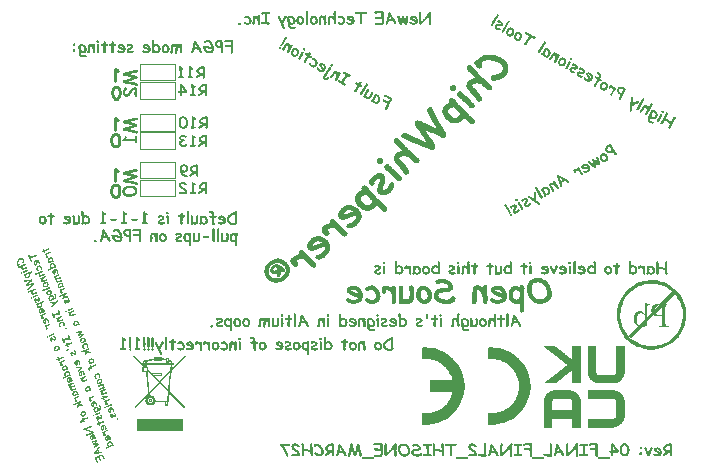
<source format=gbo>
G04*
G04 #@! TF.GenerationSoftware,Altium Limited,Altium Designer,23.3.1 (30)*
G04*
G04 Layer_Color=32896*
%FSLAX45Y45*%
%MOMM*%
G71*
G04*
G04 #@! TF.SameCoordinates,3C985EEB-511E-42A5-9B31-B82869618DE1*
G04*
G04*
G04 #@! TF.FilePolarity,Positive*
G04*
G01*
G75*
%ADD15C,0.25400*%
%ADD18C,0.10000*%
G36*
X12472858Y5779650D02*
X12465543D01*
Y5777821D01*
X12458228D01*
Y5775992D01*
X12454570D01*
Y5774163D01*
X12450913D01*
Y5772334D01*
X12445426D01*
Y5770506D01*
X12443598D01*
Y5768677D01*
X12439940D01*
Y5766848D01*
X12436282D01*
Y5765019D01*
X12434454D01*
Y5763190D01*
X12432625D01*
Y5761362D01*
X12428967D01*
Y5759533D01*
X12427138D01*
Y5757704D01*
X12425310D01*
Y5755875D01*
X12421652D01*
Y5752218D01*
X12419823D01*
Y5750389D01*
X12417994D01*
Y5748560D01*
X12416166D01*
Y5746731D01*
X12414337D01*
Y5744902D01*
X12412508D01*
Y5743074D01*
X12410679D01*
Y5739416D01*
X12408850D01*
Y5737587D01*
X12407022D01*
Y5733930D01*
X12405193D01*
Y5730272D01*
X12403364D01*
Y5728443D01*
X12401535D01*
Y5724786D01*
X12399706D01*
Y5719299D01*
X12397878D01*
Y5715642D01*
X12396049D01*
Y5710155D01*
X12394220D01*
Y5701011D01*
X12392391D01*
Y5686381D01*
X12390562D01*
Y5466925D01*
X12463714D01*
Y5538248D01*
X12633793D01*
Y5466925D01*
X12705116D01*
Y5701011D01*
X12703287D01*
Y5708326D01*
X12701458D01*
Y5713813D01*
X12699630D01*
Y5719299D01*
X12697801D01*
Y5722957D01*
X12695972D01*
Y5728443D01*
X12694143D01*
Y5730272D01*
X12692314D01*
Y5733930D01*
X12690486D01*
Y5737587D01*
X12688657D01*
Y5739416D01*
X12686828D01*
Y5741245D01*
X12684999D01*
Y5744902D01*
X12683170D01*
Y5746731D01*
X12681342D01*
Y5748560D01*
X12679513D01*
Y5750389D01*
X12677684D01*
Y5752218D01*
X12675855D01*
Y5754046D01*
X12674026D01*
Y5755875D01*
X12672198D01*
Y5757704D01*
X12670369D01*
Y5759533D01*
X12668540D01*
Y5761362D01*
X12664882D01*
Y5763190D01*
X12663054D01*
Y5765019D01*
X12661225D01*
Y5766848D01*
X12657567D01*
Y5768677D01*
X12653910D01*
Y5770506D01*
X12652081D01*
Y5772334D01*
X12646594D01*
Y5774163D01*
X12642937D01*
Y5775992D01*
X12637450D01*
Y5777821D01*
X12631964D01*
Y5779650D01*
X12624649D01*
Y5781478D01*
X12472858D01*
Y5779650D01*
D02*
G37*
G36*
X12705116Y6066771D02*
Y6154554D01*
X12633793D01*
Y6041168D01*
X12630135D01*
Y6042997D01*
X12628306D01*
Y6044826D01*
X12626478D01*
Y6046654D01*
X12624649D01*
Y6048483D01*
X12622820D01*
Y6050312D01*
X12619162D01*
Y6052141D01*
X12617334D01*
Y6053970D01*
X12615505D01*
Y6055798D01*
X12613676D01*
Y6057627D01*
X12610018D01*
Y6059456D01*
X12608190D01*
Y6061285D01*
X12606361D01*
Y6063114D01*
X12602703D01*
Y6064942D01*
X12600874D01*
Y6066771D01*
X12599046D01*
Y6068600D01*
X12597217D01*
Y6070429D01*
X12595388D01*
Y6072258D01*
X12591730D01*
Y6074086D01*
X12589902D01*
Y6075915D01*
X12588073D01*
Y6077744D01*
X12586244D01*
Y6079573D01*
X12582586D01*
Y6081402D01*
X12580758D01*
Y6083230D01*
X12578929D01*
Y6085059D01*
X12575271D01*
Y6086888D01*
X12573442D01*
Y6088717D01*
X12571614D01*
Y6090546D01*
X12569785D01*
Y6092374D01*
X12567956D01*
Y6094203D01*
X12564298D01*
Y6096032D01*
X12562470D01*
Y6097861D01*
X12560641D01*
Y6099690D01*
X12558812D01*
Y6101518D01*
X12555154D01*
Y6103347D01*
X12553326D01*
Y6105176D01*
X12551497D01*
Y6107005D01*
X12547839D01*
Y6108834D01*
X12546010D01*
Y6110662D01*
X12544182D01*
Y6112491D01*
X12542353D01*
Y6114320D01*
X12540524D01*
Y6116149D01*
X12536866D01*
Y6117978D01*
X12535038D01*
Y6119806D01*
X12533209D01*
Y6121635D01*
X12531380D01*
Y6123464D01*
X12527722D01*
Y6125293D01*
X12525894D01*
Y6127122D01*
X12524065D01*
Y6128950D01*
X12520407D01*
Y6130779D01*
X12518578D01*
Y6132608D01*
X12516750D01*
Y6134437D01*
X12514921D01*
Y6136266D01*
X12513092D01*
Y6138094D01*
X12509434D01*
Y6139923D01*
X12507606D01*
Y6141752D01*
X12505777D01*
Y6143581D01*
X12503948D01*
Y6145410D01*
X12500290D01*
Y6147238D01*
X12498462D01*
Y6149067D01*
X12496633D01*
Y6150896D01*
X12492975D01*
Y6152725D01*
X12491146D01*
Y6154554D01*
X12392391D01*
Y6152725D01*
X12394220D01*
Y6150896D01*
X12396049D01*
Y6149067D01*
X12397878D01*
Y6147238D01*
X12399706D01*
Y6145410D01*
X12403364D01*
Y6143581D01*
X12405193D01*
Y6141752D01*
X12407022D01*
Y6139923D01*
X12410679D01*
Y6138094D01*
X12412508D01*
Y6136266D01*
X12414337D01*
Y6134437D01*
X12416166D01*
Y6132608D01*
X12419823D01*
Y6130779D01*
X12421652D01*
Y6128950D01*
X12423481D01*
Y6127122D01*
X12427138D01*
Y6125293D01*
X12428967D01*
Y6123464D01*
X12430796D01*
Y6121635D01*
X12432625D01*
Y6119806D01*
X12436282D01*
Y6117978D01*
X12438111D01*
Y6116149D01*
X12439940D01*
Y6114320D01*
X12441769D01*
Y6112491D01*
X12445426D01*
Y6110662D01*
X12447255D01*
Y6108834D01*
X12449084D01*
Y6107005D01*
X12452742D01*
Y6105176D01*
X12454570D01*
Y6103347D01*
X12456399D01*
Y6101518D01*
X12458228D01*
Y6099690D01*
X12461886D01*
Y6097861D01*
X12463714D01*
Y6096032D01*
X12465543D01*
Y6094203D01*
X12467372D01*
Y6092374D01*
X12471030D01*
Y6090546D01*
X12472858D01*
Y6088717D01*
X12474687D01*
Y6086888D01*
X12476516D01*
Y6085059D01*
X12480174D01*
Y6083230D01*
X12482002D01*
Y6081402D01*
X12483831D01*
Y6079573D01*
X12487489D01*
Y6077744D01*
X12489318D01*
Y6075915D01*
X12491146D01*
Y6074086D01*
X12492975D01*
Y6072258D01*
X12496633D01*
Y6070429D01*
X12498462D01*
Y6068600D01*
X12500290D01*
Y6066771D01*
X12503948D01*
Y6064942D01*
X12505777D01*
Y6063114D01*
X12507606D01*
Y6061285D01*
X12509434D01*
Y6059456D01*
X12513092D01*
Y6057627D01*
X12514921D01*
Y6055798D01*
X12516750D01*
Y6053970D01*
X12518578D01*
Y6052141D01*
X12522236D01*
Y6050312D01*
X12524065D01*
Y6048483D01*
X12525894D01*
Y6046654D01*
X12529551D01*
Y6044826D01*
X12531380D01*
Y6042997D01*
X12533209D01*
Y6041168D01*
X12535038D01*
Y6039339D01*
X12538695D01*
Y6037510D01*
X12540524D01*
Y6035682D01*
X12542353D01*
Y6033853D01*
X12544182D01*
Y6032024D01*
X12547839D01*
Y6030195D01*
X12549668D01*
Y6028366D01*
X12551497D01*
Y6026538D01*
X12553326D01*
Y6024709D01*
X12556983D01*
Y6022880D01*
X12558812D01*
Y6021051D01*
X12560641D01*
Y6019222D01*
X12564298D01*
Y6017394D01*
X12566127D01*
Y6015565D01*
X12567956D01*
Y6013736D01*
X12569785D01*
Y6011907D01*
X12573442D01*
Y6010078D01*
X12575271D01*
Y6008250D01*
X12577100D01*
Y6006421D01*
X12580758D01*
Y6004592D01*
X12582586D01*
Y6002763D01*
X12584415D01*
Y6000934D01*
X12586244D01*
Y5999106D01*
X12589902D01*
Y5997277D01*
X12591730D01*
Y5995448D01*
X12588073D01*
Y5993619D01*
X12586244D01*
Y5991790D01*
X12584415D01*
Y5989962D01*
X12582586D01*
Y5988133D01*
X12578929D01*
Y5986304D01*
X12577100D01*
Y5984475D01*
X12575271D01*
Y5982646D01*
X12573442D01*
Y5980818D01*
X12569785D01*
Y5978989D01*
X12567956D01*
Y5977160D01*
X12566127D01*
Y5975331D01*
X12562470D01*
Y5973502D01*
X12560641D01*
Y5971674D01*
X12558812D01*
Y5969845D01*
X12556983D01*
Y5968016D01*
X12553326D01*
Y5966187D01*
X12551497D01*
Y5964358D01*
X12549668D01*
Y5962530D01*
X12547839D01*
Y5960701D01*
X12544182D01*
Y5958872D01*
X12542353D01*
Y5957043D01*
X12540524D01*
Y5955214D01*
X12536866D01*
Y5953386D01*
X12535038D01*
Y5951557D01*
X12533209D01*
Y5949728D01*
X12531380D01*
Y5947899D01*
X12527722D01*
Y5946070D01*
X12525894D01*
Y5944242D01*
X12524065D01*
Y5942413D01*
X12520407D01*
Y5940584D01*
X12518578D01*
Y5938755D01*
X12516750D01*
Y5936926D01*
X12514921D01*
Y5935098D01*
X12511263D01*
Y5933269D01*
X12509434D01*
Y5931440D01*
X12507606D01*
Y5929611D01*
X12505777D01*
Y5927782D01*
X12502119D01*
Y5925954D01*
X12500290D01*
Y5924125D01*
X12498462D01*
Y5922296D01*
X12496633D01*
Y5920467D01*
X12492975D01*
Y5918638D01*
X12491146D01*
Y5916810D01*
X12489318D01*
Y5914981D01*
X12485660D01*
Y5913152D01*
X12483831D01*
Y5911323D01*
X12482002D01*
Y5909494D01*
X12480174D01*
Y5907666D01*
X12476516D01*
Y5905837D01*
X12474687D01*
Y5904008D01*
X12472858D01*
Y5902179D01*
X12471030D01*
Y5900350D01*
X12467372D01*
Y5898522D01*
X12465543D01*
Y5896693D01*
X12463714D01*
Y5894864D01*
X12460057D01*
Y5893035D01*
X12458228D01*
Y5891206D01*
X12456399D01*
Y5889378D01*
X12454570D01*
Y5887549D01*
X12450913D01*
Y5885720D01*
X12449084D01*
Y5883891D01*
X12447255D01*
Y5882062D01*
X12443598D01*
Y5880234D01*
X12441769D01*
Y5878405D01*
X12439940D01*
Y5876576D01*
X12438111D01*
Y5874747D01*
X12434454D01*
Y5872918D01*
X12432625D01*
Y5871090D01*
X12430796D01*
Y5869261D01*
X12428967D01*
Y5867432D01*
X12425310D01*
Y5865603D01*
X12423481D01*
Y5863774D01*
X12421652D01*
Y5861946D01*
X12419823D01*
Y5860117D01*
X12416166D01*
Y5858288D01*
X12414337D01*
Y5856459D01*
X12412508D01*
Y5854630D01*
X12408850D01*
Y5852802D01*
X12407022D01*
Y5850973D01*
X12405193D01*
Y5849144D01*
X12403364D01*
Y5847315D01*
X12399706D01*
Y5845486D01*
X12397878D01*
Y5843658D01*
X12396049D01*
Y5841829D01*
X12394220D01*
Y5840000D01*
X12492975D01*
Y5841829D01*
X12494804D01*
Y5843658D01*
X12498462D01*
Y5845486D01*
X12500290D01*
Y5847315D01*
X12502119D01*
Y5849144D01*
X12505777D01*
Y5850973D01*
X12507606D01*
Y5852802D01*
X12509434D01*
Y5854630D01*
X12511263D01*
Y5856459D01*
X12514921D01*
Y5858288D01*
X12516750D01*
Y5860117D01*
X12518578D01*
Y5861946D01*
X12520407D01*
Y5863774D01*
X12522236D01*
Y5865603D01*
X12525894D01*
Y5867432D01*
X12527722D01*
Y5869261D01*
X12529551D01*
Y5871090D01*
X12533209D01*
Y5872918D01*
X12535038D01*
Y5874747D01*
X12536866D01*
Y5876576D01*
X12538695D01*
Y5878405D01*
X12542353D01*
Y5880234D01*
X12544182D01*
Y5882062D01*
X12546010D01*
Y5883891D01*
X12547839D01*
Y5885720D01*
X12549668D01*
Y5887549D01*
X12553326D01*
Y5889378D01*
X12555154D01*
Y5891206D01*
X12556983D01*
Y5893035D01*
X12560641D01*
Y5894864D01*
X12562470D01*
Y5896693D01*
X12564298D01*
Y5898522D01*
X12566127D01*
Y5900350D01*
X12569785D01*
Y5902179D01*
X12571614D01*
Y5904008D01*
X12573442D01*
Y5905837D01*
X12575271D01*
Y5907666D01*
X12577100D01*
Y5909494D01*
X12580758D01*
Y5911323D01*
X12582586D01*
Y5913152D01*
X12584415D01*
Y5914981D01*
X12588073D01*
Y5916810D01*
X12589902D01*
Y5918638D01*
X12591730D01*
Y5920467D01*
X12593559D01*
Y5922296D01*
X12597217D01*
Y5924125D01*
X12599046D01*
Y5925954D01*
X12600874D01*
Y5927782D01*
X12602703D01*
Y5929611D01*
X12604532D01*
Y5931440D01*
X12608190D01*
Y5933269D01*
X12610018D01*
Y5935098D01*
X12611847D01*
Y5936926D01*
X12615505D01*
Y5938755D01*
X12617334D01*
Y5940584D01*
X12619162D01*
Y5942413D01*
X12620991D01*
Y5944242D01*
X12624649D01*
Y5946070D01*
X12626478D01*
Y5947899D01*
X12628306D01*
Y5949728D01*
X12630135D01*
Y5951557D01*
X12631964D01*
Y5953386D01*
X12633793D01*
Y5840000D01*
X12705116D01*
Y6064942D01*
Y6066771D01*
D02*
G37*
G36*
X12789241Y5466925D02*
X12983093D01*
Y5468754D01*
X12995895D01*
Y5470582D01*
X13005038D01*
Y5472411D01*
X13010526D01*
Y5474240D01*
X13014183D01*
Y5476069D01*
X13019670D01*
Y5477898D01*
X13023328D01*
Y5479726D01*
X13026985D01*
Y5481555D01*
X13030643D01*
Y5483384D01*
X13032471D01*
Y5485213D01*
X13034300D01*
Y5487042D01*
X13037958D01*
Y5488870D01*
X13039786D01*
Y5490699D01*
X13041615D01*
Y5492528D01*
X13045273D01*
Y5494357D01*
X13047102D01*
Y5498014D01*
X13050758D01*
Y5499843D01*
X13052588D01*
Y5503501D01*
X13054417D01*
Y5505330D01*
X13056245D01*
Y5507158D01*
X13058073D01*
Y5510816D01*
X13059903D01*
Y5512645D01*
X13061732D01*
Y5514474D01*
X13063560D01*
Y5518131D01*
X13065390D01*
Y5521789D01*
X13067218D01*
Y5525446D01*
X13069048D01*
Y5530933D01*
X13070876D01*
Y5534590D01*
X13072705D01*
Y5540077D01*
X13074535D01*
Y5549221D01*
X13076363D01*
Y5562022D01*
X13078191D01*
Y5686381D01*
X13076363D01*
Y5701011D01*
X13074535D01*
Y5710155D01*
X13072705D01*
Y5715642D01*
X13070876D01*
Y5719299D01*
X13069048D01*
Y5724786D01*
X13067218D01*
Y5728443D01*
X13065390D01*
Y5730272D01*
X13063560D01*
Y5733930D01*
X13061732D01*
Y5737587D01*
X13059903D01*
Y5739416D01*
X13058073D01*
Y5743074D01*
X13056245D01*
Y5744902D01*
X13054417D01*
Y5746731D01*
X13052588D01*
Y5748560D01*
X13050758D01*
Y5750389D01*
X13048930D01*
Y5752218D01*
X13047102D01*
Y5755875D01*
X13043443D01*
Y5757704D01*
X13041615D01*
Y5759533D01*
X13039786D01*
Y5761362D01*
X13036130D01*
Y5763190D01*
X13034300D01*
Y5765019D01*
X13032471D01*
Y5766848D01*
X13028815D01*
Y5768677D01*
X13025156D01*
Y5770506D01*
X13023328D01*
Y5772334D01*
X13017841D01*
Y5774163D01*
X13014183D01*
Y5775992D01*
X13010526D01*
Y5777821D01*
X13003210D01*
Y5779650D01*
X12995895D01*
Y5781478D01*
X12763638D01*
Y5710155D01*
X12986751D01*
Y5708326D01*
X12990408D01*
Y5706498D01*
X12994066D01*
Y5704669D01*
X12995895D01*
Y5702840D01*
X12997723D01*
Y5701011D01*
X12999553D01*
Y5699182D01*
X13001382D01*
Y5695525D01*
X13003210D01*
Y5691867D01*
X13005038D01*
Y5558365D01*
X13003210D01*
Y5554707D01*
X13001382D01*
Y5551050D01*
X12999553D01*
Y5549221D01*
X12997723D01*
Y5547392D01*
X12995895D01*
Y5545563D01*
X12994066D01*
Y5543734D01*
X12990408D01*
Y5541906D01*
X12986751D01*
Y5540077D01*
X12763638D01*
Y5466925D01*
X12787412D01*
X12789241D01*
D02*
G37*
G36*
X12834961Y6010078D02*
Y6154554D01*
X12763638D01*
Y5920467D01*
X12765466D01*
Y5913152D01*
X12767295D01*
Y5907666D01*
X12769124D01*
Y5902179D01*
X12770953D01*
Y5898522D01*
X12772782D01*
Y5893035D01*
X12774610D01*
Y5891206D01*
X12776439D01*
Y5887549D01*
X12778268D01*
Y5883891D01*
X12780097D01*
Y5882062D01*
X12781926D01*
Y5880234D01*
X12783754D01*
Y5876576D01*
X12785583D01*
Y5874747D01*
X12787412D01*
Y5872918D01*
X12789241D01*
Y5871090D01*
X12791070D01*
Y5869261D01*
X12792898D01*
Y5867432D01*
X12794727D01*
Y5865603D01*
X12796556D01*
Y5863774D01*
X12798385D01*
Y5861946D01*
X12800214D01*
Y5860117D01*
X12803871D01*
Y5858288D01*
X12805701D01*
Y5856459D01*
X12807529D01*
Y5854630D01*
X12811186D01*
Y5852802D01*
X12814844D01*
Y5850973D01*
X12816673D01*
Y5849144D01*
X12822159D01*
Y5847315D01*
X12825816D01*
Y5845486D01*
X12831303D01*
Y5843658D01*
X12836790D01*
Y5841829D01*
X12844106D01*
Y5840000D01*
X12995895D01*
Y5841829D01*
X13003210D01*
Y5843658D01*
X13010526D01*
Y5845486D01*
X13014183D01*
Y5847315D01*
X13017841D01*
Y5849144D01*
X13023328D01*
Y5850973D01*
X13025156D01*
Y5852802D01*
X13028815D01*
Y5854630D01*
X13032471D01*
Y5856459D01*
X13034300D01*
Y5858288D01*
X13036130D01*
Y5860117D01*
X13039786D01*
Y5861946D01*
X13041615D01*
Y5863774D01*
X13043443D01*
Y5865603D01*
X13047102D01*
Y5869261D01*
X13048930D01*
Y5871090D01*
X13050758D01*
Y5872918D01*
X13052588D01*
Y5874747D01*
X13054417D01*
Y5876576D01*
X13056245D01*
Y5878405D01*
X13058073D01*
Y5882062D01*
X13059903D01*
Y5883891D01*
X13061732D01*
Y5887549D01*
X13063560D01*
Y5891206D01*
X13065390D01*
Y5893035D01*
X13067218D01*
Y5896693D01*
X13069048D01*
Y5902179D01*
X13070876D01*
Y5905837D01*
X13072705D01*
Y5911323D01*
X13074535D01*
Y5920467D01*
X13076363D01*
Y5935098D01*
X13078191D01*
Y6154554D01*
X13005038D01*
Y5929611D01*
X13003210D01*
Y5925954D01*
X13001382D01*
Y5922296D01*
X12999553D01*
Y5920467D01*
X12997723D01*
Y5918638D01*
X12995895D01*
Y5916810D01*
X12994066D01*
Y5914981D01*
X12990408D01*
Y5913152D01*
X12986751D01*
Y5911323D01*
X12855078D01*
Y5913152D01*
X12849591D01*
Y5914981D01*
X12845934D01*
Y5916810D01*
X12844106D01*
Y5918638D01*
X12842276D01*
Y5920467D01*
X12840446D01*
Y5922296D01*
X12838618D01*
Y5925954D01*
X12836790D01*
Y5931440D01*
X12834961D01*
Y6008250D01*
Y6010078D01*
D02*
G37*
G36*
X8198672Y6982945D02*
X8199320Y6982857D01*
X8199817Y6982708D01*
X8200314Y6982560D01*
X8200555Y6982395D01*
X8200661Y6982350D01*
X8201460Y6981886D01*
X8202108Y6981362D01*
X8202607Y6980777D01*
X8203030Y6980162D01*
X8203393Y6979696D01*
X8203650Y6979276D01*
X8203802Y6978900D01*
X8204152Y6977818D01*
X8204171Y6976690D01*
X8204054Y6975682D01*
X8203726Y6974763D01*
X8203218Y6973858D01*
X8202604Y6972998D01*
X8201929Y6972289D01*
X8201179Y6971549D01*
X8199558Y6970370D01*
X8198868Y6969916D01*
X8198147Y6969537D01*
X8197546Y6969294D01*
X8197050Y6969007D01*
X8196750Y6968885D01*
X8196675Y6968855D01*
X8195848Y6968521D01*
X8195097Y6968217D01*
X8194766Y6968171D01*
X8194466Y6968050D01*
X8194316Y6967989D01*
X8194240Y6967959D01*
X8193715Y6967746D01*
X8193234Y6967639D01*
X8192858Y6967487D01*
X8192557Y6967366D01*
X8192257Y6967245D01*
X8192107Y6967184D01*
X8190980Y6966729D01*
X8189628Y6966182D01*
X8188095Y6965651D01*
X8186442Y6964983D01*
X8184608Y6964329D01*
X8182700Y6963646D01*
X8178913Y6962203D01*
X8177080Y6961550D01*
X8175322Y6960927D01*
X8173789Y6960395D01*
X8172406Y6959924D01*
X8171204Y6959438D01*
X8170753Y6959256D01*
X8170347Y6959179D01*
X8170047Y6959058D01*
X8169821Y6958967D01*
X8169671Y6958906D01*
X8169596Y6958876D01*
X8169855Y6958019D01*
X8170083Y6957237D01*
X8170281Y6956531D01*
X8170449Y6955899D01*
X8171451Y6953420D01*
X8171617Y6953225D01*
X8171799Y6952775D01*
X8172208Y6951978D01*
X8172724Y6950701D01*
X8173013Y6949769D01*
X8173197Y6948882D01*
X8173200Y6948010D01*
X8173142Y6947287D01*
X8173099Y6946746D01*
X8172950Y6946248D01*
X8172891Y6945962D01*
X8172846Y6945857D01*
X8172382Y6945058D01*
X8171888Y6944334D01*
X8171334Y6943760D01*
X8170793Y6943367D01*
X8170253Y6942974D01*
X8169833Y6942717D01*
X8169532Y6942595D01*
X8169457Y6942565D01*
X8168706Y6942262D01*
X8168044Y6942169D01*
X8166765Y6942089D01*
X8165651Y6942251D01*
X8164732Y6942579D01*
X8163933Y6943043D01*
X8163345Y6943417D01*
X8163043Y6943732D01*
X8162938Y6943776D01*
X8162907Y6943851D01*
X8162348Y6944587D01*
X8161803Y6945503D01*
X8161228Y6946494D01*
X8160698Y6947590D01*
X8160228Y6948537D01*
X8159287Y6950865D01*
X8159089Y6951572D01*
X8158891Y6952278D01*
X8158618Y6952955D01*
X8158450Y6953586D01*
X8158343Y6954067D01*
X8158297Y6954398D01*
X8158236Y6954548D01*
X8154811Y6953077D01*
X8152902Y6952393D01*
X8151233Y6951981D01*
X8149685Y6951705D01*
X8148331Y6951595D01*
X8147097Y6951621D01*
X8146058Y6951813D01*
X8145139Y6952141D01*
X8144326Y6952423D01*
X8143707Y6952873D01*
X8143089Y6953322D01*
X8142651Y6953757D01*
X8142318Y6954147D01*
X8142092Y6954492D01*
X8141895Y6954762D01*
X8141774Y6955063D01*
X8141485Y6955995D01*
X8141301Y6956882D01*
X8141328Y6957680D01*
X8141311Y6958371D01*
X8141399Y6959019D01*
X8141548Y6959516D01*
X8141607Y6959802D01*
X8141652Y6959907D01*
X8142040Y6960676D01*
X8142534Y6961400D01*
X8143089Y6961974D01*
X8143629Y6962367D01*
X8144170Y6962760D01*
X8144590Y6963017D01*
X8144890Y6963138D01*
X8144966Y6963169D01*
X8145567Y6963412D01*
X8146243Y6963685D01*
X8147625Y6964156D01*
X8148301Y6964429D01*
X8148783Y6964536D01*
X8149083Y6964658D01*
X8149233Y6964718D01*
X8150315Y6965068D01*
X8151217Y6965432D01*
X8152074Y6965691D01*
X8152675Y6965934D01*
X8153156Y6966041D01*
X8153531Y6966193D01*
X8153682Y6966254D01*
X8153757Y6966284D01*
X8153287Y6967230D01*
X8152817Y6968176D01*
X8152408Y6968972D01*
X8152030Y6969693D01*
X8151712Y6970264D01*
X8151469Y6970865D01*
X8150999Y6971811D01*
X8150651Y6972457D01*
X8150317Y6973283D01*
X8150028Y6974215D01*
X8149844Y6975102D01*
X8149872Y6975900D01*
X8149929Y6976622D01*
X8150017Y6977270D01*
X8150197Y6977691D01*
X8150256Y6977978D01*
X8150300Y6978083D01*
X8150764Y6978882D01*
X8151288Y6979531D01*
X8151843Y6980105D01*
X8152383Y6980498D01*
X8152924Y6980891D01*
X8153344Y6981148D01*
X8153645Y6981270D01*
X8153720Y6981300D01*
X8154652Y6981589D01*
X8155464Y6981742D01*
X8156231Y6981790D01*
X8156984Y6981657D01*
X8157661Y6981494D01*
X8158294Y6981225D01*
X8159365Y6980522D01*
X8160210Y6979727D01*
X8160844Y6979022D01*
X8161072Y6978677D01*
X8161162Y6978452D01*
X8161298Y6978332D01*
X8161329Y6978257D01*
X8162238Y6976439D01*
X8163025Y6974922D01*
X8163722Y6973631D01*
X8164252Y6972534D01*
X8164586Y6971708D01*
X8164904Y6971137D01*
X8165117Y6970611D01*
X8168183Y6971675D01*
X8170917Y6972693D01*
X8173502Y6973650D01*
X8175786Y6974485D01*
X8177770Y6975199D01*
X8179603Y6975852D01*
X8181181Y6976490D01*
X8182564Y6976961D01*
X8183765Y6977447D01*
X8184773Y6977766D01*
X8185524Y6978070D01*
X8186200Y6978343D01*
X8186651Y6978525D01*
X8187026Y6978677D01*
X8187176Y6978738D01*
X8187252Y6978768D01*
X8187853Y6979011D01*
X8188604Y6979314D01*
X8190076Y6979996D01*
X8190752Y6980270D01*
X8191248Y6980557D01*
X8191623Y6980709D01*
X8191774Y6980770D01*
X8192825Y6981195D01*
X8193697Y6981634D01*
X8194523Y6981968D01*
X8195124Y6982211D01*
X8195650Y6982423D01*
X8195950Y6982545D01*
X8196176Y6982636D01*
X8196251Y6982666D01*
X8197108Y6982925D01*
X8197875Y6982973D01*
X8198672Y6982945D01*
D02*
G37*
G36*
X8211007Y6953497D02*
X8211549Y6953454D01*
X8211940Y6953350D01*
X8212226Y6953291D01*
X8212332Y6953246D01*
X8213176Y6952888D01*
X8213794Y6952439D01*
X8214368Y6951884D01*
X8214866Y6951299D01*
X8215229Y6950834D01*
X8215486Y6950413D01*
X8215669Y6949962D01*
X8215958Y6949031D01*
X8216141Y6948144D01*
X8216144Y6947271D01*
X8216086Y6946548D01*
X8216043Y6946007D01*
X8215895Y6945510D01*
X8215835Y6945224D01*
X8215791Y6945118D01*
X8215402Y6944349D01*
X8214908Y6943625D01*
X8214353Y6943052D01*
X8213813Y6942659D01*
X8213273Y6942266D01*
X8212852Y6942008D01*
X8212552Y6941887D01*
X8212477Y6941857D01*
X8191291Y6933297D01*
X8190198Y6931894D01*
X8189210Y6930446D01*
X8188432Y6928909D01*
X8187881Y6927462D01*
X8187435Y6925971D01*
X8187064Y6924510D01*
X8186843Y6923110D01*
X8186667Y6921816D01*
X8186641Y6920582D01*
X8186585Y6919423D01*
X8186648Y6918400D01*
X8186757Y6917483D01*
X8186850Y6916821D01*
X8186912Y6916235D01*
X8186958Y6915904D01*
X8186988Y6915828D01*
X8191331Y6917408D01*
X8192338Y6917728D01*
X8193225Y6917911D01*
X8194023Y6917884D01*
X8194820Y6917857D01*
X8195498Y6917694D01*
X8196056Y6917395D01*
X8196644Y6917020D01*
X8197157Y6916616D01*
X8197927Y6915791D01*
X8198486Y6915056D01*
X8198608Y6914755D01*
X8198804Y6914485D01*
X8198895Y6914260D01*
X8199215Y6913253D01*
X8199323Y6912335D01*
X8199326Y6911463D01*
X8199224Y6910635D01*
X8198910Y6909897D01*
X8198597Y6909158D01*
X8198148Y6908540D01*
X8197668Y6907996D01*
X8196754Y6907015D01*
X8195793Y6906365D01*
X8195448Y6906138D01*
X8195178Y6905941D01*
X8194952Y6905850D01*
X8194877Y6905820D01*
X8194577Y6905699D01*
X8194156Y6905441D01*
X8193255Y6905077D01*
X8192804Y6904895D01*
X8192428Y6904743D01*
X8192128Y6904622D01*
X8192053Y6904591D01*
X8190069Y6903877D01*
X8188220Y6903480D01*
X8186566Y6903248D01*
X8185076Y6903258D01*
X8183676Y6903479D01*
X8182501Y6903791D01*
X8181416Y6904314D01*
X8180587Y6904853D01*
X8179757Y6905392D01*
X8179123Y6906096D01*
X8178624Y6906682D01*
X8178156Y6907191D01*
X8177838Y6907762D01*
X8177611Y6908107D01*
X8177459Y6908483D01*
X8176867Y6910166D01*
X8176349Y6911880D01*
X8176012Y6913579D01*
X8175781Y6915233D01*
X8175550Y6916887D01*
X8175454Y6918422D01*
X8175464Y6919911D01*
X8175534Y6921251D01*
X8175605Y6922590D01*
X8175766Y6923704D01*
X8175884Y6924713D01*
X8175955Y6925616D01*
X8176119Y6926293D01*
X8176267Y6926790D01*
X8176296Y6927152D01*
X8176341Y6927257D01*
X8175424Y6927148D01*
X8174551Y6927145D01*
X8173754Y6927173D01*
X8173045Y6927411D01*
X8172413Y6927680D01*
X8171855Y6927979D01*
X8170859Y6928712D01*
X8170119Y6929462D01*
X8169635Y6930228D01*
X8169439Y6930498D01*
X8169256Y6930949D01*
X8168967Y6931881D01*
X8168784Y6932768D01*
X8168811Y6933565D01*
X8168869Y6934288D01*
X8168987Y6934860D01*
X8169166Y6935282D01*
X8169225Y6935568D01*
X8169270Y6935673D01*
X8169689Y6936367D01*
X8170244Y6936941D01*
X8170798Y6937514D01*
X8171339Y6937907D01*
X8171834Y6938195D01*
X8172255Y6938452D01*
X8172555Y6938574D01*
X8172630Y6938604D01*
X8173156Y6938816D01*
X8173757Y6939059D01*
X8175034Y6939575D01*
X8175605Y6939893D01*
X8176056Y6940075D01*
X8176357Y6940197D01*
X8176507Y6940257D01*
X8177408Y6940622D01*
X8178129Y6941000D01*
X8178805Y6941273D01*
X8179406Y6941516D01*
X8179782Y6941668D01*
X8180157Y6941820D01*
X8180308Y6941880D01*
X8180383Y6941911D01*
X8207954Y6953050D01*
X8208811Y6953309D01*
X8209623Y6953462D01*
X8210390Y6953510D01*
X8211007Y6953497D01*
D02*
G37*
G36*
X8031928Y6931219D02*
X8033208Y6930862D01*
X8034219Y6930309D01*
X8035078Y6929695D01*
X8035757Y6929096D01*
X8035954Y6928826D01*
X8036120Y6928631D01*
X8036256Y6928511D01*
X8036286Y6928435D01*
X8036937Y6927475D01*
X8037617Y6926439D01*
X8038919Y6924081D01*
X8040116Y6921768D01*
X8041238Y6919425D01*
X8041738Y6918403D01*
X8042527Y6916450D01*
X8042936Y6915654D01*
X8044454Y6911898D01*
X8045385Y6912187D01*
X8046362Y6912582D01*
X8047519Y6912962D01*
X8048752Y6913372D01*
X8051397Y6914179D01*
X8053937Y6915030D01*
X8055200Y6915366D01*
X8056357Y6915746D01*
X8057439Y6916096D01*
X8058371Y6916385D01*
X8059153Y6916613D01*
X8059754Y6916856D01*
X8060084Y6916902D01*
X8060235Y6916963D01*
X8062023Y6917511D01*
X8063737Y6918028D01*
X8065345Y6918591D01*
X8066877Y6919123D01*
X8068260Y6919594D01*
X8069493Y6920004D01*
X8070725Y6920415D01*
X8071732Y6920734D01*
X8072709Y6921129D01*
X8073460Y6921432D01*
X8074241Y6921661D01*
X8074767Y6921873D01*
X8075218Y6922055D01*
X8075519Y6922177D01*
X8075744Y6922268D01*
X8075819Y6922298D01*
X8076646Y6922632D01*
X8077652Y6922952D01*
X8078629Y6923346D01*
X8079636Y6923666D01*
X8080493Y6923924D01*
X8081169Y6924197D01*
X8081725Y6924335D01*
X8081800Y6924365D01*
X8081875Y6924396D01*
X8083258Y6924867D01*
X8084490Y6925277D01*
X8085497Y6925597D01*
X8086354Y6925856D01*
X8087030Y6926129D01*
X8087481Y6926311D01*
X8087782Y6926432D01*
X8087857Y6926463D01*
X8088383Y6926675D01*
X8088953Y6926993D01*
X8089373Y6927250D01*
X8089494Y6927386D01*
X8089569Y6927416D01*
X8090290Y6927795D01*
X8090860Y6928113D01*
X8091161Y6928235D01*
X8091311Y6928295D01*
X8092243Y6928584D01*
X8093085Y6928663D01*
X8093958Y6928665D01*
X8094711Y6928533D01*
X8095313Y6928339D01*
X8095810Y6928190D01*
X8096127Y6928056D01*
X8096232Y6928011D01*
X8096956Y6927517D01*
X8097635Y6926918D01*
X8098134Y6926333D01*
X8098632Y6925748D01*
X8098920Y6925252D01*
X8099177Y6924832D01*
X8099329Y6924456D01*
X8099497Y6923825D01*
X8099634Y6923269D01*
X8099653Y6922140D01*
X8099461Y6921101D01*
X8099163Y6920107D01*
X8098850Y6919369D01*
X8098506Y6918705D01*
X8098222Y6918328D01*
X8098102Y6918193D01*
X8097307Y6917347D01*
X8096452Y6916652D01*
X8095641Y6916063D01*
X8094801Y6915548D01*
X8094080Y6915169D01*
X8093509Y6914852D01*
X8093133Y6914700D01*
X8092983Y6914639D01*
X8092382Y6914396D01*
X8091676Y6914198D01*
X8090293Y6913727D01*
X8089662Y6913559D01*
X8089136Y6913347D01*
X8088805Y6913300D01*
X8088655Y6913240D01*
X8087648Y6912920D01*
X8086716Y6912631D01*
X8085934Y6912403D01*
X8085333Y6912160D01*
X8084852Y6912053D01*
X8084552Y6911932D01*
X8084326Y6911840D01*
X8084251Y6911810D01*
X8083049Y6911325D01*
X8081697Y6910778D01*
X8078857Y6909805D01*
X8075941Y6908802D01*
X8073101Y6907829D01*
X8071793Y6907389D01*
X8070561Y6906978D01*
X8069479Y6906628D01*
X8068547Y6906339D01*
X8067765Y6906111D01*
X8067164Y6905868D01*
X8066833Y6905822D01*
X8066683Y6905761D01*
X8064369Y6905000D01*
X8062280Y6904331D01*
X8060341Y6903723D01*
X8058582Y6903100D01*
X8056944Y6902613D01*
X8055561Y6902141D01*
X8054254Y6901700D01*
X8053127Y6901245D01*
X8052195Y6900956D01*
X8051338Y6900697D01*
X8050662Y6900424D01*
X8050136Y6900211D01*
X8049655Y6900105D01*
X8049355Y6899983D01*
X8049205Y6899922D01*
X8049129Y6899892D01*
X8049706Y6898465D01*
X8050449Y6896842D01*
X8051222Y6895145D01*
X8051965Y6893522D01*
X8052617Y6892125D01*
X8052965Y6891479D01*
X8053390Y6890428D01*
X8053587Y6890158D01*
X8053708Y6889857D01*
X8054299Y6888610D01*
X8054860Y6887439D01*
X8055360Y6886417D01*
X8055785Y6885365D01*
X8056224Y6884494D01*
X8056633Y6883698D01*
X8057453Y6881670D01*
X8057741Y6881174D01*
X8058287Y6879822D01*
X8058576Y6878890D01*
X8058760Y6878003D01*
X8058763Y6877131D01*
X8058705Y6876408D01*
X8058617Y6875761D01*
X8058468Y6875264D01*
X8058409Y6874978D01*
X8058364Y6874872D01*
X8057931Y6873998D01*
X8057407Y6873349D01*
X8056852Y6872775D01*
X8056342Y6872307D01*
X8055802Y6871914D01*
X8055381Y6871657D01*
X8055081Y6871536D01*
X8055005Y6871505D01*
X8054074Y6871216D01*
X8053231Y6871138D01*
X8052464Y6871090D01*
X8051742Y6871148D01*
X8051139Y6871341D01*
X8050672Y6871415D01*
X8050356Y6871549D01*
X8050251Y6871594D01*
X8049377Y6872027D01*
X8048697Y6872627D01*
X8048124Y6873182D01*
X8047625Y6873767D01*
X8047232Y6874307D01*
X8046975Y6874727D01*
X8046246Y6876530D01*
X8045564Y6878002D01*
X8044852Y6879550D01*
X8044139Y6881097D01*
X8043562Y6882524D01*
X8043244Y6883095D01*
X8043032Y6883621D01*
X8042775Y6884041D01*
X8042532Y6884643D01*
X8042001Y6885739D01*
X8041471Y6886836D01*
X8041001Y6887782D01*
X8040532Y6888728D01*
X8040198Y6889554D01*
X8039789Y6890350D01*
X8039273Y6891628D01*
X8038773Y6892649D01*
X8037316Y6896255D01*
X8036875Y6897563D01*
X8035903Y6899967D01*
X8035766Y6900523D01*
X8034522Y6903603D01*
X8033960Y6905211D01*
X8031804Y6910545D01*
X8031304Y6911566D01*
X8030774Y6912663D01*
X8030244Y6913760D01*
X8029804Y6914631D01*
X8029395Y6915427D01*
X8029274Y6915727D01*
X8029138Y6915847D01*
X8029047Y6916073D01*
X8028608Y6916943D01*
X8028093Y6917784D01*
X8027714Y6918505D01*
X8027366Y6919151D01*
X8026760Y6920217D01*
X8026321Y6921089D01*
X8025973Y6921734D01*
X8025715Y6922155D01*
X8025200Y6923432D01*
X8025030Y6924499D01*
X8025027Y6925372D01*
X8025130Y6926200D01*
X8025293Y6926878D01*
X8025442Y6927375D01*
X8025576Y6927691D01*
X8025621Y6927797D01*
X8026085Y6928596D01*
X8026609Y6929244D01*
X8027194Y6929743D01*
X8027734Y6930136D01*
X8028199Y6930499D01*
X8028545Y6930726D01*
X8028845Y6930847D01*
X8028920Y6930877D01*
X8029702Y6931106D01*
X8030514Y6931259D01*
X8031206Y6931277D01*
X8031928Y6931219D01*
D02*
G37*
G36*
X8220823Y6908438D02*
X8221982Y6908382D01*
X8222990Y6908265D01*
X8223818Y6908162D01*
X8224526Y6907924D01*
X8225098Y6907806D01*
X8225565Y6907732D01*
X8225776Y6907643D01*
X8225881Y6907598D01*
X8227253Y6907016D01*
X8228534Y6906223D01*
X8229696Y6905294D01*
X8230858Y6904365D01*
X8231900Y6903300D01*
X8232761Y6902250D01*
X8233653Y6901125D01*
X8234439Y6900044D01*
X8235150Y6898933D01*
X8235725Y6897942D01*
X8236270Y6897026D01*
X8236679Y6896230D01*
X8236952Y6895554D01*
X8237240Y6895058D01*
X8237422Y6894607D01*
X8237680Y6893751D01*
X8237939Y6892894D01*
X8238153Y6891932D01*
X8238231Y6891090D01*
X8238354Y6890353D01*
X8238447Y6889691D01*
X8238493Y6889360D01*
X8238479Y6889180D01*
X8238558Y6887901D01*
X8238593Y6886517D01*
X8238598Y6885208D01*
X8238572Y6883974D01*
X8238591Y6882846D01*
X8238563Y6882048D01*
X8238535Y6881687D01*
X8238551Y6881431D01*
X8238506Y6881326D01*
X8238536Y6881250D01*
X8239516Y6880772D01*
X8240345Y6880234D01*
X8241114Y6879845D01*
X8241732Y6879396D01*
X8242833Y6878617D01*
X8243648Y6877898D01*
X8244117Y6877388D01*
X8244449Y6876998D01*
X8244646Y6876728D01*
X8244676Y6876652D01*
X8244935Y6875796D01*
X8245088Y6874984D01*
X8245136Y6874217D01*
X8245078Y6873494D01*
X8245035Y6872952D01*
X8244961Y6872486D01*
X8244902Y6872200D01*
X8244857Y6872094D01*
X8244499Y6871250D01*
X8244050Y6870632D01*
X8243570Y6870088D01*
X8243060Y6869620D01*
X8242595Y6869258D01*
X8242250Y6869031D01*
X8241949Y6868909D01*
X8241874Y6868879D01*
X8241543Y6868833D01*
X8240957Y6868770D01*
X8240159Y6868798D01*
X8239362Y6868825D01*
X8238489Y6868822D01*
X8237842Y6868910D01*
X8237330Y6868878D01*
X8237225Y6868923D01*
X8237150Y6868893D01*
X8236352Y6868920D01*
X8235555Y6868947D01*
X8234396Y6869004D01*
X8233418Y6869045D01*
X8232801Y6869058D01*
X8232364Y6869057D01*
X8232184Y6869071D01*
X8232003Y6869085D01*
X8231266Y6868962D01*
X8230349Y6868854D01*
X8228530Y6868381D01*
X8226561Y6867848D01*
X8224652Y6867164D01*
X8223720Y6866875D01*
X8222894Y6866541D01*
X8222112Y6866313D01*
X8221436Y6866040D01*
X8220910Y6865827D01*
X8220535Y6865675D01*
X8220234Y6865554D01*
X8220159Y6865523D01*
X8218957Y6865038D01*
X8217861Y6864507D01*
X8216809Y6864083D01*
X8216013Y6863674D01*
X8215261Y6863370D01*
X8214766Y6863083D01*
X8214465Y6862961D01*
X8214315Y6862900D01*
X8213444Y6862461D01*
X8212678Y6861977D01*
X8211957Y6861598D01*
X8211387Y6861280D01*
X8210966Y6861023D01*
X8210621Y6860796D01*
X8210426Y6860630D01*
X8210351Y6860599D01*
X8210022Y6860117D01*
X8209692Y6859634D01*
X8208957Y6859075D01*
X8208612Y6858848D01*
X8208341Y6858652D01*
X8208191Y6858591D01*
X8208116Y6858561D01*
X8207410Y6858362D01*
X8206718Y6858345D01*
X8205995Y6858403D01*
X8205242Y6858535D01*
X8203766Y6859162D01*
X8202334Y6859895D01*
X8201097Y6860793D01*
X8200071Y6861602D01*
X8199769Y6861917D01*
X8199497Y6862157D01*
X8199256Y6862322D01*
X8199225Y6862397D01*
X8197715Y6863971D01*
X8196461Y6865562D01*
X8195373Y6866957D01*
X8194601Y6868218D01*
X8193996Y6869285D01*
X8193739Y6869705D01*
X8193511Y6870050D01*
X8193238Y6870726D01*
X8192524Y6872710D01*
X8192021Y6874604D01*
X8191668Y6876559D01*
X8191451Y6878394D01*
X8191340Y6880184D01*
X8191409Y6881960D01*
X8191464Y6883555D01*
X8191624Y6885105D01*
X8191920Y6886536D01*
X8192126Y6887755D01*
X8192363Y6888899D01*
X8192691Y6889818D01*
X8192899Y6890601D01*
X8193123Y6891129D01*
X8193226Y6891520D01*
X8193271Y6891626D01*
X8194108Y6893449D01*
X8195049Y6895228D01*
X8196157Y6896812D01*
X8197326Y6898245D01*
X8198450Y6899573D01*
X8199634Y6900751D01*
X8200879Y6901778D01*
X8201974Y6902745D01*
X8203130Y6903562D01*
X8204166Y6904242D01*
X8205157Y6904818D01*
X8205953Y6905226D01*
X8206674Y6905605D01*
X8207170Y6905893D01*
X8207470Y6906014D01*
X8207620Y6906075D01*
X8209604Y6906789D01*
X8211543Y6907397D01*
X8213287Y6907840D01*
X8215016Y6908102D01*
X8216670Y6908333D01*
X8218174Y6908504D01*
X8219559Y6908539D01*
X8220823Y6908438D01*
D02*
G37*
G36*
X7968617Y6904241D02*
X7970032Y6904201D01*
X7971326Y6904025D01*
X7972621Y6903849D01*
X7973660Y6903657D01*
X7974699Y6903465D01*
X7975482Y6903257D01*
X7976159Y6903094D01*
X7976687Y6902870D01*
X7976973Y6902811D01*
X7977078Y6902766D01*
X7978796Y6901975D01*
X7980364Y6901123D01*
X7981812Y6900135D01*
X7983185Y6899116D01*
X7984332Y6898007D01*
X7985479Y6896897D01*
X7986446Y6895802D01*
X7987307Y6894752D01*
X7987988Y6893716D01*
X7988669Y6892680D01*
X7989183Y6891839D01*
X7989667Y6891074D01*
X7989941Y6890398D01*
X7990198Y6889977D01*
X7990380Y6889526D01*
X7991215Y6887242D01*
X7991720Y6884912D01*
X7992149Y6882551D01*
X7992429Y6880130D01*
X7992497Y6877798D01*
X7992460Y6875511D01*
X7992287Y6873343D01*
X7992083Y6871251D01*
X7991819Y6869309D01*
X7991569Y6867548D01*
X7991229Y6866012D01*
X7990902Y6864657D01*
X7990666Y6863513D01*
X7990458Y6862729D01*
X7990234Y6862202D01*
X7990219Y6862021D01*
X7989772Y6860966D01*
X7989233Y6860137D01*
X7988739Y6859413D01*
X7988154Y6858915D01*
X7987613Y6858522D01*
X7987224Y6858189D01*
X7986848Y6858037D01*
X7986773Y6858007D01*
X7985916Y6857748D01*
X7985104Y6857595D01*
X7984306Y6857622D01*
X7983584Y6857680D01*
X7983012Y6857799D01*
X7982515Y6857947D01*
X7982229Y6858006D01*
X7982123Y6858051D01*
X7981249Y6858484D01*
X7980495Y6859054D01*
X7979816Y6859653D01*
X7979317Y6860238D01*
X7978924Y6860779D01*
X7978667Y6861199D01*
X7978485Y6861650D01*
X7978287Y6862356D01*
X7978253Y6863304D01*
X7978220Y6864252D01*
X7978367Y6865185D01*
X7978439Y6866088D01*
X7978572Y6866841D01*
X7978721Y6867338D01*
X7978765Y6867443D01*
X7978735Y6867519D01*
X7978972Y6868663D01*
X7979194Y6869627D01*
X7979519Y6871418D01*
X7979770Y6872743D01*
X7979932Y6873857D01*
X7980065Y6874610D01*
X7980183Y6875182D01*
X7980167Y6875438D01*
X7980212Y6875543D01*
X7980326Y6877424D01*
X7980214Y6879215D01*
X7980043Y6880719D01*
X7979753Y6882087D01*
X7979448Y6883275D01*
X7979295Y6884086D01*
X7978991Y6884838D01*
X7978582Y6885634D01*
X7978203Y6886355D01*
X7977251Y6887630D01*
X7976209Y6888695D01*
X7975183Y6889504D01*
X7974293Y6890193D01*
X7973494Y6890657D01*
X7972967Y6890881D01*
X7972786Y6890895D01*
X7972756Y6890970D01*
X7971084Y6891431D01*
X7969428Y6891635D01*
X7967863Y6891615D01*
X7966510Y6891505D01*
X7965367Y6891305D01*
X7964435Y6891016D01*
X7964104Y6890970D01*
X7963879Y6890879D01*
X7963729Y6890818D01*
X7963653Y6890788D01*
X7961806Y6889954D01*
X7960004Y6888789D01*
X7958308Y6887580D01*
X7956673Y6886220D01*
X7955098Y6884710D01*
X7953629Y6883155D01*
X7952340Y6881586D01*
X7951052Y6880016D01*
X7949913Y6878508D01*
X7948895Y6877135D01*
X7948102Y6875853D01*
X7947354Y6874677D01*
X7946770Y6873742D01*
X7946351Y6873049D01*
X7946128Y6872521D01*
X7946008Y6872386D01*
X7945096Y6870532D01*
X7944335Y6868738D01*
X7943694Y6867081D01*
X7943173Y6865560D01*
X7942846Y6864204D01*
X7942565Y6862955D01*
X7942433Y6861766D01*
X7942317Y6860757D01*
X7942275Y6859779D01*
X7942323Y6859012D01*
X7942340Y6858320D01*
X7942477Y6857763D01*
X7942554Y6857357D01*
X7942600Y6857026D01*
X7943055Y6855900D01*
X7943434Y6855179D01*
X7943677Y6854578D01*
X7943934Y6854157D01*
X7944131Y6853887D01*
X7944222Y6853662D01*
X7944358Y6853542D01*
X7944704Y6853332D01*
X7945126Y6853153D01*
X7946090Y6852931D01*
X7946557Y6852857D01*
X7946993Y6852859D01*
X7947279Y6852800D01*
X7947354Y6852830D01*
X7948182Y6852727D01*
X7948935Y6852595D01*
X7949643Y6852356D01*
X7950276Y6852088D01*
X7951316Y6851459D01*
X7952162Y6850665D01*
X7952796Y6849960D01*
X7953220Y6849344D01*
X7953477Y6848924D01*
X7953538Y6848774D01*
X7953887Y6847692D01*
X7953951Y6846669D01*
X7953909Y6845691D01*
X7953807Y6844863D01*
X7953538Y6844230D01*
X7953389Y6843733D01*
X7953180Y6843386D01*
X7953135Y6843281D01*
X7952641Y6842557D01*
X7952086Y6841983D01*
X7951576Y6841515D01*
X7951036Y6841122D01*
X7950541Y6840834D01*
X7950195Y6840607D01*
X7949895Y6840486D01*
X7949820Y6840455D01*
X7948092Y6839757D01*
X7946529Y6839301D01*
X7945071Y6838799D01*
X7943808Y6838464D01*
X7942771Y6838219D01*
X7941989Y6837991D01*
X7941733Y6837975D01*
X7941478Y6837959D01*
X7941403Y6837929D01*
X7941328Y6837898D01*
X7940335Y6837760D01*
X7939462Y6837756D01*
X7938665Y6837784D01*
X7937957Y6838022D01*
X7937279Y6838185D01*
X7936721Y6838484D01*
X7935756Y6839143D01*
X7935016Y6839893D01*
X7934562Y6840583D01*
X7934366Y6840853D01*
X7934214Y6841229D01*
X7933925Y6842161D01*
X7933786Y6843153D01*
X7933783Y6844026D01*
X7933841Y6844749D01*
X7933929Y6845396D01*
X7934047Y6845968D01*
X7934181Y6846284D01*
X7934226Y6846390D01*
X7933712Y6847231D01*
X7933228Y6847996D01*
X7933076Y6848372D01*
X7932879Y6848642D01*
X7932788Y6848867D01*
X7932258Y6849964D01*
X7931728Y6851060D01*
X7931272Y6852187D01*
X7930603Y6854277D01*
X7930159Y6856457D01*
X7929971Y6858653D01*
X7930008Y6860940D01*
X7930151Y6863182D01*
X7930504Y6865335D01*
X7930933Y6867518D01*
X7931528Y6869506D01*
X7932078Y6871389D01*
X7932689Y6873122D01*
X7933286Y6874674D01*
X7933868Y6876045D01*
X7934391Y6877130D01*
X7934749Y6877974D01*
X7935003Y6878426D01*
X7935093Y6878637D01*
X7936992Y6881939D01*
X7938938Y6884910D01*
X7940899Y6887625D01*
X7942877Y6890084D01*
X7944946Y6892318D01*
X7946880Y6894236D01*
X7948800Y6895972D01*
X7950661Y6897423D01*
X7952326Y6898708D01*
X7953902Y6899782D01*
X7955358Y6900720D01*
X7956575Y6901386D01*
X7957491Y6901931D01*
X7958287Y6902340D01*
X7958512Y6902431D01*
X7958738Y6902522D01*
X7958813Y6902552D01*
X7958888Y6902583D01*
X7960571Y6903175D01*
X7962240Y6903587D01*
X7963939Y6903924D01*
X7965518Y6904125D01*
X7967128Y6904251D01*
X7968617Y6904241D01*
D02*
G37*
G36*
X8103897Y6886977D02*
X8105267Y6886831D01*
X8106517Y6886549D01*
X8107692Y6886237D01*
X8108761Y6885970D01*
X8109680Y6885643D01*
X8110418Y6885329D01*
X8111051Y6885060D01*
X8111503Y6884806D01*
X8111745Y6884642D01*
X8111850Y6884597D01*
X8113162Y6883729D01*
X8114460Y6882680D01*
X8115607Y6881570D01*
X8116679Y6880431D01*
X8117676Y6879261D01*
X8118704Y6878015D01*
X8120262Y6875674D01*
X8120973Y6874563D01*
X8121578Y6873496D01*
X8122048Y6872550D01*
X8122487Y6871679D01*
X8122836Y6871033D01*
X8123230Y6870056D01*
X8124126Y6867622D01*
X8124767Y6865172D01*
X8125272Y6862841D01*
X8125441Y6861774D01*
X8125504Y6860751D01*
X8125613Y6859833D01*
X8125661Y6859066D01*
X8125784Y6858329D01*
X8125771Y6857712D01*
X8125803Y6857201D01*
X8125774Y6856840D01*
X8125790Y6856584D01*
X8125820Y6856509D01*
X8125735Y6854989D01*
X8125559Y6853694D01*
X8125353Y6852475D01*
X8124980Y6851450D01*
X8124577Y6850501D01*
X8124144Y6849627D01*
X8123725Y6848933D01*
X8123276Y6848315D01*
X8122796Y6847771D01*
X8122361Y6847334D01*
X8121656Y6846699D01*
X8121280Y6846547D01*
X8121085Y6846381D01*
X8120935Y6846321D01*
X8120860Y6846290D01*
X8120079Y6846062D01*
X8119342Y6845939D01*
X8118755Y6845877D01*
X8118108Y6845965D01*
X8117505Y6846158D01*
X8117053Y6846413D01*
X8116224Y6846951D01*
X8115589Y6847656D01*
X8115135Y6848347D01*
X8114939Y6848617D01*
X8114787Y6848993D01*
X8114528Y6849849D01*
X8114389Y6850842D01*
X8114371Y6851970D01*
X8114412Y6852948D01*
X8114454Y6853927D01*
X8114587Y6854679D01*
X8114630Y6855221D01*
X8114675Y6855327D01*
X8114644Y6855402D01*
X8114758Y6857283D01*
X8114647Y6859073D01*
X8114430Y6860908D01*
X8114048Y6862502D01*
X8113683Y6863839D01*
X8113515Y6864471D01*
X8113333Y6864921D01*
X8113226Y6865403D01*
X8113013Y6865929D01*
X8112392Y6867250D01*
X8111831Y6868422D01*
X8111225Y6869488D01*
X8110605Y6870374D01*
X8110046Y6871109D01*
X8109653Y6871649D01*
X8109426Y6871995D01*
X8109290Y6872115D01*
X8108415Y6872984D01*
X8107525Y6873673D01*
X8106590Y6874257D01*
X8105790Y6874721D01*
X8105022Y6875109D01*
X8104494Y6875333D01*
X8104072Y6875512D01*
X8103967Y6875557D01*
X8103438Y6858914D01*
X8103353Y6857394D01*
X8103313Y6855979D01*
X8103212Y6854715D01*
X8103155Y6853557D01*
X8103144Y6852503D01*
X8102997Y6851570D01*
X8102894Y6850742D01*
X8102837Y6850019D01*
X8102749Y6849372D01*
X8102705Y6848830D01*
X8102632Y6848364D01*
X8102603Y6848002D01*
X8102499Y6847611D01*
X8102485Y6847430D01*
X8102173Y6846256D01*
X8101831Y6845156D01*
X8101352Y6844176D01*
X8100919Y6843302D01*
X8100380Y6842473D01*
X8099856Y6841824D01*
X8099407Y6841206D01*
X8098822Y6840707D01*
X8097922Y6839906D01*
X8097111Y6839317D01*
X8096841Y6839120D01*
X8096616Y6839029D01*
X8096465Y6838969D01*
X8096390Y6838938D01*
X8095158Y6838528D01*
X8093940Y6838298D01*
X8092767Y6838173D01*
X8091714Y6838185D01*
X8090600Y6838346D01*
X8089561Y6838538D01*
X8088642Y6838866D01*
X8087753Y6839119D01*
X8086984Y6839507D01*
X8086291Y6839926D01*
X8085628Y6840270D01*
X8085115Y6840674D01*
X8084662Y6840929D01*
X8084391Y6841168D01*
X8084149Y6841333D01*
X8084119Y6841408D01*
X8082504Y6843028D01*
X8081083Y6844813D01*
X8079888Y6846690D01*
X8078828Y6848447D01*
X8078389Y6849318D01*
X8077980Y6850114D01*
X8077632Y6850760D01*
X8077284Y6851405D01*
X8076798Y6852607D01*
X8076084Y6854591D01*
X8075656Y6856515D01*
X8075333Y6858395D01*
X8075222Y6860185D01*
X8075216Y6861931D01*
X8075315Y6863631D01*
X8075551Y6865212D01*
X8075846Y6866642D01*
X8076278Y6867953D01*
X8076590Y6869127D01*
X8077038Y6870182D01*
X8077366Y6871101D01*
X8077710Y6871765D01*
X8077933Y6872292D01*
X8078143Y6872639D01*
X8078188Y6872744D01*
X8079220Y6874297D01*
X8080314Y6875700D01*
X8081588Y6877089D01*
X8082817Y6878372D01*
X8084107Y6879505D01*
X8085428Y6880563D01*
X8086703Y6881516D01*
X8088009Y6882393D01*
X8089195Y6883134D01*
X8090337Y6883770D01*
X8091328Y6884345D01*
X8092199Y6884785D01*
X8092950Y6885088D01*
X8093521Y6885406D01*
X8093822Y6885528D01*
X8093972Y6885588D01*
X8095730Y6886211D01*
X8097549Y6886684D01*
X8099203Y6886915D01*
X8100888Y6887072D01*
X8102452Y6887092D01*
X8103897Y6886977D01*
D02*
G37*
G36*
X8001005Y6854145D02*
X8001727Y6854087D01*
X8002299Y6853968D01*
X8002721Y6853789D01*
X8003038Y6853655D01*
X8003143Y6853610D01*
X8003942Y6853147D01*
X8004621Y6852547D01*
X8005195Y6851992D01*
X8005618Y6851377D01*
X8006012Y6850836D01*
X8006269Y6850416D01*
X8006421Y6850040D01*
X8006619Y6849334D01*
X8006786Y6848703D01*
X8006836Y6847499D01*
X8006599Y6846355D01*
X8006301Y6845361D01*
X8005943Y6844517D01*
X8005494Y6843898D01*
X8005209Y6843521D01*
X8005089Y6843385D01*
X8004429Y6842857D01*
X8003619Y6842267D01*
X8002508Y6841556D01*
X8001291Y6840890D01*
X7999850Y6840132D01*
X7998377Y6839450D01*
X7995313Y6837950D01*
X7993736Y6837312D01*
X7992263Y6836630D01*
X7990911Y6836084D01*
X7989739Y6835523D01*
X7988763Y6835129D01*
X7988012Y6834825D01*
X7987711Y6834704D01*
X7987486Y6834613D01*
X7987410Y6834582D01*
X7987336Y6834552D01*
X7986451Y6833496D01*
X7985718Y6832500D01*
X7985028Y6831610D01*
X7984415Y6830750D01*
X7983845Y6829996D01*
X7983352Y6829272D01*
X7982902Y6828654D01*
X7982528Y6828065D01*
X7981914Y6827206D01*
X7981571Y6826542D01*
X7981316Y6826090D01*
X7981271Y6825985D01*
X7980824Y6824930D01*
X7980421Y6823981D01*
X7980123Y6822987D01*
X7979901Y6822023D01*
X7979798Y6821195D01*
X7979696Y6820367D01*
X7979717Y6818802D01*
X7979871Y6817554D01*
X7979978Y6817073D01*
X7980085Y6816592D01*
X7980132Y6816261D01*
X7980314Y6815810D01*
X7980631Y6815239D01*
X7981145Y6814835D01*
X7981672Y6814611D01*
X7982169Y6814462D01*
X7982711Y6814419D01*
X7983147Y6814421D01*
X7983478Y6814467D01*
X7983553Y6814497D01*
X7983854Y6814619D01*
X7984410Y6814756D01*
X7985011Y6814999D01*
X7985612Y6815242D01*
X7986213Y6815484D01*
X7986739Y6815697D01*
X7987114Y6815849D01*
X7987265Y6815909D01*
X7987715Y6816092D01*
X7988166Y6816274D01*
X7989187Y6816774D01*
X7989638Y6816956D01*
X7989984Y6817183D01*
X7990284Y6817304D01*
X7990359Y6817335D01*
X7991111Y6817638D01*
X7991681Y6817956D01*
X7992282Y6818199D01*
X7992658Y6818351D01*
X7993034Y6818502D01*
X7993259Y6818593D01*
X7993409Y6818654D01*
X7993484Y6818684D01*
X7994987Y6819291D01*
X7996700Y6819809D01*
X7998383Y6820402D01*
X7999946Y6820858D01*
X8001359Y6821255D01*
X8001991Y6821422D01*
X8002517Y6821635D01*
X8002923Y6821711D01*
X8003253Y6821758D01*
X8003479Y6821849D01*
X8003554Y6821879D01*
X8005854Y6822459D01*
X8007959Y6822872D01*
X8009733Y6823240D01*
X8011207Y6823485D01*
X8012350Y6823685D01*
X8012831Y6823792D01*
X8013267Y6823794D01*
X8013523Y6823810D01*
X8013749Y6823900D01*
X8013854Y6823856D01*
X8013929Y6823886D01*
X8014771Y6823964D01*
X8015524Y6823831D01*
X8016277Y6823699D01*
X8016879Y6823505D01*
X8017995Y6822907D01*
X8018915Y6822143D01*
X8019550Y6821438D01*
X8020004Y6820747D01*
X8020200Y6820477D01*
X8020352Y6820102D01*
X8020641Y6819170D01*
X8020794Y6818358D01*
X8020872Y6817515D01*
X8020815Y6816793D01*
X8020727Y6816146D01*
X8020653Y6815679D01*
X8020594Y6815393D01*
X8020549Y6815288D01*
X8020191Y6814444D01*
X8019697Y6813720D01*
X8019217Y6813176D01*
X8018632Y6812678D01*
X8018167Y6812315D01*
X8017747Y6812058D01*
X8017446Y6811937D01*
X8017371Y6811906D01*
X8016845Y6811694D01*
X8016289Y6811556D01*
X8015883Y6811480D01*
X8015777Y6811525D01*
X8015702Y6811494D01*
X8014229Y6811248D01*
X8012755Y6811002D01*
X8011312Y6810682D01*
X8009943Y6810391D01*
X8008756Y6810086D01*
X8007793Y6809872D01*
X8007493Y6809750D01*
X8007237Y6809734D01*
X8007087Y6809674D01*
X8007012Y6809643D01*
X8006636Y6809492D01*
X8006155Y6809385D01*
X8005599Y6809247D01*
X8004968Y6809080D01*
X8003585Y6808608D01*
X8002097Y6808182D01*
X8000684Y6807786D01*
X8000053Y6807618D01*
X7999496Y6807481D01*
X7999046Y6807299D01*
X7998715Y6807252D01*
X7998489Y6807161D01*
X7998414Y6807131D01*
X7996431Y6806417D01*
X7994492Y6805808D01*
X7992658Y6805155D01*
X7991081Y6804518D01*
X7990374Y6804320D01*
X7989698Y6804046D01*
X7989172Y6803834D01*
X7988691Y6803727D01*
X7988315Y6803575D01*
X7988015Y6803454D01*
X7987865Y6803393D01*
X7987790Y6803363D01*
X7985489Y6802783D01*
X7983460Y6802400D01*
X7981625Y6802183D01*
X7980135Y6802193D01*
X7978901Y6802219D01*
X7978043Y6802396D01*
X7977471Y6802514D01*
X7977290Y6802529D01*
X7976296Y6802826D01*
X7975392Y6803335D01*
X7974562Y6803874D01*
X7973778Y6804518D01*
X7972358Y6805867D01*
X7971210Y6807413D01*
X7970302Y6808794D01*
X7969954Y6809440D01*
X7969636Y6810011D01*
X7969348Y6810506D01*
X7969075Y6811182D01*
X7968574Y6812640D01*
X7968147Y6814128D01*
X7967857Y6815496D01*
X7967702Y6816744D01*
X7967638Y6817767D01*
X7967560Y6818610D01*
X7967528Y6819121D01*
X7967573Y6819227D01*
X7967542Y6819302D01*
X7967627Y6820822D01*
X7967893Y6822327D01*
X7968189Y6823758D01*
X7968546Y6825038D01*
X7968888Y6826137D01*
X7969171Y6826951D01*
X7969395Y6827478D01*
X7969484Y6827689D01*
X7967982Y6827082D01*
X7966510Y6826400D01*
X7965157Y6825854D01*
X7963911Y6825262D01*
X7962859Y6824838D01*
X7962063Y6824429D01*
X7961762Y6824307D01*
X7961537Y6824216D01*
X7961462Y6824186D01*
X7961387Y6824155D01*
X7959764Y6823413D01*
X7958292Y6822730D01*
X7956790Y6822123D01*
X7955543Y6821532D01*
X7954491Y6821107D01*
X7953665Y6820773D01*
X7953364Y6820652D01*
X7953064Y6820530D01*
X7952988Y6820500D01*
X7952913Y6820470D01*
X7951110Y6819741D01*
X7949472Y6819254D01*
X7948089Y6818783D01*
X7946977Y6818508D01*
X7946015Y6818294D01*
X7945353Y6818202D01*
X7945022Y6818155D01*
X7944841Y6818170D01*
X7943894Y6818136D01*
X7943066Y6818239D01*
X7942313Y6818372D01*
X7941605Y6818610D01*
X7940972Y6818879D01*
X7940490Y6819208D01*
X7939524Y6819867D01*
X7938859Y6820647D01*
X7938436Y6821262D01*
X7938240Y6821532D01*
X7938088Y6821908D01*
X7937799Y6822840D01*
X7937615Y6823727D01*
X7937642Y6824524D01*
X7937625Y6825216D01*
X7937713Y6825864D01*
X7937862Y6826361D01*
X7937921Y6826647D01*
X7937966Y6826752D01*
X7938354Y6827521D01*
X7938848Y6828245D01*
X7939328Y6828788D01*
X7939868Y6829181D01*
X7940409Y6829575D01*
X7940829Y6829832D01*
X7941129Y6829953D01*
X7941205Y6829984D01*
X7941730Y6830196D01*
X7942437Y6830394D01*
X7943775Y6830760D01*
X7944301Y6830972D01*
X7944782Y6831079D01*
X7945113Y6831126D01*
X7945263Y6831186D01*
X7946225Y6831400D01*
X7947007Y6831629D01*
X7947713Y6831827D01*
X7948239Y6832039D01*
X7948720Y6832146D01*
X7949021Y6832268D01*
X7949171Y6832328D01*
X7949246Y6832359D01*
X7949622Y6832510D01*
X7949997Y6832662D01*
X7950943Y6833132D01*
X7952070Y6833587D01*
X7953167Y6834118D01*
X7954188Y6834618D01*
X7955015Y6834952D01*
X7955360Y6835178D01*
X7955585Y6835270D01*
X7955736Y6835330D01*
X7955811Y6835360D01*
X7957133Y6835982D01*
X7960708Y6837514D01*
X7964014Y6838850D01*
X7966989Y6840139D01*
X7969843Y6841292D01*
X7972323Y6842294D01*
X7974652Y6843235D01*
X7976755Y6844085D01*
X7978558Y6844813D01*
X7980136Y6845451D01*
X7981563Y6846027D01*
X7982690Y6846483D01*
X7983622Y6846772D01*
X7984373Y6847075D01*
X7984899Y6847288D01*
X7985199Y6847409D01*
X7985275Y6847439D01*
X7987122Y6848273D01*
X7988775Y6848941D01*
X7990172Y6849593D01*
X7991449Y6850109D01*
X7992471Y6850609D01*
X7993447Y6851004D01*
X7994168Y6851382D01*
X7994769Y6851625D01*
X7995295Y6851838D01*
X7995716Y6852095D01*
X7996016Y6852216D01*
X7996242Y6852307D01*
X7996436Y6852473D01*
X7996512Y6852504D01*
X7997397Y6853124D01*
X7998013Y6853547D01*
X7998433Y6853804D01*
X7998508Y6853835D01*
X7998583Y6853865D01*
X7999440Y6854124D01*
X8000282Y6854202D01*
X8001005Y6854145D01*
D02*
G37*
G36*
X8123291Y6839407D02*
X8124661Y6839262D01*
X8125881Y6839055D01*
X8127025Y6838819D01*
X8128019Y6838521D01*
X8128938Y6838193D01*
X8129721Y6837985D01*
X8130279Y6837686D01*
X8130776Y6837538D01*
X8131017Y6837373D01*
X8131123Y6837328D01*
X8132510Y6836491D01*
X8133852Y6835547D01*
X8135044Y6834543D01*
X8136161Y6833509D01*
X8137233Y6832369D01*
X8138200Y6831274D01*
X8139092Y6830149D01*
X8139803Y6829038D01*
X8140484Y6828002D01*
X8141028Y6827086D01*
X8141573Y6826170D01*
X8141952Y6825449D01*
X8142300Y6824803D01*
X8142664Y6823902D01*
X8143182Y6822188D01*
X8143580Y6820339D01*
X8143827Y6818429D01*
X8143969Y6816564D01*
X8144020Y6814924D01*
X8144068Y6814157D01*
X8144055Y6813540D01*
X8144011Y6812998D01*
X8144058Y6812667D01*
X8143998Y6812381D01*
X8144029Y6812306D01*
X8143944Y6810786D01*
X8143798Y6809416D01*
X8143592Y6808197D01*
X8143325Y6807128D01*
X8142997Y6806209D01*
X8142713Y6805395D01*
X8142370Y6804732D01*
X8141996Y6804144D01*
X8141741Y6803691D01*
X8141382Y6803284D01*
X8140902Y6802741D01*
X8140482Y6802483D01*
X8140331Y6802423D01*
X8139550Y6802194D01*
X8138738Y6802041D01*
X8138015Y6802099D01*
X8137293Y6802156D01*
X8136721Y6802275D01*
X8136299Y6802454D01*
X8136013Y6802513D01*
X8135908Y6802558D01*
X8135108Y6803021D01*
X8134415Y6803440D01*
X8133841Y6803995D01*
X8133448Y6804536D01*
X8133085Y6805001D01*
X8132828Y6805421D01*
X8132676Y6805797D01*
X8132539Y6806353D01*
X8132461Y6807195D01*
X8132472Y6808249D01*
X8132484Y6809302D01*
X8132600Y6810310D01*
X8132628Y6811108D01*
X8132657Y6811469D01*
X8132716Y6811755D01*
X8132761Y6811861D01*
X8132730Y6811936D01*
X8132830Y6813636D01*
X8132809Y6815201D01*
X8132729Y6816480D01*
X8132530Y6817622D01*
X8132377Y6818434D01*
X8132284Y6819096D01*
X8132072Y6819622D01*
X8131268Y6821395D01*
X8130330Y6822851D01*
X8129408Y6824051D01*
X8128502Y6824996D01*
X8127732Y6825821D01*
X8127083Y6826346D01*
X8126631Y6826600D01*
X8126495Y6826720D01*
X8125018Y6827347D01*
X8123588Y6827642D01*
X8122218Y6827788D01*
X8120940Y6827708D01*
X8119797Y6827509D01*
X8119015Y6827280D01*
X8118684Y6827234D01*
X8118459Y6827143D01*
X8118309Y6827082D01*
X8118233Y6827052D01*
X8117437Y6826643D01*
X8116566Y6826204D01*
X8114945Y6825024D01*
X8113355Y6823770D01*
X8111975Y6822426D01*
X8110821Y6821173D01*
X8110341Y6820630D01*
X8109937Y6820117D01*
X8109577Y6819709D01*
X8109337Y6819438D01*
X8109143Y6819272D01*
X8109098Y6819166D01*
X8108244Y6818035D01*
X8107541Y6816964D01*
X8106987Y6815954D01*
X8106509Y6814974D01*
X8106151Y6814131D01*
X8105837Y6813392D01*
X8105630Y6812609D01*
X8105511Y6812037D01*
X8105350Y6810923D01*
X8105398Y6810156D01*
X8105474Y6809750D01*
X8105535Y6809600D01*
X8106338Y6807827D01*
X8107201Y6806340D01*
X8108018Y6805185D01*
X8108849Y6804209D01*
X8109558Y6803535D01*
X8110101Y6803055D01*
X8110448Y6802846D01*
X8110584Y6802726D01*
X8111624Y6802098D01*
X8112409Y6801453D01*
X8113088Y6800854D01*
X8113587Y6800269D01*
X8113949Y6799804D01*
X8114176Y6799458D01*
X8114298Y6799158D01*
X8114557Y6798301D01*
X8114740Y6797414D01*
X8114713Y6796616D01*
X8114625Y6795969D01*
X8114507Y6795397D01*
X8114327Y6794975D01*
X8114268Y6794689D01*
X8114223Y6794583D01*
X8113835Y6793815D01*
X8113310Y6793166D01*
X8112801Y6792698D01*
X8112291Y6792229D01*
X8111870Y6791972D01*
X8111525Y6791745D01*
X8111224Y6791624D01*
X8111149Y6791593D01*
X8110443Y6791396D01*
X8109676Y6791348D01*
X8108848Y6791450D01*
X8108065Y6791658D01*
X8107251Y6791941D01*
X8106407Y6792299D01*
X8104915Y6793182D01*
X8103617Y6794231D01*
X8102999Y6794680D01*
X8102561Y6795115D01*
X8102153Y6795474D01*
X8101851Y6795789D01*
X8101610Y6795954D01*
X8101579Y6796029D01*
X8099903Y6797799D01*
X8098513Y6799509D01*
X8097409Y6801161D01*
X8096501Y6802542D01*
X8096183Y6803112D01*
X8095865Y6803683D01*
X8095578Y6804178D01*
X8095321Y6804599D01*
X8095017Y6805350D01*
X8094425Y6807033D01*
X8094163Y6808763D01*
X8094082Y6810478D01*
X8094076Y6812223D01*
X8094355Y6813909D01*
X8094666Y6815520D01*
X8095082Y6817086D01*
X8095603Y6818608D01*
X8096185Y6819979D01*
X8096722Y6821245D01*
X8097245Y6822330D01*
X8097829Y6823265D01*
X8098217Y6824034D01*
X8098592Y6824622D01*
X8098801Y6824969D01*
X8098921Y6825104D01*
X8100149Y6826824D01*
X8101437Y6828393D01*
X8102681Y6829857D01*
X8103986Y6831170D01*
X8105276Y6832303D01*
X8106491Y6833406D01*
X8107691Y6834328D01*
X8108847Y6835145D01*
X8109882Y6835825D01*
X8110843Y6836476D01*
X8111684Y6836990D01*
X8112405Y6837369D01*
X8113006Y6837611D01*
X8113426Y6837869D01*
X8113727Y6837990D01*
X8113802Y6838020D01*
X8115485Y6838613D01*
X8117154Y6839025D01*
X8118778Y6839332D01*
X8120312Y6839427D01*
X8121847Y6839523D01*
X8123291Y6839407D01*
D02*
G37*
G36*
X8236398Y6859938D02*
X8237813Y6859897D01*
X8239107Y6859721D01*
X8240327Y6859515D01*
X8241366Y6859323D01*
X8242360Y6859025D01*
X8243143Y6858817D01*
X8243820Y6858654D01*
X8244242Y6858475D01*
X8244559Y6858341D01*
X8244664Y6858296D01*
X8246202Y6857519D01*
X8247619Y6856606D01*
X8248962Y6855663D01*
X8250184Y6854584D01*
X8251301Y6853549D01*
X8252298Y6852379D01*
X8253265Y6851284D01*
X8254051Y6850203D01*
X8254732Y6849168D01*
X8255382Y6848207D01*
X8255897Y6847366D01*
X8256306Y6846570D01*
X8256579Y6845894D01*
X8256836Y6845474D01*
X8257504Y6843821D01*
X8257884Y6842664D01*
X8258189Y6841476D01*
X8258478Y6840544D01*
X8258662Y6839657D01*
X8258830Y6839026D01*
X8258906Y6838620D01*
X8258967Y6838469D01*
X8259197Y6837252D01*
X8259276Y6835973D01*
X8259371Y6834875D01*
X8259359Y6833821D01*
X8259287Y6832919D01*
X8259274Y6832302D01*
X8259200Y6831835D01*
X8259186Y6831654D01*
X8260330Y6831418D01*
X8261310Y6830939D01*
X8262139Y6830401D01*
X8262774Y6829696D01*
X8263272Y6829111D01*
X8263560Y6828615D01*
X8263787Y6828270D01*
X8263848Y6828120D01*
X8264106Y6827263D01*
X8264260Y6826451D01*
X8264307Y6825684D01*
X8264219Y6825036D01*
X8264101Y6824464D01*
X8264027Y6823998D01*
X8263968Y6823712D01*
X8263923Y6823606D01*
X8263565Y6822762D01*
X8263116Y6822144D01*
X8262561Y6821570D01*
X8262051Y6821102D01*
X8261586Y6820739D01*
X8261166Y6820482D01*
X8260865Y6820361D01*
X8260790Y6820330D01*
X8260415Y6820178D01*
X8259933Y6820071D01*
X8259602Y6820025D01*
X8259527Y6819995D01*
X8258415Y6819720D01*
X8257077Y6819354D01*
X8255589Y6818928D01*
X8253981Y6818366D01*
X8252298Y6817773D01*
X8250615Y6817180D01*
X8247204Y6815890D01*
X8245520Y6815297D01*
X8244018Y6814690D01*
X8242636Y6814219D01*
X8241358Y6813703D01*
X8240382Y6813308D01*
X8239630Y6813004D01*
X8239330Y6812883D01*
X8239104Y6812792D01*
X8239029Y6812762D01*
X8238954Y6812731D01*
X8237752Y6812246D01*
X8236430Y6811624D01*
X8235003Y6811047D01*
X8233531Y6810365D01*
X8230587Y6809001D01*
X8227642Y6807637D01*
X8226320Y6807015D01*
X8225073Y6806424D01*
X8223902Y6805863D01*
X8222955Y6805394D01*
X8222084Y6804954D01*
X8221514Y6804636D01*
X8221138Y6804484D01*
X8220988Y6804424D01*
X8218795Y6803363D01*
X8216827Y6802393D01*
X8214934Y6801454D01*
X8213192Y6800575D01*
X8211570Y6799832D01*
X8210097Y6799150D01*
X8208776Y6798528D01*
X8207498Y6798012D01*
X8206477Y6797512D01*
X8205575Y6797148D01*
X8204779Y6796739D01*
X8204103Y6796466D01*
X8203653Y6796284D01*
X8203277Y6796132D01*
X8203052Y6796041D01*
X8202976Y6796011D01*
X8202120Y6795752D01*
X8201308Y6795599D01*
X8200510Y6795626D01*
X8199818Y6795608D01*
X8199246Y6795727D01*
X8198749Y6795875D01*
X8198463Y6795935D01*
X8198357Y6795980D01*
X8197589Y6796368D01*
X8196865Y6796862D01*
X8196291Y6797417D01*
X8195898Y6797957D01*
X8195535Y6798422D01*
X8195278Y6798843D01*
X8195096Y6799293D01*
X8194837Y6800150D01*
X8194684Y6800962D01*
X8194636Y6801729D01*
X8194694Y6802452D01*
X8194932Y6803160D01*
X8195126Y6803762D01*
X8195754Y6804802D01*
X8196518Y6805723D01*
X8197148Y6806327D01*
X8197493Y6806554D01*
X8197718Y6806645D01*
X8197838Y6806781D01*
X8197913Y6806811D01*
X8198980Y6807417D01*
X8200196Y6808083D01*
X8201593Y6808735D01*
X8203110Y6809523D01*
X8206325Y6811083D01*
X8209494Y6812539D01*
X8211042Y6813251D01*
X8212514Y6813934D01*
X8213761Y6814525D01*
X8214932Y6815085D01*
X8215909Y6815480D01*
X8216630Y6815859D01*
X8216855Y6815950D01*
X8217081Y6816041D01*
X8217156Y6816071D01*
X8217231Y6816101D01*
X8215722Y6817240D01*
X8215149Y6817795D01*
X8214575Y6818349D01*
X8214107Y6818859D01*
X8213774Y6819249D01*
X8213472Y6819564D01*
X8213442Y6819639D01*
X8212277Y6821441D01*
X8211763Y6822282D01*
X8211323Y6823153D01*
X8210945Y6823874D01*
X8210489Y6825001D01*
X8209806Y6826909D01*
X8209303Y6828803D01*
X8209011Y6830608D01*
X8208749Y6832337D01*
X8208743Y6834083D01*
X8208722Y6835647D01*
X8208882Y6837198D01*
X8209028Y6838567D01*
X8209279Y6839892D01*
X8209591Y6841067D01*
X8209813Y6842031D01*
X8210066Y6842919D01*
X8210335Y6843552D01*
X8210559Y6844080D01*
X8210693Y6844396D01*
X8210738Y6844501D01*
X8211635Y6846175D01*
X8212668Y6847728D01*
X8213836Y6849161D01*
X8215035Y6850520D01*
X8216370Y6851758D01*
X8217660Y6852891D01*
X8218981Y6853949D01*
X8220286Y6854826D01*
X8221517Y6855673D01*
X8222659Y6856309D01*
X8223725Y6856914D01*
X8224641Y6857459D01*
X8225392Y6857763D01*
X8225963Y6858081D01*
X8226338Y6858232D01*
X8226488Y6858293D01*
X8228247Y6858916D01*
X8229991Y6859359D01*
X8231690Y6859695D01*
X8233344Y6859927D01*
X8234909Y6859947D01*
X8236398Y6859938D01*
D02*
G37*
G36*
X8021992Y6802849D02*
X8022639Y6802761D01*
X8023256Y6802748D01*
X8023678Y6802569D01*
X8023964Y6802510D01*
X8024069Y6802465D01*
X8024868Y6802002D01*
X8025517Y6801477D01*
X8026091Y6800923D01*
X8026514Y6800307D01*
X8026907Y6799767D01*
X8027165Y6799346D01*
X8027347Y6798896D01*
X8027636Y6797964D01*
X8027819Y6797077D01*
X8027822Y6796204D01*
X8027765Y6795482D01*
X8027722Y6794940D01*
X8027573Y6794443D01*
X8027514Y6794157D01*
X8027469Y6794051D01*
X8027080Y6793283D01*
X8026586Y6792558D01*
X8026031Y6791985D01*
X8025491Y6791592D01*
X8024951Y6791199D01*
X8024531Y6790941D01*
X8024230Y6790820D01*
X8024155Y6790790D01*
X8023103Y6790365D01*
X8021976Y6789909D01*
X8020669Y6789469D01*
X8019392Y6788953D01*
X8018265Y6788497D01*
X8017708Y6788360D01*
X8017258Y6788178D01*
X8016957Y6788057D01*
X8016657Y6787935D01*
X8016506Y6787874D01*
X8016431Y6787844D01*
X8014553Y6787085D01*
X8012945Y6786523D01*
X8011593Y6785977D01*
X8010541Y6785552D01*
X8009715Y6785218D01*
X8009114Y6784975D01*
X8008738Y6784823D01*
X8008663Y6784793D01*
X8007161Y6784186D01*
X8005613Y6783473D01*
X8004066Y6782761D01*
X8002669Y6782109D01*
X8001316Y6781563D01*
X8000821Y6781275D01*
X8000295Y6781062D01*
X7999950Y6780836D01*
X7999649Y6780714D01*
X7999499Y6780653D01*
X7999424Y6780623D01*
X7997456Y6779653D01*
X7995714Y6778775D01*
X7994091Y6778032D01*
X7992739Y6777485D01*
X7991718Y6776985D01*
X7991267Y6776803D01*
X7990892Y6776651D01*
X7990591Y6776530D01*
X7990366Y6776439D01*
X7990290Y6776409D01*
X7990215Y6776378D01*
X7989359Y6776119D01*
X7988471Y6775936D01*
X7987674Y6775963D01*
X7986952Y6776021D01*
X7986379Y6776139D01*
X7985957Y6776318D01*
X7985671Y6776377D01*
X7985566Y6776422D01*
X7984767Y6776886D01*
X7984043Y6777380D01*
X7983469Y6777935D01*
X7983046Y6778550D01*
X7982653Y6779090D01*
X7982396Y6779511D01*
X7982213Y6779962D01*
X7981924Y6780893D01*
X7981741Y6781780D01*
X7981738Y6782653D01*
X7981795Y6783376D01*
X7981914Y6783948D01*
X7982062Y6784445D01*
X7982122Y6784731D01*
X7982166Y6784836D01*
X7982555Y6785605D01*
X7983079Y6786254D01*
X7983634Y6786827D01*
X7984174Y6787221D01*
X7984715Y6787614D01*
X7985135Y6787871D01*
X7985435Y6787992D01*
X7985511Y6788023D01*
X7987013Y6788630D01*
X7988560Y6789342D01*
X7990033Y6790025D01*
X7991505Y6790707D01*
X7992827Y6791328D01*
X7993322Y6791616D01*
X7993773Y6791798D01*
X7994224Y6791980D01*
X7994494Y6792176D01*
X7994644Y6792237D01*
X7994719Y6792268D01*
X7996687Y6793237D01*
X7998460Y6794041D01*
X8000007Y6794753D01*
X8001434Y6795330D01*
X8002456Y6795830D01*
X8002907Y6796012D01*
X8003282Y6796164D01*
X8003583Y6796286D01*
X8003808Y6796377D01*
X8003883Y6796407D01*
X8003958Y6796437D01*
X8005010Y6796862D01*
X8006212Y6797348D01*
X8007489Y6797864D01*
X8008722Y6798274D01*
X8009924Y6798760D01*
X8010449Y6798972D01*
X8010825Y6799124D01*
X8011201Y6799276D01*
X8011501Y6799397D01*
X8011651Y6799458D01*
X8011727Y6799489D01*
X8013560Y6800142D01*
X8015138Y6800779D01*
X8016520Y6801251D01*
X8017572Y6801675D01*
X8018398Y6802009D01*
X8018999Y6802252D01*
X8019300Y6802373D01*
X8019450Y6802434D01*
X8020307Y6802693D01*
X8021194Y6802877D01*
X8021992Y6802849D01*
D02*
G37*
G36*
X8258720Y6809881D02*
X8260090Y6809735D01*
X8261339Y6809453D01*
X8262514Y6809142D01*
X8263583Y6808875D01*
X8264502Y6808547D01*
X8265241Y6808233D01*
X8265873Y6807965D01*
X8266326Y6807710D01*
X8266567Y6807546D01*
X8266673Y6807501D01*
X8267984Y6806633D01*
X8269282Y6805584D01*
X8270429Y6804475D01*
X8271502Y6803335D01*
X8272499Y6802165D01*
X8273526Y6800919D01*
X8275084Y6798578D01*
X8275795Y6797467D01*
X8276401Y6796400D01*
X8276870Y6795454D01*
X8277310Y6794583D01*
X8277658Y6793937D01*
X8278053Y6792961D01*
X8278949Y6790526D01*
X8279589Y6788076D01*
X8280094Y6785745D01*
X8280263Y6784678D01*
X8280327Y6783655D01*
X8280435Y6782738D01*
X8280483Y6781970D01*
X8280606Y6781233D01*
X8280593Y6780616D01*
X8280625Y6780105D01*
X8280596Y6779744D01*
X8280612Y6779488D01*
X8280643Y6779413D01*
X8280557Y6777893D01*
X8280381Y6776598D01*
X8280175Y6775379D01*
X8279802Y6774354D01*
X8279399Y6773405D01*
X8278966Y6772531D01*
X8278547Y6771837D01*
X8278098Y6771219D01*
X8277618Y6770676D01*
X8277184Y6770238D01*
X8276478Y6769603D01*
X8276103Y6769452D01*
X8275908Y6769285D01*
X8275758Y6769225D01*
X8275682Y6769194D01*
X8274901Y6768966D01*
X8274164Y6768843D01*
X8273578Y6768781D01*
X8272930Y6768869D01*
X8272328Y6769062D01*
X8271876Y6769317D01*
X8271046Y6769855D01*
X8270412Y6770560D01*
X8269958Y6771251D01*
X8269761Y6771521D01*
X8269610Y6771897D01*
X8269351Y6772754D01*
X8269212Y6773746D01*
X8269193Y6774874D01*
X8269235Y6775853D01*
X8269277Y6776831D01*
X8269409Y6777584D01*
X8269453Y6778125D01*
X8269497Y6778231D01*
X8269467Y6778306D01*
X8269581Y6780187D01*
X8269469Y6781977D01*
X8269252Y6783812D01*
X8268871Y6785406D01*
X8268505Y6786744D01*
X8268337Y6787375D01*
X8268155Y6787826D01*
X8268048Y6788307D01*
X8267836Y6788832D01*
X8267214Y6790155D01*
X8266653Y6791326D01*
X8266048Y6792392D01*
X8265428Y6793278D01*
X8264869Y6794013D01*
X8264475Y6794554D01*
X8264249Y6794899D01*
X8264113Y6795019D01*
X8263237Y6795888D01*
X8262347Y6796577D01*
X8261412Y6797161D01*
X8260613Y6797625D01*
X8259844Y6798013D01*
X8259317Y6798237D01*
X8258895Y6798416D01*
X8258789Y6798461D01*
X8258260Y6781818D01*
X8258176Y6780298D01*
X8258135Y6778884D01*
X8258034Y6777619D01*
X8257978Y6776460D01*
X8257967Y6775407D01*
X8257819Y6774474D01*
X8257717Y6773646D01*
X8257659Y6772923D01*
X8257571Y6772276D01*
X8257528Y6771734D01*
X8257454Y6771268D01*
X8257425Y6770906D01*
X8257322Y6770515D01*
X8257307Y6770334D01*
X8256995Y6769160D01*
X8256653Y6768060D01*
X8256175Y6767080D01*
X8255742Y6766206D01*
X8255203Y6765377D01*
X8254678Y6764728D01*
X8254229Y6764110D01*
X8253644Y6763611D01*
X8252744Y6762810D01*
X8251934Y6762221D01*
X8251663Y6762024D01*
X8251438Y6761933D01*
X8251288Y6761873D01*
X8251213Y6761842D01*
X8249980Y6761432D01*
X8248763Y6761202D01*
X8247589Y6761077D01*
X8246536Y6761089D01*
X8245422Y6761250D01*
X8244383Y6761442D01*
X8243464Y6761770D01*
X8242576Y6762023D01*
X8241807Y6762411D01*
X8241113Y6762830D01*
X8240450Y6763174D01*
X8239937Y6763579D01*
X8239485Y6763833D01*
X8239213Y6764073D01*
X8238972Y6764237D01*
X8238942Y6764312D01*
X8237326Y6765932D01*
X8235905Y6767717D01*
X8234710Y6769594D01*
X8233651Y6771351D01*
X8233212Y6772222D01*
X8232803Y6773018D01*
X8232454Y6773664D01*
X8232106Y6774310D01*
X8231620Y6775511D01*
X8230906Y6777495D01*
X8230478Y6779420D01*
X8230156Y6781299D01*
X8230044Y6783089D01*
X8230038Y6784835D01*
X8230138Y6786535D01*
X8230373Y6788116D01*
X8230669Y6789546D01*
X8231101Y6790857D01*
X8231413Y6792032D01*
X8231860Y6793086D01*
X8232188Y6794005D01*
X8232532Y6794669D01*
X8232756Y6795196D01*
X8232965Y6795543D01*
X8233010Y6795648D01*
X8234043Y6797202D01*
X8235136Y6798605D01*
X8236411Y6799993D01*
X8237640Y6801276D01*
X8238930Y6802410D01*
X8240250Y6803467D01*
X8241526Y6804420D01*
X8242832Y6805297D01*
X8244018Y6806038D01*
X8245159Y6806674D01*
X8246150Y6807249D01*
X8247021Y6807689D01*
X8247773Y6807992D01*
X8248343Y6808310D01*
X8248644Y6808432D01*
X8248794Y6808492D01*
X8250552Y6809115D01*
X8252371Y6809588D01*
X8254026Y6809820D01*
X8255710Y6809976D01*
X8257275Y6809996D01*
X8258720Y6809881D01*
D02*
G37*
G36*
X7971048Y6780344D02*
X7971725Y6780181D01*
X7972222Y6780032D01*
X7972539Y6779898D01*
X7972644Y6779853D01*
X7973549Y6779345D01*
X7974334Y6778700D01*
X7974938Y6778071D01*
X7975466Y6777410D01*
X7975860Y6776870D01*
X7976147Y6776375D01*
X7976329Y6775924D01*
X7976649Y6774917D01*
X7976787Y6773924D01*
X7976790Y6773051D01*
X7976794Y6772179D01*
X7976706Y6771532D01*
X7976557Y6771034D01*
X7976453Y6770643D01*
X7976408Y6770537D01*
X7976005Y6769588D01*
X7975466Y6768759D01*
X7974836Y6768155D01*
X7974207Y6767551D01*
X7973666Y6767158D01*
X7973246Y6766900D01*
X7972945Y6766779D01*
X7972795Y6766718D01*
X7971863Y6766429D01*
X7970946Y6766321D01*
X7970043Y6766393D01*
X7969245Y6766420D01*
X7968568Y6766583D01*
X7968040Y6766807D01*
X7967724Y6766942D01*
X7967618Y6766986D01*
X7966714Y6767495D01*
X7965929Y6768139D01*
X7965250Y6768738D01*
X7964721Y6769399D01*
X7964328Y6769939D01*
X7964040Y6770435D01*
X7963858Y6770885D01*
X7963539Y6771892D01*
X7963400Y6772885D01*
X7963397Y6773757D01*
X7963424Y6774555D01*
X7963557Y6775308D01*
X7963706Y6775805D01*
X7963810Y6776196D01*
X7963855Y6776302D01*
X7964258Y6777251D01*
X7964827Y6778005D01*
X7965426Y6778685D01*
X7966011Y6779183D01*
X7966552Y6779576D01*
X7966972Y6779834D01*
X7967272Y6779955D01*
X7967423Y6780016D01*
X7968430Y6780335D01*
X7969347Y6780444D01*
X7970220Y6780446D01*
X7971048Y6780344D01*
D02*
G37*
G36*
X8287076Y6763922D02*
X8288100Y6763550D01*
X8288960Y6762936D01*
X8289669Y6762261D01*
X8290198Y6761601D01*
X8290516Y6761030D01*
X8290774Y6760610D01*
X8290834Y6760460D01*
X8291123Y6759528D01*
X8291307Y6758641D01*
X8291430Y6757904D01*
X8291372Y6757182D01*
X8291329Y6756640D01*
X8291331Y6756203D01*
X8291271Y6755917D01*
X8291226Y6755812D01*
X8290944Y6754998D01*
X8290600Y6754335D01*
X8290151Y6753717D01*
X8289716Y6753279D01*
X8289250Y6752916D01*
X8288905Y6752689D01*
X8288605Y6752568D01*
X8288530Y6752538D01*
X8288154Y6752386D01*
X8287628Y6752173D01*
X8286757Y6751734D01*
X8286306Y6751552D01*
X8285931Y6751400D01*
X8285705Y6751309D01*
X8285630Y6751279D01*
X8284879Y6750975D01*
X8284308Y6750657D01*
X8283707Y6750414D01*
X8283256Y6750232D01*
X8282881Y6750080D01*
X8282655Y6749990D01*
X8282505Y6749929D01*
X8282430Y6749898D01*
X8281453Y6749504D01*
X8280477Y6749109D01*
X8278328Y6748154D01*
X8276075Y6747243D01*
X8274001Y6746318D01*
X8272950Y6745893D01*
X8272048Y6745529D01*
X8271222Y6745195D01*
X8270576Y6744847D01*
X8269975Y6744604D01*
X8269524Y6744422D01*
X8269224Y6744300D01*
X8269149Y6744270D01*
X8268894Y6743818D01*
X8268685Y6743471D01*
X8268565Y6743335D01*
X8268520Y6743230D01*
X8267682Y6741843D01*
X8267025Y6740441D01*
X8266338Y6739115D01*
X8265770Y6737924D01*
X8265233Y6736658D01*
X8264785Y6735603D01*
X8264443Y6734504D01*
X8264115Y6733585D01*
X8263862Y6732696D01*
X8263654Y6731913D01*
X8263416Y6731205D01*
X8263298Y6730633D01*
X8263224Y6730166D01*
X8263165Y6729880D01*
X8263075Y6729669D01*
X8263106Y6729594D01*
X8263843Y6729717D01*
X8264579Y6729840D01*
X8265361Y6730069D01*
X8266037Y6730342D01*
X8266669Y6730509D01*
X8267194Y6730722D01*
X8267495Y6730843D01*
X8267645Y6730904D01*
X8268547Y6731268D01*
X8269629Y6731618D01*
X8271913Y6732453D01*
X8274302Y6733244D01*
X8276647Y6733929D01*
X8277729Y6734279D01*
X8278737Y6734599D01*
X8279668Y6734888D01*
X8280525Y6735147D01*
X8281156Y6735314D01*
X8281682Y6735527D01*
X8282013Y6735573D01*
X8282088Y6735603D01*
X8283877Y6736151D01*
X8285546Y6736563D01*
X8287034Y6736990D01*
X8288491Y6737491D01*
X8289799Y6737932D01*
X8290986Y6738237D01*
X8292069Y6738587D01*
X8292970Y6738951D01*
X8293902Y6739240D01*
X8294578Y6739514D01*
X8295209Y6739681D01*
X8295736Y6739894D01*
X8296111Y6740045D01*
X8296412Y6740167D01*
X8296562Y6740228D01*
X8296637Y6740258D01*
X8297494Y6740517D01*
X8298306Y6740670D01*
X8299103Y6740643D01*
X8299826Y6740585D01*
X8300367Y6740542D01*
X8300789Y6740362D01*
X8301075Y6740303D01*
X8301181Y6740259D01*
X8301980Y6739795D01*
X8302704Y6739301D01*
X8303278Y6738746D01*
X8303701Y6738131D01*
X8304094Y6737591D01*
X8304351Y6737170D01*
X8304534Y6736719D01*
X8304823Y6735787D01*
X8305006Y6734900D01*
X8305009Y6734028D01*
X8304952Y6733305D01*
X8304833Y6732733D01*
X8304684Y6732236D01*
X8304625Y6731950D01*
X8304581Y6731845D01*
X8304192Y6731076D01*
X8303698Y6730352D01*
X8303143Y6729778D01*
X8302603Y6729385D01*
X8302138Y6729022D01*
X8301717Y6728765D01*
X8301417Y6728644D01*
X8301342Y6728613D01*
X8300440Y6728249D01*
X8299433Y6727930D01*
X8297149Y6727094D01*
X8294804Y6726409D01*
X8292459Y6725724D01*
X8291377Y6725374D01*
X8290340Y6725130D01*
X8289408Y6724840D01*
X8288626Y6724612D01*
X8287995Y6724445D01*
X8287439Y6724307D01*
X8287108Y6724261D01*
X8287033Y6724230D01*
X8285319Y6723713D01*
X8283726Y6723331D01*
X8282268Y6722830D01*
X8280855Y6722434D01*
X8279548Y6721993D01*
X8278360Y6721688D01*
X8277383Y6721293D01*
X8276376Y6720974D01*
X8275595Y6720745D01*
X8274843Y6720442D01*
X8274212Y6720274D01*
X8273761Y6720092D01*
X8273386Y6719940D01*
X8273085Y6719819D01*
X8272935Y6719758D01*
X8272860Y6719727D01*
X8272607Y6718839D01*
X8272310Y6717845D01*
X8271851Y6715737D01*
X8271703Y6714803D01*
X8271601Y6713976D01*
X8271527Y6713509D01*
X8271513Y6713328D01*
X8271322Y6711853D01*
X8271266Y6710694D01*
X8271194Y6709791D01*
X8271212Y6709099D01*
X8271213Y6708663D01*
X8271259Y6708332D01*
X8271350Y6708107D01*
X8271547Y6707836D01*
X8271894Y6707627D01*
X8272391Y6707478D01*
X8273038Y6707390D01*
X8273655Y6707377D01*
X8274422Y6707425D01*
X8275957Y6707521D01*
X8277536Y6707722D01*
X8278272Y6707845D01*
X8278829Y6707982D01*
X8279385Y6708119D01*
X8279791Y6708196D01*
X8280047Y6708212D01*
X8280122Y6708242D01*
X8280903Y6708471D01*
X8281790Y6708654D01*
X8282722Y6708944D01*
X8283760Y6709188D01*
X8285879Y6709782D01*
X8287923Y6710346D01*
X8288931Y6710665D01*
X8289862Y6710954D01*
X8290719Y6711213D01*
X8291426Y6711411D01*
X8292057Y6711579D01*
X8292538Y6711686D01*
X8292839Y6711807D01*
X8292914Y6711838D01*
X8294402Y6712264D01*
X8295815Y6712660D01*
X8297153Y6713026D01*
X8298415Y6713361D01*
X8299573Y6713741D01*
X8300610Y6713986D01*
X8301647Y6714230D01*
X8302504Y6714489D01*
X8303316Y6714642D01*
X8303947Y6714810D01*
X8304504Y6714947D01*
X8304985Y6715054D01*
X8305391Y6715131D01*
X8305646Y6715147D01*
X8305797Y6715208D01*
X8305872Y6715238D01*
X8306789Y6715346D01*
X8307632Y6715424D01*
X8308384Y6715292D01*
X8309062Y6715129D01*
X8309695Y6714860D01*
X8310358Y6714516D01*
X8311279Y6713752D01*
X8312018Y6713002D01*
X8312503Y6712237D01*
X8312699Y6711967D01*
X8312881Y6711516D01*
X8313170Y6710584D01*
X8313354Y6709697D01*
X8313357Y6708824D01*
X8313299Y6708102D01*
X8313286Y6707485D01*
X8313138Y6706988D01*
X8313078Y6706702D01*
X8313034Y6706596D01*
X8312676Y6705752D01*
X8312181Y6705028D01*
X8311627Y6704455D01*
X8311087Y6704062D01*
X8310591Y6703774D01*
X8310171Y6703517D01*
X8309870Y6703395D01*
X8309795Y6703365D01*
X8306788Y6702587D01*
X8303962Y6701795D01*
X8301362Y6701094D01*
X8298987Y6700484D01*
X8296837Y6699965D01*
X8294868Y6699431D01*
X8293124Y6698989D01*
X8291530Y6698607D01*
X8290192Y6698241D01*
X8289049Y6698042D01*
X8288043Y6697722D01*
X8287231Y6697569D01*
X8286674Y6697432D01*
X8286193Y6697325D01*
X8285937Y6697309D01*
X8285862Y6697278D01*
X8284043Y6696806D01*
X8282375Y6696394D01*
X8280962Y6695998D01*
X8279624Y6695632D01*
X8278512Y6695357D01*
X8277549Y6695143D01*
X8276662Y6694960D01*
X8275956Y6694762D01*
X8275369Y6694699D01*
X8274888Y6694592D01*
X8274482Y6694516D01*
X8274151Y6694469D01*
X8274001Y6694409D01*
X8273820Y6694423D01*
X8273745Y6694393D01*
X8272075Y6694417D01*
X8270494Y6694652D01*
X8269034Y6695023D01*
X8267723Y6695455D01*
X8266607Y6696053D01*
X8265537Y6696757D01*
X8264616Y6697521D01*
X8263801Y6698240D01*
X8263061Y6698990D01*
X8262502Y6699725D01*
X8261973Y6700386D01*
X8261625Y6701031D01*
X8261307Y6701602D01*
X8261080Y6701947D01*
X8260928Y6702323D01*
X8260457Y6703705D01*
X8260046Y6704938D01*
X8259786Y6706231D01*
X8259617Y6707299D01*
X8259508Y6708216D01*
X8259386Y6708953D01*
X8259384Y6709389D01*
X8259399Y6709570D01*
X8259394Y6710879D01*
X8259495Y6712143D01*
X8259701Y6713362D01*
X8259893Y6714401D01*
X8260146Y6715290D01*
X8260309Y6715968D01*
X8260488Y6716390D01*
X8260503Y6716570D01*
X8259358Y6716807D01*
X8258334Y6717180D01*
X8257354Y6717658D01*
X8256525Y6718196D01*
X8255665Y6718810D01*
X8254986Y6719410D01*
X8253748Y6720745D01*
X8252795Y6722020D01*
X8252477Y6722591D01*
X8252190Y6723086D01*
X8251932Y6723507D01*
X8251690Y6724108D01*
X8251340Y6725190D01*
X8251110Y6726408D01*
X8251060Y6727611D01*
X8251086Y6728845D01*
X8251262Y6730140D01*
X8251469Y6731359D01*
X8252093Y6733709D01*
X8252510Y6734839D01*
X8252883Y6735863D01*
X8253211Y6736782D01*
X8253494Y6737596D01*
X8253837Y6738259D01*
X8254091Y6738711D01*
X8254226Y6739027D01*
X8254271Y6739133D01*
X8253550Y6738754D01*
X8252904Y6738406D01*
X8252303Y6738163D01*
X8251882Y6737906D01*
X8251507Y6737754D01*
X8251237Y6737558D01*
X8250861Y6737406D01*
X8250741Y6737270D01*
X8249884Y6737011D01*
X8249042Y6736933D01*
X8248245Y6736961D01*
X8247597Y6737049D01*
X8246920Y6737212D01*
X8246423Y6737360D01*
X8246106Y6737495D01*
X8246001Y6737539D01*
X8245096Y6738048D01*
X8244372Y6738542D01*
X8243693Y6739141D01*
X8243225Y6739651D01*
X8242832Y6740192D01*
X8242575Y6740612D01*
X8242423Y6740988D01*
X8242286Y6741544D01*
X8242148Y6742100D01*
X8242204Y6743259D01*
X8242502Y6744253D01*
X8242905Y6745202D01*
X8243444Y6746032D01*
X8243893Y6746650D01*
X8244252Y6747058D01*
X8244297Y6747163D01*
X8244372Y6747194D01*
X8245317Y6748100D01*
X8246398Y6748886D01*
X8247434Y6749566D01*
X8248425Y6750142D01*
X8249296Y6750581D01*
X8250017Y6750960D01*
X8250467Y6751142D01*
X8250543Y6751172D01*
X8250618Y6751202D01*
X8251519Y6751567D01*
X8252496Y6751961D01*
X8253503Y6752281D01*
X8254480Y6752675D01*
X8255381Y6753040D01*
X8256163Y6753268D01*
X8256463Y6753389D01*
X8256689Y6753481D01*
X8256764Y6753511D01*
X8256839Y6753541D01*
X8258296Y6754043D01*
X8259574Y6754559D01*
X8260656Y6754909D01*
X8261482Y6755243D01*
X8262158Y6755516D01*
X8262684Y6755728D01*
X8262985Y6755850D01*
X8263060Y6755880D01*
X8278761Y6762224D01*
X8280369Y6762786D01*
X8281827Y6763287D01*
X8283014Y6763593D01*
X8283977Y6763806D01*
X8284789Y6763960D01*
X8285345Y6764097D01*
X8285706Y6764068D01*
X8285781Y6764098D01*
X8287076Y6763922D01*
D02*
G37*
G36*
X8148237Y6796266D02*
X8148960Y6796208D01*
X8149532Y6796090D01*
X8149953Y6795911D01*
X8150270Y6795777D01*
X8150376Y6795732D01*
X8151174Y6795268D01*
X8151854Y6794669D01*
X8152427Y6794114D01*
X8152851Y6793498D01*
X8153244Y6792958D01*
X8153501Y6792538D01*
X8153653Y6792162D01*
X8153851Y6791456D01*
X8154019Y6790824D01*
X8154068Y6789621D01*
X8153831Y6788476D01*
X8153534Y6787482D01*
X8153175Y6786639D01*
X8152726Y6786020D01*
X8152442Y6785643D01*
X8152322Y6785507D01*
X8151662Y6784978D01*
X8150851Y6784389D01*
X8149740Y6783678D01*
X8148524Y6783011D01*
X8147082Y6782254D01*
X8145610Y6781572D01*
X8142546Y6780072D01*
X8140968Y6779434D01*
X8139496Y6778752D01*
X8138143Y6778206D01*
X8136972Y6777645D01*
X8135995Y6777250D01*
X8135244Y6776947D01*
X8134943Y6776825D01*
X8134718Y6776734D01*
X8134643Y6776704D01*
X8134568Y6776674D01*
X8133684Y6775617D01*
X8132950Y6774622D01*
X8132261Y6773732D01*
X8131647Y6772872D01*
X8131078Y6772118D01*
X8130584Y6771394D01*
X8130135Y6770775D01*
X8129760Y6770187D01*
X8129147Y6769327D01*
X8128803Y6768664D01*
X8128549Y6768212D01*
X8128504Y6768106D01*
X8128056Y6767051D01*
X8127653Y6766102D01*
X8127356Y6765108D01*
X8127133Y6764144D01*
X8127031Y6763317D01*
X8126928Y6762489D01*
X8126949Y6760924D01*
X8127104Y6759676D01*
X8127211Y6759195D01*
X8127318Y6758713D01*
X8127364Y6758382D01*
X8127546Y6757932D01*
X8127864Y6757361D01*
X8128377Y6756957D01*
X8128904Y6756733D01*
X8129401Y6756584D01*
X8129943Y6756541D01*
X8130379Y6756542D01*
X8130710Y6756589D01*
X8130785Y6756619D01*
X8131086Y6756740D01*
X8131642Y6756878D01*
X8132243Y6757121D01*
X8132844Y6757363D01*
X8133445Y6757606D01*
X8133971Y6757819D01*
X8134347Y6757970D01*
X8134497Y6758031D01*
X8134948Y6758213D01*
X8135399Y6758395D01*
X8136420Y6758896D01*
X8136871Y6759078D01*
X8137216Y6759304D01*
X8137516Y6759426D01*
X8137592Y6759456D01*
X8138343Y6759760D01*
X8138913Y6760078D01*
X8139515Y6760320D01*
X8139890Y6760472D01*
X8140266Y6760624D01*
X8140491Y6760715D01*
X8140641Y6760776D01*
X8140717Y6760806D01*
X8142219Y6761413D01*
X8143932Y6761931D01*
X8145616Y6762523D01*
X8147179Y6762980D01*
X8148592Y6763376D01*
X8149223Y6763544D01*
X8149749Y6763756D01*
X8150155Y6763833D01*
X8150486Y6763879D01*
X8150711Y6763970D01*
X8150786Y6764001D01*
X8153087Y6764581D01*
X8155191Y6764994D01*
X8156966Y6765361D01*
X8158439Y6765607D01*
X8159582Y6765807D01*
X8160063Y6765914D01*
X8160500Y6765915D01*
X8160755Y6765931D01*
X8160981Y6766022D01*
X8161086Y6765977D01*
X8161161Y6766008D01*
X8162004Y6766086D01*
X8162756Y6765953D01*
X8163509Y6765820D01*
X8164112Y6765627D01*
X8165227Y6765029D01*
X8166148Y6764265D01*
X8166782Y6763560D01*
X8167236Y6762869D01*
X8167432Y6762599D01*
X8167584Y6762223D01*
X8167873Y6761292D01*
X8168027Y6760479D01*
X8168105Y6759637D01*
X8168047Y6758915D01*
X8167959Y6758267D01*
X8167885Y6757801D01*
X8167826Y6757515D01*
X8167781Y6757409D01*
X8167423Y6756565D01*
X8166929Y6755841D01*
X8166450Y6755298D01*
X8165865Y6754800D01*
X8165399Y6754437D01*
X8164979Y6754180D01*
X8164678Y6754058D01*
X8164603Y6754028D01*
X8164077Y6753815D01*
X8163521Y6753678D01*
X8163115Y6753601D01*
X8163010Y6753646D01*
X8162935Y6753616D01*
X8161461Y6753370D01*
X8159987Y6753124D01*
X8158544Y6752803D01*
X8157176Y6752513D01*
X8155988Y6752207D01*
X8155026Y6751994D01*
X8154725Y6751872D01*
X8154470Y6751856D01*
X8154319Y6751795D01*
X8154244Y6751765D01*
X8153869Y6751613D01*
X8153388Y6751506D01*
X8152831Y6751369D01*
X8152200Y6751201D01*
X8150817Y6750730D01*
X8149329Y6750304D01*
X8147916Y6749908D01*
X8147285Y6749740D01*
X8146729Y6749602D01*
X8146278Y6749420D01*
X8145947Y6749374D01*
X8145722Y6749283D01*
X8145647Y6749253D01*
X8143663Y6748539D01*
X8141724Y6747930D01*
X8139891Y6747277D01*
X8138313Y6746639D01*
X8137607Y6746441D01*
X8136930Y6746168D01*
X8136405Y6745956D01*
X8135924Y6745849D01*
X8135548Y6745697D01*
X8135247Y6745576D01*
X8135097Y6745515D01*
X8135022Y6745484D01*
X8132722Y6744905D01*
X8130692Y6744521D01*
X8128857Y6744305D01*
X8127368Y6744314D01*
X8126134Y6744340D01*
X8125275Y6744518D01*
X8124703Y6744636D01*
X8124522Y6744650D01*
X8123529Y6744948D01*
X8122624Y6745456D01*
X8121795Y6745995D01*
X8121010Y6746640D01*
X8119591Y6747989D01*
X8118442Y6749535D01*
X8117534Y6750916D01*
X8117186Y6751562D01*
X8116868Y6752132D01*
X8116581Y6752628D01*
X8116307Y6753304D01*
X8115806Y6754761D01*
X8115380Y6756250D01*
X8115089Y6757618D01*
X8114934Y6758866D01*
X8114870Y6759889D01*
X8114792Y6760731D01*
X8114760Y6761243D01*
X8114805Y6761348D01*
X8114775Y6761423D01*
X8114860Y6762943D01*
X8115125Y6764449D01*
X8115421Y6765879D01*
X8115778Y6767159D01*
X8116120Y6768259D01*
X8116403Y6769073D01*
X8116627Y6769600D01*
X8116717Y6769811D01*
X8115214Y6769204D01*
X8113742Y6768522D01*
X8112390Y6767975D01*
X8111143Y6767384D01*
X8110091Y6766959D01*
X8109295Y6766550D01*
X8108995Y6766429D01*
X8108769Y6766338D01*
X8108694Y6766308D01*
X8108619Y6766277D01*
X8106996Y6765534D01*
X8105524Y6764852D01*
X8104022Y6764245D01*
X8102775Y6763654D01*
X8101723Y6763229D01*
X8100897Y6762895D01*
X8100596Y6762774D01*
X8100296Y6762652D01*
X8100221Y6762622D01*
X8100146Y6762592D01*
X8098343Y6761863D01*
X8096704Y6761376D01*
X8095322Y6760905D01*
X8094209Y6760630D01*
X8093247Y6760416D01*
X8092585Y6760323D01*
X8092254Y6760277D01*
X8092074Y6760292D01*
X8091126Y6760258D01*
X8090298Y6760361D01*
X8089545Y6760493D01*
X8088837Y6760732D01*
X8088205Y6761000D01*
X8087722Y6761330D01*
X8086756Y6761988D01*
X8086092Y6762769D01*
X8085668Y6763384D01*
X8085472Y6763654D01*
X8085320Y6764030D01*
X8085031Y6764962D01*
X8084847Y6765849D01*
X8084875Y6766646D01*
X8084857Y6767338D01*
X8084945Y6767985D01*
X8085094Y6768483D01*
X8085153Y6768769D01*
X8085198Y6768874D01*
X8085587Y6769643D01*
X8086081Y6770367D01*
X8086560Y6770910D01*
X8087100Y6771303D01*
X8087641Y6771696D01*
X8088061Y6771953D01*
X8088362Y6772075D01*
X8088437Y6772105D01*
X8088963Y6772318D01*
X8089669Y6772516D01*
X8091007Y6772882D01*
X8091533Y6773094D01*
X8092014Y6773201D01*
X8092345Y6773247D01*
X8092495Y6773308D01*
X8093457Y6773522D01*
X8094239Y6773750D01*
X8094945Y6773948D01*
X8095471Y6774161D01*
X8095952Y6774268D01*
X8096253Y6774389D01*
X8096403Y6774450D01*
X8096478Y6774480D01*
X8096854Y6774632D01*
X8097230Y6774784D01*
X8098176Y6775254D01*
X8099303Y6775709D01*
X8100399Y6776239D01*
X8101421Y6776739D01*
X8102247Y6777073D01*
X8102592Y6777300D01*
X8102818Y6777391D01*
X8102968Y6777452D01*
X8103043Y6777482D01*
X8104365Y6778104D01*
X8107941Y6779636D01*
X8111246Y6780971D01*
X8114221Y6782261D01*
X8117076Y6783414D01*
X8119555Y6784416D01*
X8121884Y6785357D01*
X8123987Y6786206D01*
X8125790Y6786935D01*
X8127368Y6787572D01*
X8128795Y6788149D01*
X8129922Y6788604D01*
X8130854Y6788893D01*
X8131606Y6789197D01*
X8132131Y6789409D01*
X8132432Y6789531D01*
X8132507Y6789561D01*
X8134355Y6790395D01*
X8136008Y6791063D01*
X8137405Y6791715D01*
X8138682Y6792231D01*
X8139703Y6792731D01*
X8140680Y6793125D01*
X8141401Y6793504D01*
X8142002Y6793747D01*
X8142528Y6793959D01*
X8142948Y6794217D01*
X8143248Y6794338D01*
X8143474Y6794429D01*
X8143669Y6794595D01*
X8143744Y6794625D01*
X8144630Y6795245D01*
X8145245Y6795669D01*
X8145665Y6795926D01*
X8145740Y6795956D01*
X8145816Y6795987D01*
X8146672Y6796246D01*
X8147515Y6796324D01*
X8148237Y6796266D01*
D02*
G37*
G36*
X8054914Y6789497D02*
X8055531Y6789484D01*
X8055953Y6789305D01*
X8056239Y6789246D01*
X8056344Y6789201D01*
X8057143Y6788738D01*
X8057867Y6788243D01*
X8058441Y6787689D01*
X8058864Y6787073D01*
X8059257Y6786533D01*
X8059515Y6786112D01*
X8059697Y6785662D01*
X8059986Y6784730D01*
X8060170Y6783843D01*
X8060173Y6782970D01*
X8060115Y6782248D01*
X8059997Y6781676D01*
X8059848Y6781178D01*
X8059789Y6780892D01*
X8059744Y6780787D01*
X8059355Y6780018D01*
X8058861Y6779294D01*
X8058306Y6778721D01*
X8057691Y6778297D01*
X8057226Y6777934D01*
X8056730Y6777647D01*
X8056430Y6777525D01*
X8056355Y6777495D01*
X8039151Y6770544D01*
X8040058Y6769163D01*
X8040830Y6767902D01*
X8041496Y6766685D01*
X8042027Y6765589D01*
X8042496Y6764643D01*
X8042875Y6763922D01*
X8043118Y6763321D01*
X8043741Y6761563D01*
X8044183Y6759819D01*
X8044490Y6758195D01*
X8044721Y6756540D01*
X8044712Y6755051D01*
X8044702Y6753561D01*
X8044556Y6752191D01*
X8044380Y6750897D01*
X8044143Y6749753D01*
X8043876Y6748683D01*
X8043623Y6747795D01*
X8043310Y6747057D01*
X8043116Y6746454D01*
X8042968Y6745957D01*
X8042803Y6745716D01*
X8042758Y6745610D01*
X8041951Y6744148D01*
X8041052Y6742911D01*
X8040079Y6741644D01*
X8039044Y6740527D01*
X8037980Y6739485D01*
X8036885Y6738518D01*
X8035729Y6737702D01*
X8034723Y6736946D01*
X8033688Y6736265D01*
X8032696Y6735690D01*
X8031856Y6735176D01*
X8031060Y6734766D01*
X8030489Y6734449D01*
X8029963Y6734236D01*
X8029663Y6734115D01*
X8029587Y6734084D01*
X8027785Y6733356D01*
X8025996Y6732808D01*
X8024358Y6732321D01*
X8022689Y6731909D01*
X8021246Y6731588D01*
X8019772Y6731342D01*
X8018448Y6731157D01*
X8017200Y6731002D01*
X8016072Y6730983D01*
X8015124Y6730950D01*
X8014251Y6730947D01*
X8013559Y6730929D01*
X8012942Y6730942D01*
X8012581Y6730971D01*
X8012325Y6730955D01*
X8012220Y6731000D01*
X8010428Y6731325D01*
X8008756Y6731785D01*
X8007204Y6732382D01*
X8005773Y6733114D01*
X8004536Y6734012D01*
X8003404Y6734866D01*
X8002393Y6735856D01*
X8001487Y6736800D01*
X8000656Y6737776D01*
X8000036Y6738661D01*
X7999446Y6739472D01*
X7999037Y6740268D01*
X7998689Y6740913D01*
X7998432Y6741334D01*
X7997824Y6742836D01*
X7997550Y6743949D01*
X7997230Y6744956D01*
X7997047Y6745843D01*
X7996894Y6746655D01*
X7996831Y6747242D01*
X7996755Y6747647D01*
X7996769Y6747828D01*
X7996645Y6749001D01*
X7996595Y6750205D01*
X7996607Y6751258D01*
X7996693Y6752342D01*
X7996721Y6753139D01*
X7996778Y6753862D01*
X7996882Y6754253D01*
X7996897Y6754434D01*
X7996446Y6754252D01*
X7995589Y6753993D01*
X7994777Y6753840D01*
X7994055Y6753897D01*
X7993363Y6753880D01*
X7992790Y6753998D01*
X7992369Y6754177D01*
X7992083Y6754236D01*
X7991977Y6754281D01*
X7991208Y6754670D01*
X7990560Y6755194D01*
X7989986Y6755749D01*
X7989593Y6756289D01*
X7989200Y6756830D01*
X7988943Y6757250D01*
X7988791Y6757626D01*
X7988486Y6758813D01*
X7988422Y6759836D01*
X7988509Y6760920D01*
X7988761Y6761808D01*
X7989075Y6762547D01*
X7989343Y6763180D01*
X7989553Y6763526D01*
X7989673Y6763662D01*
X7990437Y6764583D01*
X7991262Y6765353D01*
X7992222Y6766003D01*
X7993063Y6766518D01*
X7993829Y6767002D01*
X7994474Y6767350D01*
X7994925Y6767532D01*
X7995001Y6767563D01*
X7995076Y6767593D01*
X7995226Y6767654D01*
X7995557Y6767700D01*
X7996083Y6767912D01*
X7996714Y6768080D01*
X7997420Y6768278D01*
X7999028Y6768840D01*
X8000667Y6769328D01*
X8001418Y6769631D01*
X8002124Y6769829D01*
X8002726Y6770072D01*
X8003207Y6770179D01*
X8003507Y6770300D01*
X8003582Y6770331D01*
X8006197Y6771213D01*
X8008887Y6772125D01*
X8011547Y6773112D01*
X8012824Y6773628D01*
X8014057Y6774038D01*
X8015108Y6774463D01*
X8016160Y6774888D01*
X8017092Y6775177D01*
X8017918Y6775511D01*
X8018519Y6775754D01*
X8019045Y6775966D01*
X8019346Y6776088D01*
X8019421Y6776118D01*
X8020698Y6776634D01*
X8022006Y6777075D01*
X8024785Y6778198D01*
X8027565Y6779321D01*
X8028917Y6779868D01*
X8030194Y6780384D01*
X8031396Y6780869D01*
X8032523Y6781325D01*
X8033500Y6781719D01*
X8034402Y6782083D01*
X8035078Y6782357D01*
X8035603Y6782569D01*
X8035904Y6782691D01*
X8036054Y6782751D01*
X8038458Y6783723D01*
X8040637Y6784603D01*
X8042590Y6785392D01*
X8044213Y6786135D01*
X8045715Y6786742D01*
X8046992Y6787258D01*
X8048044Y6787683D01*
X8048946Y6788047D01*
X8049697Y6788350D01*
X8050298Y6788593D01*
X8050748Y6788775D01*
X8051124Y6788927D01*
X8051349Y6789018D01*
X8051500Y6789079D01*
X8051650Y6789140D01*
X8052582Y6789429D01*
X8053394Y6789582D01*
X8054267Y6789585D01*
X8054914Y6789497D01*
D02*
G37*
G36*
X8056144Y6721131D02*
X8056972Y6721029D01*
X8057680Y6720790D01*
X8058177Y6720642D01*
X8058524Y6720432D01*
X8058629Y6720387D01*
X8059489Y6719773D01*
X8060198Y6719099D01*
X8060833Y6718394D01*
X8061317Y6717628D01*
X8061740Y6717013D01*
X8062028Y6716517D01*
X8062240Y6715991D01*
X8062529Y6715059D01*
X8062713Y6714172D01*
X8062822Y6713255D01*
X8062764Y6712533D01*
X8062781Y6711841D01*
X8062708Y6711374D01*
X8062679Y6711013D01*
X8062634Y6710907D01*
X8062337Y6709913D01*
X8061828Y6709008D01*
X8061304Y6708360D01*
X8060749Y6707786D01*
X8060209Y6707393D01*
X8059819Y6707060D01*
X8059518Y6706939D01*
X8059368Y6706878D01*
X8058586Y6706650D01*
X8057955Y6706482D01*
X8057444Y6706451D01*
X8057338Y6706495D01*
X8057263Y6706465D01*
X8056257Y6705709D01*
X8055207Y6704848D01*
X8053017Y6702914D01*
X8050707Y6700845D01*
X8048653Y6698792D01*
X8047663Y6697780D01*
X8046719Y6696874D01*
X8045924Y6696029D01*
X8045250Y6695319D01*
X8044695Y6694746D01*
X8044260Y6694308D01*
X8043945Y6694006D01*
X8043900Y6693900D01*
X8041726Y6691711D01*
X8039552Y6689522D01*
X8037392Y6687513D01*
X8036373Y6686577D01*
X8035428Y6685671D01*
X8034453Y6684840D01*
X8033597Y6684145D01*
X8032892Y6683510D01*
X8032263Y6682906D01*
X8031722Y6682513D01*
X8031332Y6682181D01*
X8031092Y6681909D01*
X8031017Y6681879D01*
X8034566Y6682613D01*
X8037889Y6683257D01*
X8040956Y6683884D01*
X8043768Y6684496D01*
X8046384Y6684941D01*
X8048789Y6685476D01*
X8050970Y6685920D01*
X8052924Y6686273D01*
X8054623Y6686610D01*
X8056097Y6686856D01*
X8057390Y6687116D01*
X8058352Y6687330D01*
X8059164Y6687483D01*
X8059751Y6687545D01*
X8060157Y6687622D01*
X8060232Y6687652D01*
X8061525Y6687913D01*
X8062954Y6688053D01*
X8064489Y6688149D01*
X8065842Y6688259D01*
X8067121Y6688338D01*
X8068174Y6688327D01*
X8068610Y6688329D01*
X8068866Y6688344D01*
X8069047Y6688330D01*
X8069122Y6688360D01*
X8070009Y6688544D01*
X8070957Y6688577D01*
X8071710Y6688445D01*
X8072493Y6688237D01*
X8073095Y6688043D01*
X8073547Y6687789D01*
X8073894Y6687579D01*
X8074000Y6687535D01*
X8074754Y6686966D01*
X8075358Y6686336D01*
X8075962Y6685706D01*
X8076386Y6685090D01*
X8076703Y6684520D01*
X8076961Y6684099D01*
X8077113Y6683724D01*
X8077341Y6682942D01*
X8077539Y6682236D01*
X8077649Y6680882D01*
X8077473Y6679587D01*
X8077131Y6678488D01*
X8076803Y6677569D01*
X8076384Y6676875D01*
X8076130Y6676423D01*
X8076010Y6676287D01*
X8075201Y6675261D01*
X8074286Y6674280D01*
X8073372Y6673299D01*
X8072458Y6672318D01*
X8071588Y6671442D01*
X8070958Y6670838D01*
X8070718Y6670566D01*
X8070523Y6670400D01*
X8070403Y6670264D01*
X8070328Y6670234D01*
X8069308Y6669297D01*
X8068244Y6668255D01*
X8067059Y6667078D01*
X8065875Y6665900D01*
X8063385Y6663409D01*
X8060972Y6660948D01*
X8059862Y6659800D01*
X8058797Y6658759D01*
X8057883Y6657777D01*
X8056983Y6656977D01*
X8056309Y6656267D01*
X8055829Y6655724D01*
X8055514Y6655422D01*
X8055394Y6655286D01*
X8053610Y6653429D01*
X8052021Y6651739D01*
X8050446Y6650229D01*
X8048977Y6648674D01*
X8047673Y6647360D01*
X8046413Y6646152D01*
X8045304Y6645005D01*
X8044284Y6644068D01*
X8043414Y6643193D01*
X8042664Y6642453D01*
X8041959Y6641818D01*
X8041405Y6641245D01*
X8041045Y6640837D01*
X8040730Y6640535D01*
X8040535Y6640369D01*
X8040460Y6640339D01*
X8038944Y6639115D01*
X8037729Y6638012D01*
X8036604Y6637121D01*
X8035749Y6636425D01*
X8035014Y6635866D01*
X8034548Y6635503D01*
X8034233Y6635201D01*
X8034158Y6635171D01*
X8033409Y6634431D01*
X8032704Y6633797D01*
X8032074Y6633193D01*
X8031564Y6632725D01*
X8031129Y6632287D01*
X8030814Y6631985D01*
X8030649Y6631743D01*
X8030574Y6631713D01*
X8029509Y6630671D01*
X8028685Y6629901D01*
X8027949Y6629342D01*
X8027515Y6628904D01*
X8027094Y6628647D01*
X8026824Y6628450D01*
X8026749Y6628420D01*
X8026674Y6628389D01*
X8025742Y6628100D01*
X8024900Y6628022D01*
X8024057Y6627944D01*
X8023410Y6628032D01*
X8022732Y6628195D01*
X8022341Y6628299D01*
X8022024Y6628433D01*
X8021919Y6628478D01*
X8021120Y6628942D01*
X8020396Y6629436D01*
X8019792Y6630066D01*
X8019368Y6630681D01*
X8018975Y6631221D01*
X8018718Y6631642D01*
X8018536Y6632093D01*
X8018201Y6633355D01*
X8018076Y6634529D01*
X8018238Y6635643D01*
X8018460Y6636606D01*
X8018743Y6637420D01*
X8019087Y6638083D01*
X8019266Y6638505D01*
X8019386Y6638641D01*
X8020240Y6639772D01*
X8021199Y6640859D01*
X8022188Y6641870D01*
X8023208Y6642807D01*
X8024108Y6643607D01*
X8024919Y6644197D01*
X8025189Y6644393D01*
X8025384Y6644559D01*
X8025504Y6644695D01*
X8025579Y6644726D01*
X8026660Y6645512D01*
X8027590Y6646237D01*
X8028400Y6646827D01*
X8029136Y6647386D01*
X8029796Y6647915D01*
X8030306Y6648383D01*
X8030771Y6648746D01*
X8031161Y6649078D01*
X8031506Y6649305D01*
X8031821Y6649607D01*
X8032136Y6649909D01*
X8032331Y6650076D01*
X8032406Y6650106D01*
X8035466Y6652915D01*
X8038225Y6655603D01*
X8040895Y6658080D01*
X8043369Y6660390D01*
X8045649Y6662535D01*
X8047734Y6664513D01*
X8049623Y6666325D01*
X8051318Y6667971D01*
X8052817Y6669451D01*
X8054152Y6670689D01*
X8055292Y6671762D01*
X8056161Y6672637D01*
X8056836Y6673347D01*
X8057346Y6673815D01*
X8057661Y6674117D01*
X8057781Y6674253D01*
X8054021Y6673608D01*
X8050563Y6673084D01*
X8047390Y6672502D01*
X8044443Y6672010D01*
X8041826Y6671564D01*
X8039571Y6671090D01*
X8037466Y6670677D01*
X8035586Y6670354D01*
X8034068Y6670003D01*
X8032699Y6669712D01*
X8031587Y6669438D01*
X8030700Y6669254D01*
X8030069Y6669086D01*
X8029587Y6668979D01*
X8029256Y6668933D01*
X8029182Y6668903D01*
X8027919Y6668567D01*
X8026731Y6668262D01*
X8025724Y6667942D01*
X8024762Y6667729D01*
X8023980Y6667500D01*
X8023274Y6667302D01*
X8022643Y6667134D01*
X8022086Y6666997D01*
X8021605Y6666890D01*
X8021230Y6666738D01*
X8020673Y6666601D01*
X8020342Y6666555D01*
X8020267Y6666524D01*
X8019155Y6666250D01*
X8018192Y6666036D01*
X8017275Y6665927D01*
X8016388Y6665744D01*
X8014914Y6665498D01*
X8013772Y6665298D01*
X8012899Y6665295D01*
X8012312Y6665233D01*
X8011906Y6665156D01*
X8011801Y6665201D01*
X8010823Y6665243D01*
X8009964Y6665421D01*
X8009181Y6665628D01*
X8008443Y6665942D01*
X8007810Y6666210D01*
X8007222Y6666585D01*
X8006301Y6667349D01*
X8005562Y6668098D01*
X8005108Y6668789D01*
X8004911Y6669059D01*
X8004759Y6669435D01*
X8004501Y6670291D01*
X8004467Y6671239D01*
X8004615Y6672173D01*
X8004912Y6673167D01*
X8005285Y6674191D01*
X8005808Y6675276D01*
X8006944Y6677221D01*
X8008247Y6678971D01*
X8008816Y6679725D01*
X8009416Y6680404D01*
X8009896Y6680948D01*
X8010255Y6681355D01*
X8010495Y6681627D01*
X8010540Y6681732D01*
X8011139Y6682412D01*
X8011919Y6683076D01*
X8012714Y6683922D01*
X8013539Y6684692D01*
X8015414Y6686323D01*
X8017244Y6687849D01*
X8018069Y6688620D01*
X8018924Y6689315D01*
X8019629Y6689949D01*
X8020290Y6690478D01*
X8020830Y6690871D01*
X8021295Y6691234D01*
X8021535Y6691506D01*
X8021610Y6691536D01*
X8023365Y6693032D01*
X8025151Y6694452D01*
X8026756Y6695887D01*
X8028316Y6697216D01*
X8029801Y6698516D01*
X8031166Y6699679D01*
X8032426Y6700887D01*
X8033596Y6701884D01*
X8034616Y6702820D01*
X8035561Y6703726D01*
X8036341Y6704391D01*
X8037046Y6705026D01*
X8037525Y6705569D01*
X8037915Y6705901D01*
X8038186Y6706098D01*
X8038230Y6706204D01*
X8033704Y6705511D01*
X8029433Y6704834D01*
X8025463Y6704278D01*
X8021793Y6703844D01*
X8018304Y6703396D01*
X8015221Y6703024D01*
X8012318Y6702638D01*
X8009791Y6702403D01*
X8007520Y6702185D01*
X8005474Y6702057D01*
X8003789Y6701901D01*
X8002360Y6701761D01*
X8001338Y6701697D01*
X8000495Y6701619D01*
X8000059Y6701617D01*
X7999878Y6701632D01*
X7998344Y6701536D01*
X7997035Y6701532D01*
X7995907Y6701513D01*
X7995004Y6701585D01*
X7994356Y6701673D01*
X7993890Y6701747D01*
X7993634Y6701731D01*
X7993528Y6701775D01*
X7992323Y6702162D01*
X7991283Y6702791D01*
X7990498Y6703435D01*
X7989789Y6704110D01*
X7989365Y6704725D01*
X7989047Y6705296D01*
X7988820Y6705641D01*
X7988760Y6705791D01*
X7988471Y6706723D01*
X7988287Y6707610D01*
X7988239Y6708377D01*
X7988222Y6709069D01*
X7988235Y6709686D01*
X7988308Y6710153D01*
X7988368Y6710439D01*
X7988412Y6710545D01*
X7988770Y6711388D01*
X7989264Y6712112D01*
X7989789Y6712761D01*
X7990299Y6713229D01*
X7990839Y6713622D01*
X7991260Y6713880D01*
X7991560Y6714001D01*
X7991710Y6714062D01*
X7992492Y6714290D01*
X7993229Y6714413D01*
X7993785Y6714550D01*
X7993890Y6714506D01*
X7993965Y6714536D01*
X7997832Y6714700D01*
X8001412Y6714923D01*
X8004767Y6715055D01*
X8007836Y6715246D01*
X8010724Y6715452D01*
X8013356Y6715641D01*
X8015763Y6715740D01*
X8017960Y6715928D01*
X8019825Y6716070D01*
X8021509Y6716226D01*
X8022938Y6716367D01*
X8024036Y6716461D01*
X8024954Y6716569D01*
X8025615Y6716662D01*
X8025977Y6716633D01*
X8026127Y6716694D01*
X8028774Y6717064D01*
X8031165Y6717418D01*
X8033451Y6717818D01*
X8035511Y6718126D01*
X8037496Y6718403D01*
X8039195Y6718740D01*
X8040774Y6718941D01*
X8042248Y6719187D01*
X8043466Y6719417D01*
X8044534Y6719586D01*
X8045451Y6719695D01*
X8046263Y6719848D01*
X8046819Y6719986D01*
X8047225Y6720062D01*
X8047481Y6720078D01*
X8047556Y6720108D01*
X8053061Y6720759D01*
X8054173Y6721034D01*
X8055241Y6721203D01*
X8056144Y6721131D01*
D02*
G37*
G36*
X8170506Y6748286D02*
X8171154Y6748198D01*
X8171575Y6748019D01*
X8171862Y6747959D01*
X8171967Y6747915D01*
X8172766Y6747451D01*
X8173415Y6746927D01*
X8173989Y6746372D01*
X8174412Y6745756D01*
X8174805Y6745216D01*
X8175062Y6744796D01*
X8175245Y6744345D01*
X8175534Y6743413D01*
X8175717Y6742526D01*
X8175690Y6741728D01*
X8175632Y6741006D01*
X8175514Y6740434D01*
X8175365Y6739937D01*
X8175306Y6739651D01*
X8175261Y6739545D01*
X8174903Y6738701D01*
X8174379Y6738053D01*
X8173824Y6737479D01*
X8173314Y6737011D01*
X8172774Y6736617D01*
X8172353Y6736360D01*
X8172053Y6736239D01*
X8171978Y6736209D01*
X8171452Y6735996D01*
X8170956Y6735708D01*
X8169785Y6735148D01*
X8169259Y6734935D01*
X8168838Y6734678D01*
X8168538Y6734557D01*
X8168463Y6734526D01*
X8167591Y6734087D01*
X8166871Y6733708D01*
X8166300Y6733390D01*
X8165804Y6733103D01*
X8165429Y6732951D01*
X8165128Y6732830D01*
X8164978Y6732769D01*
X8164903Y6732738D01*
X8163506Y6732087D01*
X8162905Y6731844D01*
X8162334Y6731526D01*
X8161883Y6731344D01*
X8161463Y6731087D01*
X8161238Y6730995D01*
X8161162Y6730965D01*
X8160366Y6730556D01*
X8159646Y6730178D01*
X8159075Y6729860D01*
X8158474Y6729617D01*
X8158128Y6729390D01*
X8157753Y6729238D01*
X8157603Y6729177D01*
X8157528Y6729147D01*
X8155307Y6727289D01*
X8153312Y6725521D01*
X8152442Y6724645D01*
X8151723Y6723831D01*
X8151004Y6723016D01*
X8150359Y6722231D01*
X8149760Y6721552D01*
X8149311Y6720933D01*
X8148862Y6720315D01*
X8148502Y6719907D01*
X8148248Y6719455D01*
X8148083Y6719214D01*
X8147993Y6719003D01*
X8147918Y6718973D01*
X8147365Y6717962D01*
X8146932Y6717088D01*
X8146529Y6716139D01*
X8146246Y6715325D01*
X8146038Y6714542D01*
X8145905Y6713789D01*
X8145804Y6712525D01*
X8145793Y6711472D01*
X8145946Y6710660D01*
X8146053Y6710179D01*
X8146235Y6709728D01*
X8146507Y6709488D01*
X8147034Y6709264D01*
X8147756Y6709207D01*
X8148449Y6709224D01*
X8149185Y6709347D01*
X8149817Y6709515D01*
X8150192Y6709667D01*
X8150267Y6709697D01*
X8150343Y6709727D01*
X8150944Y6709970D01*
X8151589Y6710319D01*
X8152010Y6710576D01*
X8152160Y6710637D01*
X8152235Y6710667D01*
X8152611Y6710819D01*
X8152956Y6711046D01*
X8153407Y6711228D01*
X8153632Y6711319D01*
X8153707Y6711349D01*
X8154158Y6711531D01*
X8154759Y6711774D01*
X8156006Y6712365D01*
X8156532Y6712578D01*
X8156952Y6712835D01*
X8157253Y6712956D01*
X8157403Y6713017D01*
X8158304Y6713381D01*
X8159101Y6713790D01*
X8159701Y6714033D01*
X8160227Y6714245D01*
X8160603Y6714397D01*
X8160903Y6714519D01*
X8161054Y6714579D01*
X8161129Y6714610D01*
X8164239Y6715779D01*
X8165727Y6716206D01*
X8167110Y6716677D01*
X8168373Y6717012D01*
X8168824Y6717194D01*
X8169230Y6717271D01*
X8169605Y6717423D01*
X8169861Y6717439D01*
X8170011Y6717499D01*
X8170086Y6717530D01*
X8171830Y6717972D01*
X8173469Y6718459D01*
X8174987Y6718811D01*
X8176400Y6719207D01*
X8177587Y6719512D01*
X8178069Y6719619D01*
X8178475Y6719695D01*
X8178775Y6719817D01*
X8179031Y6719833D01*
X8179181Y6719893D01*
X8179256Y6719924D01*
X8180218Y6720138D01*
X8181061Y6720216D01*
X8181889Y6720113D01*
X8182641Y6719980D01*
X8183274Y6719712D01*
X8183907Y6719443D01*
X8184933Y6718634D01*
X8185628Y6717779D01*
X8186188Y6717044D01*
X8186414Y6716699D01*
X8186597Y6716248D01*
X8186886Y6715316D01*
X8187069Y6714429D01*
X8187072Y6713556D01*
X8187015Y6712834D01*
X8186971Y6712292D01*
X8186823Y6711795D01*
X8186763Y6711509D01*
X8186719Y6711403D01*
X8186360Y6710559D01*
X8185911Y6709941D01*
X8185357Y6709367D01*
X8184846Y6708899D01*
X8184381Y6708536D01*
X8183961Y6708279D01*
X8183660Y6708158D01*
X8183585Y6708127D01*
X8182308Y6707611D01*
X8180820Y6707185D01*
X8179332Y6706758D01*
X8177919Y6706363D01*
X8176731Y6706057D01*
X8176175Y6705920D01*
X8175694Y6705813D01*
X8175363Y6705767D01*
X8175063Y6705645D01*
X8174882Y6705660D01*
X8174807Y6705629D01*
X8172807Y6705171D01*
X8171064Y6704729D01*
X8169575Y6704302D01*
X8168343Y6703892D01*
X8167336Y6703572D01*
X8166554Y6703344D01*
X8166104Y6703162D01*
X8165953Y6703101D01*
X8165578Y6702949D01*
X8165202Y6702797D01*
X8164256Y6702328D01*
X8163880Y6702176D01*
X8163505Y6702024D01*
X8163279Y6701933D01*
X8163204Y6701903D01*
X8160274Y6700719D01*
X8158621Y6700051D01*
X8157089Y6699519D01*
X8155631Y6699018D01*
X8154293Y6698652D01*
X8153030Y6698317D01*
X8151812Y6698087D01*
X8150775Y6697842D01*
X8149813Y6697628D01*
X8148970Y6697550D01*
X8148234Y6697427D01*
X8147541Y6697410D01*
X8147030Y6697378D01*
X8146624Y6697301D01*
X8146338Y6697360D01*
X8146157Y6697375D01*
X8146082Y6697345D01*
X8144638Y6697460D01*
X8143357Y6697817D01*
X8142122Y6698279D01*
X8141037Y6698802D01*
X8139996Y6699430D01*
X8139106Y6700119D01*
X8138291Y6700839D01*
X8137551Y6701588D01*
X8136887Y6702368D01*
X8136403Y6703134D01*
X8135979Y6703749D01*
X8135556Y6704365D01*
X8135343Y6704891D01*
X8135116Y6705236D01*
X8134964Y6705612D01*
X8134524Y6706919D01*
X8134263Y6708212D01*
X8134048Y6709611D01*
X8133968Y6710890D01*
X8134065Y6713463D01*
X8134241Y6714757D01*
X8134402Y6715871D01*
X8134670Y6716940D01*
X8134937Y6718010D01*
X8135220Y6718823D01*
X8135428Y6719606D01*
X8135621Y6720209D01*
X8135800Y6720631D01*
X8135934Y6720947D01*
X8135979Y6721053D01*
X8135498Y6720946D01*
X8134235Y6720610D01*
X8133168Y6720441D01*
X8132145Y6720377D01*
X8131242Y6720449D01*
X8130384Y6720627D01*
X8129645Y6720940D01*
X8128982Y6721284D01*
X8128394Y6721658D01*
X8127881Y6722063D01*
X8127518Y6722528D01*
X8126884Y6723233D01*
X8126732Y6723609D01*
X8126535Y6723879D01*
X8126445Y6724104D01*
X8126155Y6725036D01*
X8125972Y6725923D01*
X8125999Y6726721D01*
X8125982Y6727413D01*
X8126070Y6728060D01*
X8126218Y6728557D01*
X8126278Y6728843D01*
X8126322Y6728948D01*
X8126711Y6729717D01*
X8127205Y6730441D01*
X8127760Y6731015D01*
X8128300Y6731408D01*
X8128840Y6731801D01*
X8129261Y6732058D01*
X8129561Y6732180D01*
X8129636Y6732210D01*
X8130162Y6732422D01*
X8130763Y6732665D01*
X8132071Y6733106D01*
X8132597Y6733319D01*
X8133047Y6733501D01*
X8133348Y6733622D01*
X8133498Y6733683D01*
X8134430Y6733972D01*
X8135181Y6734276D01*
X8135888Y6734473D01*
X8136413Y6734686D01*
X8136864Y6734868D01*
X8137165Y6734990D01*
X8137315Y6735050D01*
X8137390Y6735081D01*
X8138217Y6735415D01*
X8139043Y6735748D01*
X8140891Y6736582D01*
X8142814Y6737447D01*
X8144556Y6738325D01*
X8145427Y6738765D01*
X8146179Y6739068D01*
X8146899Y6739447D01*
X8147470Y6739765D01*
X8147996Y6739977D01*
X8148341Y6740204D01*
X8148567Y6740295D01*
X8148642Y6740326D01*
X8149964Y6740947D01*
X8151135Y6741508D01*
X8152307Y6742069D01*
X8153403Y6742599D01*
X8154350Y6743069D01*
X8155326Y6743463D01*
X8156122Y6743872D01*
X8156874Y6744176D01*
X8157550Y6744449D01*
X8158120Y6744767D01*
X8158646Y6744979D01*
X8159097Y6745162D01*
X8159397Y6745283D01*
X8159623Y6745374D01*
X8159773Y6745435D01*
X8159848Y6745465D01*
X8160374Y6745678D01*
X8160930Y6745815D01*
X8162163Y6746226D01*
X8162689Y6746438D01*
X8163170Y6746545D01*
X8163470Y6746666D01*
X8163546Y6746697D01*
X8164402Y6746956D01*
X8165184Y6747184D01*
X8165785Y6747427D01*
X8166341Y6747564D01*
X8166717Y6747716D01*
X8167017Y6747837D01*
X8167167Y6747898D01*
X8167242Y6747928D01*
X8168174Y6748217D01*
X8168986Y6748371D01*
X8169859Y6748374D01*
X8170506Y6748286D01*
D02*
G37*
G36*
X8307207Y6694629D02*
X8308366Y6694573D01*
X8309374Y6694456D01*
X8310202Y6694354D01*
X8310910Y6694115D01*
X8311482Y6693997D01*
X8311949Y6693923D01*
X8312160Y6693834D01*
X8312266Y6693789D01*
X8313637Y6693207D01*
X8314918Y6692414D01*
X8316080Y6691485D01*
X8317242Y6690556D01*
X8318284Y6689492D01*
X8319145Y6688441D01*
X8320037Y6687316D01*
X8320823Y6686235D01*
X8321534Y6685125D01*
X8322109Y6684133D01*
X8322654Y6683218D01*
X8323063Y6682421D01*
X8323336Y6681745D01*
X8323624Y6681250D01*
X8323806Y6680799D01*
X8324065Y6679942D01*
X8324323Y6679085D01*
X8324537Y6678123D01*
X8324616Y6677281D01*
X8324738Y6676544D01*
X8324831Y6675883D01*
X8324877Y6675552D01*
X8324863Y6675371D01*
X8324942Y6674092D01*
X8324978Y6672708D01*
X8324982Y6671399D01*
X8324956Y6670165D01*
X8324975Y6669037D01*
X8324948Y6668239D01*
X8324919Y6667878D01*
X8324935Y6667622D01*
X8324890Y6667517D01*
X8324920Y6667442D01*
X8325900Y6666964D01*
X8326730Y6666425D01*
X8327498Y6666036D01*
X8328117Y6665587D01*
X8329218Y6664809D01*
X8330033Y6664089D01*
X8330501Y6663579D01*
X8330833Y6663189D01*
X8331030Y6662919D01*
X8331060Y6662844D01*
X8331319Y6661987D01*
X8331472Y6661175D01*
X8331520Y6660408D01*
X8331462Y6659686D01*
X8331419Y6659144D01*
X8331346Y6658677D01*
X8331286Y6658391D01*
X8331242Y6658285D01*
X8330883Y6657442D01*
X8330434Y6656823D01*
X8329955Y6656280D01*
X8329445Y6655812D01*
X8328979Y6655449D01*
X8328634Y6655222D01*
X8328334Y6655101D01*
X8328258Y6655070D01*
X8327928Y6655024D01*
X8327341Y6654962D01*
X8326543Y6654989D01*
X8325746Y6655016D01*
X8324873Y6655013D01*
X8324226Y6655101D01*
X8323715Y6655069D01*
X8323609Y6655114D01*
X8323534Y6655084D01*
X8322736Y6655111D01*
X8321939Y6655139D01*
X8320780Y6655195D01*
X8319802Y6655237D01*
X8319185Y6655250D01*
X8318749Y6655248D01*
X8318568Y6655263D01*
X8318387Y6655277D01*
X8317651Y6655154D01*
X8316733Y6655045D01*
X8314914Y6654573D01*
X8312945Y6654039D01*
X8311036Y6653356D01*
X8310105Y6653066D01*
X8309278Y6652732D01*
X8308497Y6652504D01*
X8307821Y6652231D01*
X8307295Y6652018D01*
X8306919Y6651867D01*
X8306618Y6651745D01*
X8306543Y6651715D01*
X8305341Y6651229D01*
X8304245Y6650699D01*
X8303193Y6650274D01*
X8302397Y6649865D01*
X8301646Y6649562D01*
X8301150Y6649274D01*
X8300850Y6649152D01*
X8300699Y6649092D01*
X8299828Y6648652D01*
X8299063Y6648168D01*
X8298342Y6647790D01*
X8297771Y6647472D01*
X8297351Y6647214D01*
X8297005Y6646987D01*
X8296810Y6646821D01*
X8296735Y6646791D01*
X8296406Y6646308D01*
X8296077Y6645826D01*
X8295341Y6645266D01*
X8294996Y6645040D01*
X8294726Y6644843D01*
X8294575Y6644782D01*
X8294500Y6644752D01*
X8293794Y6644554D01*
X8293102Y6644536D01*
X8292379Y6644594D01*
X8291627Y6644727D01*
X8290150Y6645354D01*
X8288718Y6646086D01*
X8287481Y6646985D01*
X8286455Y6647793D01*
X8286153Y6648108D01*
X8285882Y6648348D01*
X8285640Y6648513D01*
X8285610Y6648588D01*
X8284100Y6650163D01*
X8282845Y6651753D01*
X8281757Y6653149D01*
X8280985Y6654410D01*
X8280380Y6655476D01*
X8280123Y6655897D01*
X8279896Y6656242D01*
X8279623Y6656918D01*
X8278909Y6658902D01*
X8278406Y6660796D01*
X8278053Y6662750D01*
X8277836Y6664585D01*
X8277724Y6666376D01*
X8277793Y6668151D01*
X8277848Y6669746D01*
X8278008Y6671297D01*
X8278304Y6672727D01*
X8278510Y6673947D01*
X8278747Y6675091D01*
X8279075Y6676010D01*
X8279283Y6676793D01*
X8279507Y6677320D01*
X8279611Y6677712D01*
X8279656Y6677817D01*
X8280492Y6679641D01*
X8281434Y6681419D01*
X8282541Y6683003D01*
X8283710Y6684437D01*
X8284834Y6685765D01*
X8286018Y6686942D01*
X8287264Y6687970D01*
X8288359Y6688937D01*
X8289515Y6689753D01*
X8290550Y6690434D01*
X8291541Y6691009D01*
X8292337Y6691418D01*
X8293058Y6691797D01*
X8293554Y6692084D01*
X8293854Y6692206D01*
X8294005Y6692266D01*
X8295988Y6692980D01*
X8297927Y6693589D01*
X8299671Y6694031D01*
X8301400Y6694293D01*
X8303055Y6694525D01*
X8304559Y6694695D01*
X8305943Y6694730D01*
X8307207Y6694629D01*
D02*
G37*
G36*
X8179086Y6699580D02*
X8180531Y6699465D01*
X8181825Y6699289D01*
X8182939Y6699128D01*
X8184009Y6698860D01*
X8184972Y6698638D01*
X8185756Y6698430D01*
X8186358Y6698237D01*
X8186810Y6697982D01*
X8187096Y6697923D01*
X8187202Y6697878D01*
X8188528Y6697191D01*
X8189810Y6696398D01*
X8191016Y6695574D01*
X8192103Y6694615D01*
X8193084Y6693701D01*
X8193990Y6692756D01*
X8194716Y6691826D01*
X8195441Y6690895D01*
X8196031Y6690085D01*
X8196545Y6689244D01*
X8197030Y6688478D01*
X8197378Y6687833D01*
X8197665Y6687337D01*
X8197969Y6686586D01*
X8198622Y6684752D01*
X8199095Y6682934D01*
X8199357Y6681204D01*
X8199438Y6679489D01*
X8199414Y6677819D01*
X8199329Y6676299D01*
X8199033Y6674869D01*
X8198812Y6673468D01*
X8198425Y6672264D01*
X8198083Y6671164D01*
X8197785Y6670170D01*
X8197427Y6669326D01*
X8197083Y6668663D01*
X8196829Y6668210D01*
X8196695Y6667894D01*
X8196650Y6667789D01*
X8195662Y6666341D01*
X8194644Y6664968D01*
X8193489Y6663715D01*
X8192335Y6662462D01*
X8191165Y6661465D01*
X8189920Y6660438D01*
X8188719Y6659516D01*
X8187533Y6658774D01*
X8186497Y6658094D01*
X8185431Y6657488D01*
X8184515Y6656943D01*
X8183719Y6656534D01*
X8183073Y6656186D01*
X8182547Y6655973D01*
X8182172Y6655822D01*
X8182097Y6655791D01*
X8180413Y6655199D01*
X8178775Y6654712D01*
X8177182Y6654330D01*
X8175738Y6654009D01*
X8174234Y6653838D01*
X8172805Y6653698D01*
X8171526Y6653618D01*
X8170293Y6653644D01*
X8169209Y6653731D01*
X8168231Y6653772D01*
X8167328Y6653844D01*
X8166575Y6653977D01*
X8166033Y6654020D01*
X8165642Y6654124D01*
X8165356Y6654184D01*
X8165250Y6654228D01*
X8163653Y6654719D01*
X8162177Y6655346D01*
X8160850Y6656034D01*
X8159644Y6656857D01*
X8158543Y6657636D01*
X8157562Y6658550D01*
X8156656Y6659495D01*
X8155855Y6660395D01*
X8155235Y6661281D01*
X8154645Y6662091D01*
X8154161Y6662857D01*
X8153738Y6663472D01*
X8153495Y6664073D01*
X8153238Y6664493D01*
X8153086Y6664869D01*
X8152311Y6667003D01*
X8151823Y6669078D01*
X8151545Y6671063D01*
X8151373Y6673003D01*
X8151381Y6674929D01*
X8151481Y6676630D01*
X8151760Y6678316D01*
X8152026Y6679821D01*
X8152427Y6681207D01*
X8152859Y6682517D01*
X8153232Y6683542D01*
X8153635Y6684491D01*
X8153948Y6685230D01*
X8154247Y6685787D01*
X8154457Y6686134D01*
X8154502Y6686240D01*
X8155490Y6687687D01*
X8156583Y6689091D01*
X8157707Y6690418D01*
X8158922Y6691521D01*
X8160137Y6692624D01*
X8161412Y6693576D01*
X8162538Y6694468D01*
X8163724Y6695209D01*
X8164760Y6695890D01*
X8165856Y6696420D01*
X8166697Y6696935D01*
X8167523Y6697269D01*
X8168169Y6697617D01*
X8168620Y6697799D01*
X8168996Y6697951D01*
X8169071Y6697981D01*
X8170904Y6698634D01*
X8172678Y6699002D01*
X8174377Y6699339D01*
X8176062Y6699495D01*
X8177596Y6699590D01*
X8179086Y6699580D01*
D02*
G37*
G36*
X8206037Y6655152D02*
X8206760Y6655094D01*
X8207377Y6655082D01*
X8207799Y6654902D01*
X8208085Y6654843D01*
X8208190Y6654798D01*
X8208989Y6654335D01*
X8209638Y6653810D01*
X8210212Y6653256D01*
X8210635Y6652640D01*
X8211028Y6652100D01*
X8211286Y6651680D01*
X8211468Y6651229D01*
X8211817Y6650147D01*
X8211881Y6649124D01*
X8211809Y6648221D01*
X8211556Y6647332D01*
X8211198Y6646488D01*
X8210704Y6645764D01*
X8210180Y6645116D01*
X8209550Y6644511D01*
X8208305Y6643484D01*
X8207689Y6643061D01*
X8207118Y6642743D01*
X8206623Y6642455D01*
X8206247Y6642303D01*
X8205947Y6642182D01*
X8205872Y6642152D01*
X8149903Y6619539D01*
X8148971Y6619250D01*
X8148159Y6619096D01*
X8147361Y6619124D01*
X8146639Y6619181D01*
X8146067Y6619300D01*
X8145645Y6619479D01*
X8145359Y6619538D01*
X8145253Y6619583D01*
X8144485Y6619971D01*
X8143836Y6620496D01*
X8143337Y6621081D01*
X8142839Y6621666D01*
X8142551Y6622162D01*
X8142294Y6622582D01*
X8142112Y6623032D01*
X8141823Y6623964D01*
X8141639Y6624852D01*
X8141591Y6625619D01*
X8141649Y6626341D01*
X8141737Y6626989D01*
X8141811Y6627455D01*
X8141870Y6627741D01*
X8141915Y6627847D01*
X8142273Y6628691D01*
X8142797Y6629339D01*
X8143352Y6629913D01*
X8143862Y6630381D01*
X8144327Y6630744D01*
X8144747Y6631001D01*
X8145123Y6631153D01*
X8145198Y6631183D01*
X8203421Y6654707D01*
X8204353Y6654996D01*
X8205240Y6655179D01*
X8206037Y6655152D01*
D02*
G37*
G36*
X8085750Y6644393D02*
X8086473Y6644335D01*
X8087045Y6644217D01*
X8087466Y6644038D01*
X8087783Y6643903D01*
X8087888Y6643858D01*
X8088687Y6643395D01*
X8089367Y6642795D01*
X8089940Y6642240D01*
X8090364Y6641625D01*
X8090757Y6641085D01*
X8091014Y6640664D01*
X8091166Y6640289D01*
X8091364Y6639582D01*
X8091531Y6638951D01*
X8091581Y6637747D01*
X8091344Y6636603D01*
X8091047Y6635609D01*
X8090688Y6634765D01*
X8090239Y6634147D01*
X8089955Y6633770D01*
X8089835Y6633634D01*
X8089175Y6633105D01*
X8088364Y6632515D01*
X8087253Y6631804D01*
X8086037Y6631138D01*
X8084595Y6630381D01*
X8083123Y6629698D01*
X8080059Y6628198D01*
X8078481Y6627561D01*
X8077009Y6626879D01*
X8075656Y6626332D01*
X8074485Y6625771D01*
X8073508Y6625377D01*
X8072757Y6625073D01*
X8072456Y6624952D01*
X8072231Y6624861D01*
X8072156Y6624831D01*
X8072081Y6624800D01*
X8071197Y6623744D01*
X8070463Y6622748D01*
X8069774Y6621858D01*
X8069160Y6620998D01*
X8068591Y6620244D01*
X8068097Y6619520D01*
X8067647Y6618902D01*
X8067273Y6618314D01*
X8066660Y6617454D01*
X8066316Y6616791D01*
X8066061Y6616338D01*
X8066017Y6616233D01*
X8065569Y6615178D01*
X8065166Y6614229D01*
X8064869Y6613235D01*
X8064646Y6612271D01*
X8064544Y6611443D01*
X8064441Y6610615D01*
X8064462Y6609051D01*
X8064617Y6607802D01*
X8064724Y6607321D01*
X8064830Y6606840D01*
X8064877Y6606509D01*
X8065059Y6606058D01*
X8065377Y6605488D01*
X8065890Y6605083D01*
X8066417Y6604859D01*
X8066914Y6604711D01*
X8067456Y6604667D01*
X8067892Y6604669D01*
X8068223Y6604715D01*
X8068298Y6604745D01*
X8068599Y6604867D01*
X8069155Y6605004D01*
X8069756Y6605247D01*
X8070357Y6605490D01*
X8070958Y6605733D01*
X8071484Y6605945D01*
X8071860Y6606097D01*
X8072010Y6606158D01*
X8072461Y6606340D01*
X8072911Y6606522D01*
X8073933Y6607022D01*
X8074384Y6607204D01*
X8074729Y6607431D01*
X8075029Y6607552D01*
X8075104Y6607583D01*
X8075856Y6607886D01*
X8076426Y6608204D01*
X8077027Y6608447D01*
X8077403Y6608599D01*
X8077779Y6608751D01*
X8078004Y6608841D01*
X8078154Y6608902D01*
X8078229Y6608933D01*
X8079732Y6609540D01*
X8081445Y6610057D01*
X8083129Y6610650D01*
X8084692Y6611107D01*
X8086105Y6611503D01*
X8086736Y6611671D01*
X8087262Y6611883D01*
X8087668Y6611960D01*
X8087999Y6612006D01*
X8088224Y6612097D01*
X8088299Y6612127D01*
X8090599Y6612707D01*
X8092704Y6613121D01*
X8094479Y6613488D01*
X8095952Y6613734D01*
X8097095Y6613933D01*
X8097576Y6614040D01*
X8098013Y6614042D01*
X8098268Y6614058D01*
X8098494Y6614149D01*
X8098599Y6614104D01*
X8098674Y6614134D01*
X8099517Y6614212D01*
X8100269Y6614080D01*
X8101022Y6613947D01*
X8101625Y6613753D01*
X8102740Y6613155D01*
X8103661Y6612391D01*
X8104295Y6611686D01*
X8104749Y6610996D01*
X8104945Y6610725D01*
X8105097Y6610350D01*
X8105386Y6609418D01*
X8105540Y6608606D01*
X8105618Y6607764D01*
X8105560Y6607041D01*
X8105472Y6606394D01*
X8105398Y6605927D01*
X8105339Y6605641D01*
X8105294Y6605536D01*
X8104936Y6604692D01*
X8104442Y6603968D01*
X8103962Y6603425D01*
X8103377Y6602926D01*
X8102912Y6602563D01*
X8102492Y6602306D01*
X8102191Y6602185D01*
X8102116Y6602154D01*
X8101590Y6601942D01*
X8101034Y6601805D01*
X8100628Y6601728D01*
X8100523Y6601773D01*
X8100448Y6601742D01*
X8098974Y6601497D01*
X8097500Y6601251D01*
X8096057Y6600930D01*
X8094689Y6600639D01*
X8093501Y6600334D01*
X8092539Y6600120D01*
X8092238Y6599999D01*
X8091983Y6599983D01*
X8091832Y6599922D01*
X8091757Y6599892D01*
X8091382Y6599740D01*
X8090901Y6599633D01*
X8090344Y6599496D01*
X8089713Y6599328D01*
X8088330Y6598857D01*
X8086842Y6598430D01*
X8085429Y6598034D01*
X8084798Y6597866D01*
X8084242Y6597729D01*
X8083791Y6597547D01*
X8083460Y6597501D01*
X8083235Y6597409D01*
X8083160Y6597379D01*
X8081176Y6596665D01*
X8079237Y6596057D01*
X8077404Y6595403D01*
X8075826Y6594766D01*
X8075119Y6594568D01*
X8074443Y6594295D01*
X8073918Y6594082D01*
X8073436Y6593975D01*
X8073061Y6593823D01*
X8072760Y6593702D01*
X8072610Y6593641D01*
X8072535Y6593611D01*
X8070235Y6593031D01*
X8068205Y6592648D01*
X8066370Y6592431D01*
X8064880Y6592441D01*
X8063647Y6592467D01*
X8062788Y6592644D01*
X8062216Y6592763D01*
X8062035Y6592777D01*
X8061041Y6593074D01*
X8060137Y6593583D01*
X8059307Y6594122D01*
X8058523Y6594766D01*
X8057104Y6596115D01*
X8055955Y6597661D01*
X8055047Y6599042D01*
X8054699Y6599688D01*
X8054381Y6600259D01*
X8054093Y6600754D01*
X8053820Y6601430D01*
X8053319Y6602888D01*
X8052892Y6604376D01*
X8052602Y6605744D01*
X8052447Y6606993D01*
X8052383Y6608015D01*
X8052305Y6608858D01*
X8052273Y6609369D01*
X8052318Y6609475D01*
X8052287Y6609550D01*
X8052373Y6611070D01*
X8052638Y6612576D01*
X8052934Y6614006D01*
X8053291Y6615286D01*
X8053633Y6616386D01*
X8053916Y6617199D01*
X8054140Y6617726D01*
X8054230Y6617937D01*
X8052727Y6617330D01*
X8051255Y6616648D01*
X8049903Y6616102D01*
X8048656Y6615511D01*
X8047604Y6615086D01*
X8046808Y6614677D01*
X8046507Y6614555D01*
X8046282Y6614464D01*
X8046207Y6614434D01*
X8046132Y6614404D01*
X8044509Y6613661D01*
X8043037Y6612978D01*
X8041535Y6612371D01*
X8040288Y6611780D01*
X8039236Y6611355D01*
X8038410Y6611022D01*
X8038109Y6610900D01*
X8037809Y6610779D01*
X8037734Y6610748D01*
X8037659Y6610718D01*
X8035855Y6609990D01*
X8034217Y6609502D01*
X8032835Y6609031D01*
X8031722Y6608756D01*
X8030760Y6608543D01*
X8030098Y6608450D01*
X8029767Y6608404D01*
X8029587Y6608418D01*
X8028639Y6608385D01*
X8027811Y6608487D01*
X8027058Y6608620D01*
X8026350Y6608858D01*
X8025717Y6609127D01*
X8025235Y6609456D01*
X8024269Y6610115D01*
X8023605Y6610895D01*
X8023181Y6611510D01*
X8022985Y6611781D01*
X8022833Y6612156D01*
X8022544Y6613088D01*
X8022360Y6613975D01*
X8022388Y6614773D01*
X8022370Y6615465D01*
X8022458Y6616112D01*
X8022607Y6616609D01*
X8022666Y6616895D01*
X8022711Y6617001D01*
X8023100Y6617769D01*
X8023594Y6618493D01*
X8024073Y6619037D01*
X8024613Y6619430D01*
X8025154Y6619823D01*
X8025574Y6620080D01*
X8025874Y6620201D01*
X8025950Y6620232D01*
X8026476Y6620444D01*
X8027182Y6620642D01*
X8028520Y6621008D01*
X8029046Y6621220D01*
X8029527Y6621327D01*
X8029858Y6621374D01*
X8030008Y6621435D01*
X8030970Y6621648D01*
X8031752Y6621877D01*
X8032458Y6622075D01*
X8032984Y6622287D01*
X8033465Y6622394D01*
X8033766Y6622516D01*
X8033916Y6622577D01*
X8033991Y6622607D01*
X8034367Y6622759D01*
X8034742Y6622910D01*
X8035689Y6623380D01*
X8036816Y6623835D01*
X8037912Y6624366D01*
X8038934Y6624866D01*
X8039760Y6625200D01*
X8040105Y6625427D01*
X8040331Y6625518D01*
X8040481Y6625578D01*
X8040556Y6625609D01*
X8041878Y6626230D01*
X8045454Y6627762D01*
X8048759Y6629098D01*
X8051734Y6630387D01*
X8054589Y6631540D01*
X8057068Y6632542D01*
X8059397Y6633483D01*
X8061500Y6634333D01*
X8063303Y6635061D01*
X8064881Y6635699D01*
X8066308Y6636276D01*
X8067435Y6636731D01*
X8068367Y6637020D01*
X8069118Y6637324D01*
X8069644Y6637536D01*
X8069945Y6637657D01*
X8070020Y6637688D01*
X8071868Y6638522D01*
X8073520Y6639189D01*
X8074917Y6639841D01*
X8076195Y6640357D01*
X8077216Y6640857D01*
X8078193Y6641252D01*
X8078913Y6641631D01*
X8079514Y6641873D01*
X8080040Y6642086D01*
X8080461Y6642343D01*
X8080761Y6642464D01*
X8080987Y6642555D01*
X8081182Y6642722D01*
X8081257Y6642752D01*
X8082142Y6643372D01*
X8082758Y6643795D01*
X8083178Y6644053D01*
X8083253Y6644083D01*
X8083329Y6644113D01*
X8084185Y6644372D01*
X8085028Y6644450D01*
X8085750Y6644393D01*
D02*
G37*
G36*
X8333511Y6650289D02*
X8334053Y6650246D01*
X8334445Y6650142D01*
X8334731Y6650082D01*
X8334836Y6650038D01*
X8335680Y6649679D01*
X8336298Y6649230D01*
X8336872Y6648675D01*
X8337371Y6648090D01*
X8337733Y6647625D01*
X8337991Y6647205D01*
X8338173Y6646754D01*
X8338462Y6645822D01*
X8338646Y6644935D01*
X8338649Y6644062D01*
X8338591Y6643340D01*
X8338547Y6642798D01*
X8338399Y6642301D01*
X8338340Y6642015D01*
X8338295Y6641909D01*
X8337906Y6641141D01*
X8337412Y6640417D01*
X8336858Y6639843D01*
X8336317Y6639450D01*
X8335777Y6639057D01*
X8335356Y6638800D01*
X8335056Y6638678D01*
X8334981Y6638648D01*
X8313795Y6630089D01*
X8312702Y6628685D01*
X8311714Y6627238D01*
X8310937Y6625700D01*
X8310385Y6624254D01*
X8309939Y6622763D01*
X8309568Y6621302D01*
X8309347Y6619902D01*
X8309171Y6618607D01*
X8309145Y6617373D01*
X8309089Y6616215D01*
X8309153Y6615192D01*
X8309261Y6614274D01*
X8309354Y6613613D01*
X8309416Y6613026D01*
X8309462Y6612695D01*
X8309492Y6612620D01*
X8313835Y6614200D01*
X8314842Y6614519D01*
X8315729Y6614703D01*
X8316527Y6614676D01*
X8317324Y6614648D01*
X8318002Y6614485D01*
X8318560Y6614186D01*
X8319148Y6613812D01*
X8319661Y6613408D01*
X8320431Y6612583D01*
X8320990Y6611847D01*
X8321112Y6611547D01*
X8321308Y6611277D01*
X8321399Y6611051D01*
X8321719Y6610044D01*
X8321827Y6609127D01*
X8321830Y6608254D01*
X8321728Y6607426D01*
X8321415Y6606688D01*
X8321101Y6605950D01*
X8320652Y6605331D01*
X8320172Y6604788D01*
X8319258Y6603807D01*
X8318297Y6603156D01*
X8317952Y6602929D01*
X8317682Y6602733D01*
X8317457Y6602642D01*
X8317381Y6602611D01*
X8317081Y6602490D01*
X8316661Y6602233D01*
X8315759Y6601869D01*
X8315308Y6601687D01*
X8314933Y6601535D01*
X8314632Y6601413D01*
X8314557Y6601383D01*
X8312573Y6600669D01*
X8310724Y6600271D01*
X8309070Y6600040D01*
X8307580Y6600050D01*
X8306180Y6600271D01*
X8305005Y6600582D01*
X8303920Y6601105D01*
X8303091Y6601644D01*
X8302261Y6602183D01*
X8301627Y6602888D01*
X8301128Y6603473D01*
X8300660Y6603983D01*
X8300342Y6604554D01*
X8300115Y6604899D01*
X8299964Y6605275D01*
X8299371Y6606958D01*
X8298853Y6608671D01*
X8298517Y6610370D01*
X8298285Y6612024D01*
X8298054Y6613679D01*
X8297958Y6615213D01*
X8297968Y6616703D01*
X8298039Y6618042D01*
X8298109Y6619381D01*
X8298271Y6620496D01*
X8298388Y6621504D01*
X8298460Y6622407D01*
X8298623Y6623085D01*
X8298772Y6623582D01*
X8298801Y6623943D01*
X8298845Y6624048D01*
X8297928Y6623940D01*
X8297055Y6623937D01*
X8296258Y6623964D01*
X8295550Y6624202D01*
X8294917Y6624471D01*
X8294359Y6624770D01*
X8293363Y6625504D01*
X8292623Y6626254D01*
X8292139Y6627019D01*
X8291943Y6627290D01*
X8291761Y6627740D01*
X8291472Y6628672D01*
X8291288Y6629559D01*
X8291315Y6630357D01*
X8291373Y6631079D01*
X8291491Y6631651D01*
X8291670Y6632073D01*
X8291730Y6632359D01*
X8291774Y6632465D01*
X8292193Y6633158D01*
X8292748Y6633732D01*
X8293303Y6634306D01*
X8293843Y6634699D01*
X8294339Y6634986D01*
X8294759Y6635244D01*
X8295060Y6635365D01*
X8295135Y6635395D01*
X8295661Y6635608D01*
X8296262Y6635851D01*
X8297539Y6636367D01*
X8298109Y6636685D01*
X8298560Y6636867D01*
X8298861Y6636988D01*
X8299011Y6637049D01*
X8299912Y6637413D01*
X8300633Y6637792D01*
X8301310Y6638065D01*
X8301910Y6638308D01*
X8302286Y6638459D01*
X8302662Y6638611D01*
X8302812Y6638672D01*
X8302887Y6638702D01*
X8330458Y6649842D01*
X8331315Y6650100D01*
X8332127Y6650254D01*
X8332894Y6650302D01*
X8333511Y6650289D01*
D02*
G37*
G36*
X8206950Y6630615D02*
X8208395Y6630500D01*
X8209689Y6630324D01*
X8210803Y6630162D01*
X8211873Y6629895D01*
X8212836Y6629672D01*
X8213619Y6629465D01*
X8214222Y6629271D01*
X8214674Y6629017D01*
X8214960Y6628958D01*
X8215066Y6628913D01*
X8216392Y6628225D01*
X8217674Y6627432D01*
X8218880Y6626609D01*
X8219967Y6625650D01*
X8220948Y6624735D01*
X8221854Y6623790D01*
X8222580Y6622860D01*
X8223305Y6621930D01*
X8223895Y6621119D01*
X8224409Y6620278D01*
X8224893Y6619513D01*
X8225242Y6618867D01*
X8225529Y6618372D01*
X8225833Y6617620D01*
X8226486Y6615787D01*
X8226959Y6613968D01*
X8227221Y6612238D01*
X8227302Y6610523D01*
X8227278Y6608853D01*
X8227193Y6607333D01*
X8226897Y6605903D01*
X8226676Y6604503D01*
X8226289Y6603298D01*
X8225946Y6602198D01*
X8225649Y6601204D01*
X8225291Y6600360D01*
X8224947Y6599697D01*
X8224693Y6599245D01*
X8224559Y6598928D01*
X8224514Y6598823D01*
X8223526Y6597375D01*
X8222507Y6596002D01*
X8221353Y6594750D01*
X8220199Y6593497D01*
X8219029Y6592499D01*
X8217783Y6591472D01*
X8216583Y6590550D01*
X8215397Y6589809D01*
X8214361Y6589128D01*
X8213295Y6588523D01*
X8212379Y6587978D01*
X8211583Y6587569D01*
X8210937Y6587220D01*
X8210411Y6587008D01*
X8210036Y6586856D01*
X8209960Y6586826D01*
X8208277Y6586233D01*
X8206639Y6585746D01*
X8205045Y6585364D01*
X8203602Y6585043D01*
X8202098Y6584873D01*
X8200669Y6584732D01*
X8199391Y6584653D01*
X8198157Y6584678D01*
X8197073Y6584765D01*
X8196095Y6584806D01*
X8195192Y6584879D01*
X8194439Y6585011D01*
X8193897Y6585055D01*
X8193506Y6585159D01*
X8193220Y6585218D01*
X8193114Y6585263D01*
X8191518Y6585754D01*
X8190041Y6586381D01*
X8188714Y6587068D01*
X8187508Y6587891D01*
X8186407Y6588670D01*
X8185426Y6589584D01*
X8184520Y6590529D01*
X8183719Y6591429D01*
X8183099Y6592315D01*
X8182509Y6593125D01*
X8182025Y6593891D01*
X8181602Y6594506D01*
X8181359Y6595107D01*
X8181102Y6595528D01*
X8180950Y6595903D01*
X8180175Y6598037D01*
X8179686Y6600112D01*
X8179409Y6602097D01*
X8179237Y6604037D01*
X8179245Y6605963D01*
X8179344Y6607664D01*
X8179624Y6609350D01*
X8179890Y6610856D01*
X8180291Y6612241D01*
X8180723Y6613552D01*
X8181096Y6614576D01*
X8181499Y6615526D01*
X8181812Y6616264D01*
X8182111Y6616822D01*
X8182321Y6617168D01*
X8182365Y6617274D01*
X8183353Y6618722D01*
X8184447Y6620125D01*
X8185571Y6621453D01*
X8186786Y6622555D01*
X8188001Y6623658D01*
X8189276Y6624610D01*
X8190402Y6625502D01*
X8191588Y6626243D01*
X8192624Y6626924D01*
X8193720Y6627454D01*
X8194561Y6627969D01*
X8195387Y6628303D01*
X8196033Y6628651D01*
X8196484Y6628833D01*
X8196860Y6628985D01*
X8196935Y6629015D01*
X8198768Y6629669D01*
X8200542Y6630036D01*
X8202241Y6630373D01*
X8203926Y6630529D01*
X8205460Y6630625D01*
X8206950Y6630615D01*
D02*
G37*
G36*
X8106737Y6593098D02*
X8107384Y6593009D01*
X8108001Y6592996D01*
X8108423Y6592817D01*
X8108709Y6592758D01*
X8108814Y6592714D01*
X8109613Y6592250D01*
X8110262Y6591725D01*
X8110836Y6591171D01*
X8111259Y6590555D01*
X8111653Y6590015D01*
X8111910Y6589595D01*
X8112092Y6589144D01*
X8112381Y6588212D01*
X8112565Y6587325D01*
X8112568Y6586452D01*
X8112510Y6585730D01*
X8112467Y6585188D01*
X8112318Y6584691D01*
X8112259Y6584405D01*
X8112214Y6584300D01*
X8111826Y6583531D01*
X8111332Y6582807D01*
X8110777Y6582233D01*
X8110237Y6581840D01*
X8109696Y6581447D01*
X8109276Y6581190D01*
X8108975Y6581068D01*
X8108900Y6581038D01*
X8107848Y6580613D01*
X8106721Y6580158D01*
X8105414Y6579717D01*
X8104137Y6579201D01*
X8103010Y6578746D01*
X8102454Y6578608D01*
X8102003Y6578426D01*
X8101702Y6578305D01*
X8101402Y6578183D01*
X8101252Y6578122D01*
X8101177Y6578092D01*
X8099298Y6577333D01*
X8097690Y6576771D01*
X8096338Y6576225D01*
X8095286Y6575800D01*
X8094460Y6575466D01*
X8093859Y6575223D01*
X8093483Y6575071D01*
X8093408Y6575041D01*
X8091906Y6574434D01*
X8090358Y6573721D01*
X8088811Y6573009D01*
X8087414Y6572357D01*
X8086062Y6571811D01*
X8085566Y6571523D01*
X8085040Y6571310D01*
X8084695Y6571084D01*
X8084395Y6570962D01*
X8084244Y6570902D01*
X8084169Y6570871D01*
X8082202Y6569902D01*
X8080459Y6569023D01*
X8078837Y6568280D01*
X8077484Y6567733D01*
X8076463Y6567234D01*
X8076012Y6567051D01*
X8075637Y6566899D01*
X8075336Y6566778D01*
X8075111Y6566687D01*
X8075036Y6566657D01*
X8074960Y6566626D01*
X8074104Y6566368D01*
X8073217Y6566184D01*
X8072419Y6566211D01*
X8071697Y6566269D01*
X8071125Y6566387D01*
X8070703Y6566566D01*
X8070417Y6566626D01*
X8070311Y6566670D01*
X8069512Y6567134D01*
X8068788Y6567628D01*
X8068214Y6568183D01*
X8067791Y6568798D01*
X8067398Y6569339D01*
X8067141Y6569759D01*
X8066958Y6570210D01*
X8066669Y6571142D01*
X8066486Y6572029D01*
X8066483Y6572901D01*
X8066540Y6573624D01*
X8066659Y6574196D01*
X8066808Y6574693D01*
X8066867Y6574979D01*
X8066911Y6575085D01*
X8067300Y6575853D01*
X8067825Y6576502D01*
X8068379Y6577076D01*
X8068920Y6577469D01*
X8069460Y6577862D01*
X8069880Y6578119D01*
X8070181Y6578241D01*
X8070256Y6578271D01*
X8071758Y6578878D01*
X8073306Y6579590D01*
X8074778Y6580273D01*
X8076250Y6580955D01*
X8077572Y6581576D01*
X8078067Y6581864D01*
X8078518Y6582046D01*
X8078969Y6582228D01*
X8079239Y6582425D01*
X8079389Y6582485D01*
X8079464Y6582516D01*
X8081432Y6583485D01*
X8083205Y6584289D01*
X8084752Y6585002D01*
X8086180Y6585578D01*
X8087201Y6586079D01*
X8087652Y6586261D01*
X8088027Y6586412D01*
X8088328Y6586534D01*
X8088553Y6586625D01*
X8088628Y6586655D01*
X8088703Y6586686D01*
X8089755Y6587111D01*
X8090957Y6587596D01*
X8092235Y6588112D01*
X8093467Y6588523D01*
X8094669Y6589008D01*
X8095195Y6589221D01*
X8095570Y6589372D01*
X8095946Y6589524D01*
X8096246Y6589646D01*
X8096397Y6589706D01*
X8096472Y6589737D01*
X8098305Y6590390D01*
X8099883Y6591027D01*
X8101265Y6591499D01*
X8102317Y6591924D01*
X8103144Y6592258D01*
X8103745Y6592500D01*
X8104045Y6592622D01*
X8104195Y6592683D01*
X8105052Y6592941D01*
X8105939Y6593125D01*
X8106737Y6593098D01*
D02*
G37*
G36*
X8348961Y6607506D02*
X8349820Y6607328D01*
X8350633Y6607045D01*
X8351296Y6606701D01*
X8351915Y6606252D01*
X8352428Y6605848D01*
X8352866Y6605413D01*
X8353486Y6604527D01*
X8353713Y6604182D01*
X8353909Y6603912D01*
X8354000Y6603686D01*
X8354289Y6602754D01*
X8354473Y6601867D01*
X8354446Y6601070D01*
X8354388Y6600347D01*
X8354345Y6599806D01*
X8354196Y6599309D01*
X8354137Y6599022D01*
X8354092Y6598917D01*
X8353703Y6598148D01*
X8353209Y6597424D01*
X8352655Y6596851D01*
X8352039Y6596427D01*
X8351574Y6596065D01*
X8351079Y6595777D01*
X8350778Y6595656D01*
X8350703Y6595625D01*
X8348674Y6594806D01*
X8346752Y6593941D01*
X8344904Y6593107D01*
X8343206Y6592334D01*
X8342485Y6591956D01*
X8341734Y6591652D01*
X8341163Y6591334D01*
X8340637Y6591121D01*
X8340262Y6590970D01*
X8339917Y6590743D01*
X8339766Y6590682D01*
X8339691Y6590652D01*
X8339530Y6589538D01*
X8339293Y6588393D01*
X8339056Y6587249D01*
X8338819Y6586105D01*
X8338522Y6585111D01*
X8338344Y6584253D01*
X8338195Y6583755D01*
X8338181Y6583575D01*
X8338392Y6583485D01*
X8338859Y6583412D01*
X8339461Y6583218D01*
X8340244Y6583010D01*
X8341133Y6582757D01*
X8342052Y6582430D01*
X8344115Y6581865D01*
X8346103Y6581270D01*
X8347067Y6581048D01*
X8347880Y6580765D01*
X8348558Y6580602D01*
X8349055Y6580453D01*
X8349447Y6580349D01*
X8349552Y6580304D01*
X8352007Y6579636D01*
X8354251Y6579056D01*
X8356178Y6578612D01*
X8357895Y6578257D01*
X8359220Y6578005D01*
X8359762Y6577962D01*
X8360228Y6577889D01*
X8360590Y6577860D01*
X8360876Y6577801D01*
X8360981Y6577756D01*
X8361056Y6577786D01*
X8362412Y6577460D01*
X8363466Y6577012D01*
X8364432Y6576353D01*
X8365141Y6575679D01*
X8365670Y6575019D01*
X8365988Y6574448D01*
X8366215Y6574103D01*
X8366276Y6573952D01*
X8366534Y6573096D01*
X8366718Y6572209D01*
X8366691Y6571411D01*
X8366663Y6570613D01*
X8366545Y6570041D01*
X8366426Y6569469D01*
X8366367Y6569183D01*
X8366323Y6569078D01*
X8365964Y6568234D01*
X8365470Y6567510D01*
X8365021Y6566891D01*
X8364511Y6566423D01*
X8364046Y6566061D01*
X8363626Y6565803D01*
X8363325Y6565682D01*
X8363250Y6565651D01*
X8362619Y6565484D01*
X8361851Y6565436D01*
X8360904Y6565402D01*
X8359850Y6565414D01*
X8357547Y6565707D01*
X8355214Y6566075D01*
X8353000Y6566579D01*
X8351961Y6566771D01*
X8351073Y6567023D01*
X8350395Y6567187D01*
X8349823Y6567305D01*
X8349431Y6567409D01*
X8349326Y6567454D01*
X8334506Y6571691D01*
X8333254Y6568301D01*
X8332091Y6565122D01*
X8330927Y6562380D01*
X8330420Y6561039D01*
X8329927Y6559878D01*
X8329449Y6558899D01*
X8329047Y6557950D01*
X8328688Y6557106D01*
X8328345Y6556443D01*
X8328046Y6555885D01*
X8327867Y6555463D01*
X8327777Y6555252D01*
X8327732Y6555146D01*
X8327269Y6554347D01*
X8326775Y6553623D01*
X8326220Y6553050D01*
X8325754Y6552687D01*
X8325289Y6552324D01*
X8324944Y6552097D01*
X8324719Y6552006D01*
X8324643Y6551976D01*
X8323787Y6551717D01*
X8322869Y6551609D01*
X8322072Y6551636D01*
X8321349Y6551694D01*
X8320747Y6551887D01*
X8320250Y6552036D01*
X8319934Y6552170D01*
X8319828Y6552215D01*
X8318954Y6552648D01*
X8318275Y6553248D01*
X8317701Y6553802D01*
X8317233Y6554313D01*
X8316840Y6554853D01*
X8316583Y6555273D01*
X8316431Y6555649D01*
X8316142Y6556581D01*
X8316063Y6557423D01*
X8316060Y6558296D01*
X8316118Y6559018D01*
X8316281Y6559696D01*
X8316430Y6560193D01*
X8316564Y6560509D01*
X8316609Y6560615D01*
X8317863Y6563568D01*
X8318997Y6566386D01*
X8319996Y6568887D01*
X8320951Y6571283D01*
X8321741Y6573437D01*
X8322516Y6575411D01*
X8323127Y6577143D01*
X8323724Y6578695D01*
X8324200Y6580111D01*
X8324587Y6581316D01*
X8324960Y6582340D01*
X8325168Y6583123D01*
X8325436Y6583756D01*
X8325540Y6584148D01*
X8325599Y6584434D01*
X8325644Y6584540D01*
X8323691Y6583750D01*
X8321663Y6582931D01*
X8319709Y6582142D01*
X8317861Y6581308D01*
X8317035Y6580974D01*
X8316284Y6580670D01*
X8315608Y6580397D01*
X8315112Y6580110D01*
X8314661Y6579927D01*
X8314286Y6579776D01*
X8314060Y6579685D01*
X8313985Y6579654D01*
X8311536Y6578577D01*
X8309313Y6577592D01*
X8307315Y6576697D01*
X8306413Y6576333D01*
X8305617Y6575924D01*
X8304866Y6575620D01*
X8304190Y6575347D01*
X8303589Y6575104D01*
X8303138Y6574922D01*
X8302763Y6574770D01*
X8302462Y6574649D01*
X8302312Y6574588D01*
X8302237Y6574558D01*
X8300734Y6573951D01*
X8300028Y6573753D01*
X8299351Y6573480D01*
X8298720Y6573312D01*
X8298269Y6573130D01*
X8297864Y6573053D01*
X8297788Y6573023D01*
X8296856Y6572734D01*
X8295955Y6572370D01*
X8295204Y6572066D01*
X8294572Y6571898D01*
X8294046Y6571686D01*
X8293596Y6571504D01*
X8293370Y6571413D01*
X8293295Y6571382D01*
X8292439Y6571124D01*
X8291551Y6570940D01*
X8290754Y6570967D01*
X8290031Y6571025D01*
X8289459Y6571143D01*
X8289037Y6571322D01*
X8288751Y6571382D01*
X8288646Y6571426D01*
X8287847Y6571890D01*
X8287123Y6572384D01*
X8286549Y6572939D01*
X8286126Y6573554D01*
X8285732Y6574095D01*
X8285475Y6574515D01*
X8285293Y6574966D01*
X8285004Y6575897D01*
X8284821Y6576785D01*
X8284818Y6577657D01*
X8284875Y6578380D01*
X8284994Y6578952D01*
X8285142Y6579449D01*
X8285201Y6579735D01*
X8285246Y6579841D01*
X8285635Y6580609D01*
X8286159Y6581258D01*
X8286714Y6581832D01*
X8287254Y6582225D01*
X8287794Y6582618D01*
X8288215Y6582875D01*
X8288515Y6582996D01*
X8288590Y6583027D01*
X8290018Y6583604D01*
X8290800Y6583832D01*
X8291400Y6584075D01*
X8292001Y6584318D01*
X8292483Y6584424D01*
X8292858Y6584576D01*
X8292933Y6584607D01*
X8293865Y6584896D01*
X8294722Y6585154D01*
X8295473Y6585458D01*
X8296105Y6585626D01*
X8296631Y6585838D01*
X8297006Y6585990D01*
X8297232Y6586081D01*
X8297307Y6586112D01*
X8299635Y6587052D01*
X8302040Y6588024D01*
X8304338Y6589040D01*
X8306442Y6589890D01*
X8307463Y6590390D01*
X8308365Y6590754D01*
X8309116Y6591057D01*
X8309792Y6591331D01*
X8310363Y6591648D01*
X8310738Y6591800D01*
X8311039Y6591922D01*
X8311114Y6591952D01*
X8313938Y6593181D01*
X8316568Y6594243D01*
X8317845Y6594759D01*
X8318972Y6595214D01*
X8319993Y6595714D01*
X8320970Y6596109D01*
X8321871Y6596473D01*
X8322698Y6596807D01*
X8323374Y6597080D01*
X8323975Y6597323D01*
X8324426Y6597505D01*
X8324726Y6597627D01*
X8324952Y6597718D01*
X8325027Y6597748D01*
X8325703Y6598021D01*
X8326379Y6598294D01*
X8327926Y6599007D01*
X8329548Y6599750D01*
X8331171Y6600493D01*
X8332538Y6601220D01*
X8333214Y6601493D01*
X8333709Y6601780D01*
X8334160Y6601962D01*
X8334505Y6602189D01*
X8334731Y6602280D01*
X8334806Y6602311D01*
X8335977Y6602871D01*
X8337074Y6603402D01*
X8338096Y6603902D01*
X8339072Y6604297D01*
X8339943Y6604736D01*
X8340664Y6605115D01*
X8341415Y6605418D01*
X8342092Y6605691D01*
X8342693Y6605934D01*
X8343113Y6606192D01*
X8343564Y6606374D01*
X8343939Y6606525D01*
X8344165Y6606616D01*
X8344390Y6606707D01*
X8344465Y6606738D01*
X8344540Y6606768D01*
X8345848Y6607209D01*
X8346960Y6607484D01*
X8348058Y6607578D01*
X8348961Y6607506D01*
D02*
G37*
G36*
X8252257Y6599370D02*
X8252904Y6599282D01*
X8254065Y6598790D01*
X8255241Y6598042D01*
X8256403Y6597113D01*
X8257505Y6595898D01*
X8258458Y6594622D01*
X8259471Y6593196D01*
X8260378Y6591815D01*
X8261105Y6590449D01*
X8261832Y6589082D01*
X8262468Y6587941D01*
X8262893Y6586889D01*
X8263302Y6586093D01*
X8263575Y6585417D01*
X8264532Y6582832D01*
X8265172Y6580382D01*
X8265647Y6578126D01*
X8265940Y6575886D01*
X8265962Y6573884D01*
X8265924Y6572034D01*
X8265749Y6570303D01*
X8265514Y6568722D01*
X8265218Y6567292D01*
X8264831Y6566087D01*
X8264383Y6565032D01*
X8264055Y6564113D01*
X8263711Y6563450D01*
X8263488Y6562922D01*
X8263248Y6562651D01*
X8263203Y6562545D01*
X8262305Y6561308D01*
X8261120Y6560130D01*
X8259860Y6558922D01*
X8258495Y6557759D01*
X8255599Y6555627D01*
X8252581Y6553796D01*
X8251169Y6552964D01*
X8249802Y6552237D01*
X8248586Y6551571D01*
X8247489Y6551040D01*
X8246618Y6550601D01*
X8245973Y6550253D01*
X8245522Y6550071D01*
X8245372Y6550010D01*
X8241375Y6548221D01*
X8239483Y6547281D01*
X8237666Y6546372D01*
X8235923Y6545493D01*
X8234286Y6544570D01*
X8232694Y6543752D01*
X8231283Y6542919D01*
X8229991Y6542223D01*
X8228775Y6541557D01*
X8227784Y6540981D01*
X8226943Y6540467D01*
X8226252Y6540013D01*
X8225757Y6539726D01*
X8225412Y6539499D01*
X8225336Y6539468D01*
X8223730Y6538470D01*
X8222243Y6537607D01*
X8220952Y6536910D01*
X8219961Y6536335D01*
X8219059Y6535971D01*
X8218489Y6535653D01*
X8218113Y6535501D01*
X8217963Y6535441D01*
X8216956Y6535121D01*
X8215993Y6534907D01*
X8215046Y6534874D01*
X8214248Y6534901D01*
X8213465Y6535109D01*
X8212757Y6535347D01*
X8212124Y6535616D01*
X8211536Y6535990D01*
X8210691Y6536784D01*
X8209951Y6537534D01*
X8209754Y6537804D01*
X8209558Y6538075D01*
X8209467Y6538300D01*
X8208442Y6538672D01*
X8207538Y6539181D01*
X8206708Y6539720D01*
X8206029Y6540319D01*
X8205456Y6540874D01*
X8204942Y6541279D01*
X8204746Y6541549D01*
X8204610Y6541668D01*
X8203854Y6542674D01*
X8203098Y6543679D01*
X8202493Y6544746D01*
X8201963Y6545842D01*
X8201523Y6546713D01*
X8201145Y6547434D01*
X8200871Y6548110D01*
X8200036Y6550395D01*
X8199411Y6552589D01*
X8198968Y6554769D01*
X8198659Y6556829D01*
X8198562Y6558800D01*
X8198526Y6560621D01*
X8198595Y6562396D01*
X8198755Y6563947D01*
X8198946Y6565422D01*
X8199197Y6566747D01*
X8199434Y6567891D01*
X8199761Y6568810D01*
X8199969Y6569593D01*
X8200163Y6570196D01*
X8200297Y6570512D01*
X8200342Y6570618D01*
X8201209Y6572366D01*
X8202256Y6574100D01*
X8203394Y6575609D01*
X8204563Y6577042D01*
X8205867Y6578356D01*
X8207157Y6579488D01*
X8208478Y6580546D01*
X8209828Y6581529D01*
X8211059Y6582376D01*
X8212245Y6583117D01*
X8213311Y6583723D01*
X8214227Y6584268D01*
X8214979Y6584571D01*
X8215549Y6584889D01*
X8215925Y6585041D01*
X8216075Y6585102D01*
X8217683Y6585664D01*
X8219171Y6586090D01*
X8220690Y6586442D01*
X8222194Y6586612D01*
X8223548Y6586722D01*
X8224857Y6586727D01*
X8226166Y6586732D01*
X8227280Y6586570D01*
X8228363Y6586483D01*
X8229297Y6586336D01*
X8230155Y6586159D01*
X8230832Y6585995D01*
X8231360Y6585771D01*
X8231827Y6585698D01*
X8232038Y6585608D01*
X8232143Y6585563D01*
X8233545Y6584906D01*
X8234796Y6584189D01*
X8235927Y6583335D01*
X8237059Y6582481D01*
X8238040Y6581567D01*
X8238871Y6580591D01*
X8239702Y6579616D01*
X8240427Y6578686D01*
X8241047Y6577800D01*
X8241562Y6576960D01*
X8242046Y6576194D01*
X8242424Y6575473D01*
X8242637Y6574947D01*
X8242894Y6574527D01*
X8243046Y6574151D01*
X8243426Y6572994D01*
X8243806Y6571837D01*
X8243976Y6570769D01*
X8244114Y6569776D01*
X8244237Y6569039D01*
X8244255Y6568348D01*
X8244301Y6568017D01*
X8244287Y6567836D01*
X8244230Y6566677D01*
X8244069Y6565563D01*
X8243877Y6564524D01*
X8243654Y6563561D01*
X8243447Y6562778D01*
X8243253Y6562175D01*
X8243074Y6561753D01*
X8243029Y6561648D01*
X8244471Y6562405D01*
X8245763Y6563101D01*
X8246949Y6563843D01*
X8247985Y6564524D01*
X8248915Y6565249D01*
X8249800Y6565869D01*
X8250580Y6566534D01*
X8251210Y6567138D01*
X8251840Y6567742D01*
X8252245Y6568255D01*
X8252679Y6568693D01*
X8252964Y6569070D01*
X8253279Y6569372D01*
X8253443Y6569613D01*
X8253458Y6569794D01*
X8253533Y6569824D01*
X8253966Y6570698D01*
X8254294Y6571617D01*
X8254547Y6572506D01*
X8254619Y6573409D01*
X8254763Y6575215D01*
X8254607Y6576899D01*
X8254256Y6578418D01*
X8254118Y6578974D01*
X8253981Y6579530D01*
X8253874Y6580011D01*
X8253206Y6581664D01*
X8252631Y6582655D01*
X8252131Y6583677D01*
X8251586Y6584593D01*
X8251102Y6585358D01*
X8250754Y6586004D01*
X8250421Y6586394D01*
X8250361Y6586544D01*
X8249619Y6587731D01*
X8249044Y6588722D01*
X8248499Y6589638D01*
X8248121Y6590358D01*
X8247803Y6590929D01*
X8247469Y6591755D01*
X8247210Y6592612D01*
X8247057Y6593424D01*
X8247009Y6594191D01*
X8247022Y6594808D01*
X8247140Y6595381D01*
X8247244Y6595772D01*
X8247303Y6596058D01*
X8247348Y6596164D01*
X8247767Y6596857D01*
X8248216Y6597476D01*
X8248726Y6597944D01*
X8249236Y6598412D01*
X8249657Y6598669D01*
X8250077Y6598927D01*
X8250377Y6599048D01*
X8250453Y6599078D01*
X8251084Y6599246D01*
X8251640Y6599383D01*
X8252257Y6599370D01*
D02*
G37*
G36*
X8055793Y6570592D02*
X8056471Y6570429D01*
X8056968Y6570280D01*
X8057284Y6570146D01*
X8057390Y6570101D01*
X8058294Y6569593D01*
X8059079Y6568949D01*
X8059683Y6568319D01*
X8060212Y6567658D01*
X8060605Y6567118D01*
X8060892Y6566623D01*
X8061075Y6566172D01*
X8061394Y6565165D01*
X8061533Y6564172D01*
X8061536Y6563300D01*
X8061539Y6562427D01*
X8061451Y6561780D01*
X8061302Y6561283D01*
X8061198Y6560891D01*
X8061153Y6560786D01*
X8060750Y6559836D01*
X8060211Y6559007D01*
X8059582Y6558403D01*
X8058952Y6557799D01*
X8058412Y6557406D01*
X8057991Y6557149D01*
X8057691Y6557027D01*
X8057540Y6556967D01*
X8056608Y6556677D01*
X8055691Y6556569D01*
X8054788Y6556641D01*
X8053990Y6556668D01*
X8053313Y6556831D01*
X8052786Y6557055D01*
X8052469Y6557190D01*
X8052364Y6557234D01*
X8051459Y6557743D01*
X8050674Y6558387D01*
X8049995Y6558987D01*
X8049466Y6559647D01*
X8049073Y6560187D01*
X8048786Y6560683D01*
X8048603Y6561133D01*
X8048284Y6562140D01*
X8048145Y6563133D01*
X8048142Y6564006D01*
X8048170Y6564803D01*
X8048302Y6565556D01*
X8048451Y6566053D01*
X8048555Y6566445D01*
X8048600Y6566550D01*
X8049003Y6567499D01*
X8049572Y6568254D01*
X8050171Y6568933D01*
X8050757Y6569431D01*
X8051297Y6569824D01*
X8051717Y6570082D01*
X8052018Y6570203D01*
X8052168Y6570264D01*
X8053175Y6570583D01*
X8054092Y6570692D01*
X8054965Y6570695D01*
X8055793Y6570592D01*
D02*
G37*
G36*
X8113987Y6571907D02*
X8115614Y6571341D01*
X8116971Y6570579D01*
X8118178Y6569755D01*
X8119128Y6568916D01*
X8119505Y6568632D01*
X8119777Y6568392D01*
X8119943Y6568197D01*
X8119974Y6568121D01*
X8121273Y6566636D01*
X8122452Y6565016D01*
X8123451Y6563409D01*
X8124313Y6561922D01*
X8125010Y6560631D01*
X8125253Y6560030D01*
X8125510Y6559609D01*
X8125905Y6558633D01*
X8126908Y6555717D01*
X8127639Y6553042D01*
X8127900Y6551749D01*
X8128099Y6550606D01*
X8128224Y6549433D01*
X8128287Y6548410D01*
X8128426Y6547417D01*
X8128399Y6546620D01*
X8128447Y6545852D01*
X8128434Y6545235D01*
X8128466Y6544724D01*
X8128437Y6544363D01*
X8128347Y6544152D01*
X8128378Y6544077D01*
X8128112Y6542571D01*
X8127711Y6541186D01*
X8127248Y6539950D01*
X8126650Y6538835D01*
X8126022Y6537794D01*
X8125258Y6536874D01*
X8124538Y6536059D01*
X8123864Y6535349D01*
X8123129Y6534790D01*
X8122393Y6534231D01*
X8121778Y6533807D01*
X8121238Y6533414D01*
X8120712Y6533202D01*
X8120366Y6532975D01*
X8120141Y6532884D01*
X8120066Y6532853D01*
X8118984Y6532504D01*
X8117946Y6532259D01*
X8116818Y6532240D01*
X8115765Y6532252D01*
X8113642Y6532530D01*
X8111759Y6533080D01*
X8110102Y6533722D01*
X8109364Y6534035D01*
X8108731Y6534304D01*
X8108279Y6534558D01*
X8107932Y6534767D01*
X8107691Y6534932D01*
X8107585Y6534977D01*
X8106892Y6535396D01*
X8106212Y6535995D01*
X8105383Y6536534D01*
X8104568Y6537253D01*
X8102833Y6538737D01*
X8101097Y6540221D01*
X8099573Y6541615D01*
X8098893Y6542214D01*
X8098245Y6542739D01*
X8097807Y6543173D01*
X8097399Y6543533D01*
X8097203Y6543803D01*
X8097097Y6543848D01*
X8096146Y6544687D01*
X8095301Y6545482D01*
X8094441Y6546096D01*
X8093793Y6546620D01*
X8093099Y6547039D01*
X8092616Y6547368D01*
X8092058Y6547667D01*
X8091637Y6547846D01*
X8091004Y6548115D01*
X8090537Y6548189D01*
X8090282Y6548173D01*
X8090206Y6548142D01*
X8089741Y6547779D01*
X8089412Y6547297D01*
X8089218Y6546694D01*
X8089191Y6545897D01*
X8089194Y6545024D01*
X8089333Y6544032D01*
X8089791Y6542032D01*
X8090294Y6540138D01*
X8090583Y6539206D01*
X8090887Y6538455D01*
X8091085Y6537748D01*
X8091449Y6536847D01*
X8092040Y6535600D01*
X8092283Y6534999D01*
X8092571Y6534504D01*
X8092828Y6534083D01*
X8092949Y6533782D01*
X8093115Y6533588D01*
X8093146Y6533512D01*
X8093838Y6533530D01*
X8094455Y6533517D01*
X8095629Y6533205D01*
X8096564Y6532621D01*
X8097274Y6531947D01*
X8097908Y6531242D01*
X8098257Y6530596D01*
X8098544Y6530100D01*
X8098605Y6529950D01*
X8098833Y6529169D01*
X8098851Y6528477D01*
X8098718Y6527724D01*
X8098374Y6527061D01*
X8098000Y6526473D01*
X8097476Y6525824D01*
X8096306Y6524827D01*
X8095075Y6523980D01*
X8094429Y6523632D01*
X8093934Y6523344D01*
X8093438Y6523056D01*
X8093062Y6522904D01*
X8092837Y6522813D01*
X8092762Y6522783D01*
X8091349Y6522387D01*
X8090100Y6522232D01*
X8088942Y6522288D01*
X8088008Y6522436D01*
X8087270Y6522749D01*
X8086712Y6523048D01*
X8086365Y6523257D01*
X8086230Y6523377D01*
X8085520Y6524052D01*
X8084825Y6524907D01*
X8084250Y6525898D01*
X8083675Y6526889D01*
X8083235Y6527760D01*
X8082857Y6528481D01*
X8081794Y6531111D01*
X8081141Y6532944D01*
X8080518Y6534702D01*
X8080031Y6536341D01*
X8079529Y6537798D01*
X8079163Y6539136D01*
X8078828Y6540399D01*
X8078553Y6541512D01*
X8078384Y6542579D01*
X8078231Y6543391D01*
X8078108Y6544128D01*
X8077940Y6544759D01*
X8077908Y6545271D01*
X8077862Y6545602D01*
X8077877Y6545782D01*
X8077846Y6545857D01*
X8077810Y6547678D01*
X8078015Y6549334D01*
X8078355Y6550870D01*
X8078832Y6552286D01*
X8079400Y6553476D01*
X8080073Y6554622D01*
X8080731Y6555587D01*
X8081526Y6556433D01*
X8082276Y6557173D01*
X8082981Y6557807D01*
X8083746Y6558291D01*
X8084362Y6558715D01*
X8084857Y6559002D01*
X8085278Y6559259D01*
X8085578Y6559381D01*
X8085653Y6559411D01*
X8086811Y6559791D01*
X8087923Y6560066D01*
X8089021Y6560160D01*
X8090149Y6560179D01*
X8092272Y6559901D01*
X8094230Y6559381D01*
X8095043Y6559098D01*
X8095857Y6558815D01*
X8096595Y6558501D01*
X8097153Y6558202D01*
X8097605Y6557948D01*
X8097952Y6557738D01*
X8098163Y6557649D01*
X8098268Y6557604D01*
X8098781Y6557200D01*
X8099430Y6556675D01*
X8100154Y6556181D01*
X8100969Y6555462D01*
X8102599Y6554023D01*
X8104259Y6552509D01*
X8105784Y6551115D01*
X8106388Y6550485D01*
X8107067Y6549886D01*
X8107505Y6549451D01*
X8107912Y6549091D01*
X8108109Y6548821D01*
X8108214Y6548776D01*
X8109090Y6547907D01*
X8109980Y6547218D01*
X8110765Y6546573D01*
X8111489Y6546079D01*
X8112107Y6545630D01*
X8112695Y6545256D01*
X8113223Y6545032D01*
X8113720Y6544884D01*
X8114428Y6544645D01*
X8114970Y6544602D01*
X8115301Y6544648D01*
X8115376Y6544679D01*
X8115946Y6544997D01*
X8116351Y6545509D01*
X8116619Y6546142D01*
X8116858Y6546850D01*
X8116885Y6547648D01*
X8116882Y6548521D01*
X8116620Y6550250D01*
X8116283Y6551949D01*
X8116085Y6552655D01*
X8115812Y6553332D01*
X8115675Y6553888D01*
X8115341Y6554714D01*
X8114932Y6555510D01*
X8114417Y6556351D01*
X8113903Y6557192D01*
X8113313Y6558002D01*
X8112754Y6558738D01*
X8112255Y6559323D01*
X8111998Y6559743D01*
X8111893Y6559788D01*
X8111862Y6559863D01*
X8110896Y6560958D01*
X8110140Y6561964D01*
X8109520Y6562849D01*
X8109036Y6563615D01*
X8108718Y6564185D01*
X8108461Y6564606D01*
X8108309Y6564982D01*
X8108020Y6565913D01*
X8107791Y6566695D01*
X8107743Y6567462D01*
X8107831Y6568110D01*
X8107920Y6568757D01*
X8108143Y6569284D01*
X8108652Y6570189D01*
X8109357Y6570823D01*
X8109942Y6571322D01*
X8110212Y6571518D01*
X8110437Y6571609D01*
X8110513Y6571640D01*
X8110588Y6571670D01*
X8111444Y6571929D01*
X8112287Y6572007D01*
X8113159Y6572010D01*
X8113987Y6571907D01*
D02*
G37*
G36*
X8365504Y6562018D02*
X8367131Y6561452D01*
X8368488Y6560689D01*
X8369695Y6559866D01*
X8370646Y6559027D01*
X8371023Y6558742D01*
X8371294Y6558502D01*
X8371461Y6558307D01*
X8371491Y6558232D01*
X8372790Y6556747D01*
X8373969Y6555126D01*
X8374968Y6553520D01*
X8375831Y6552033D01*
X8376527Y6550742D01*
X8376770Y6550141D01*
X8377027Y6549720D01*
X8377422Y6548743D01*
X8378425Y6545828D01*
X8379157Y6543152D01*
X8379417Y6541859D01*
X8379616Y6540716D01*
X8379741Y6539543D01*
X8379805Y6538520D01*
X8379943Y6537528D01*
X8379916Y6536730D01*
X8379964Y6535963D01*
X8379951Y6535346D01*
X8379983Y6534835D01*
X8379954Y6534473D01*
X8379865Y6534262D01*
X8379895Y6534187D01*
X8379629Y6532682D01*
X8379228Y6531296D01*
X8378766Y6530061D01*
X8378168Y6528945D01*
X8377539Y6527905D01*
X8376775Y6526984D01*
X8376056Y6526169D01*
X8375381Y6525460D01*
X8374646Y6524901D01*
X8373911Y6524341D01*
X8373295Y6523918D01*
X8372755Y6523525D01*
X8372229Y6523312D01*
X8371884Y6523086D01*
X8371658Y6522994D01*
X8371583Y6522964D01*
X8370501Y6522614D01*
X8369464Y6522370D01*
X8368335Y6522351D01*
X8367282Y6522362D01*
X8365160Y6522641D01*
X8363277Y6523191D01*
X8361620Y6523832D01*
X8360881Y6524146D01*
X8360248Y6524414D01*
X8359796Y6524668D01*
X8359449Y6524878D01*
X8359208Y6525043D01*
X8359102Y6525088D01*
X8358409Y6525506D01*
X8357730Y6526106D01*
X8356900Y6526645D01*
X8356085Y6527364D01*
X8354350Y6528847D01*
X8352614Y6530331D01*
X8351090Y6531725D01*
X8350411Y6532325D01*
X8349762Y6532849D01*
X8349324Y6533284D01*
X8348916Y6533644D01*
X8348720Y6533914D01*
X8348614Y6533958D01*
X8347664Y6534798D01*
X8346818Y6535592D01*
X8345959Y6536206D01*
X8345310Y6536731D01*
X8344616Y6537149D01*
X8344134Y6537479D01*
X8343576Y6537778D01*
X8343154Y6537957D01*
X8342521Y6538225D01*
X8342054Y6538299D01*
X8341799Y6538283D01*
X8341723Y6538253D01*
X8341258Y6537890D01*
X8340929Y6537408D01*
X8340735Y6536805D01*
X8340708Y6536008D01*
X8340711Y6535135D01*
X8340850Y6534142D01*
X8341308Y6532143D01*
X8341811Y6530249D01*
X8342101Y6529317D01*
X8342404Y6528565D01*
X8342602Y6527859D01*
X8342966Y6526957D01*
X8343558Y6525711D01*
X8343800Y6525110D01*
X8344088Y6524614D01*
X8344345Y6524194D01*
X8344467Y6523893D01*
X8344633Y6523698D01*
X8344663Y6523623D01*
X8345355Y6523640D01*
X8345972Y6523628D01*
X8347147Y6523316D01*
X8348082Y6522732D01*
X8348791Y6522058D01*
X8349426Y6521352D01*
X8349774Y6520707D01*
X8350062Y6520211D01*
X8350122Y6520061D01*
X8350351Y6519279D01*
X8350368Y6518587D01*
X8350235Y6517835D01*
X8349891Y6517171D01*
X8349517Y6516583D01*
X8348993Y6515934D01*
X8347823Y6514937D01*
X8346592Y6514090D01*
X8345946Y6513742D01*
X8345451Y6513455D01*
X8344955Y6513167D01*
X8344579Y6513015D01*
X8344354Y6512924D01*
X8344279Y6512894D01*
X8342866Y6512498D01*
X8341618Y6512343D01*
X8340459Y6512399D01*
X8339526Y6512546D01*
X8338787Y6512860D01*
X8338229Y6513159D01*
X8337883Y6513368D01*
X8337747Y6513488D01*
X8337037Y6514162D01*
X8336342Y6515018D01*
X8335767Y6516009D01*
X8335192Y6517000D01*
X8334752Y6517871D01*
X8334374Y6518592D01*
X8333312Y6521221D01*
X8332658Y6523055D01*
X8332035Y6524813D01*
X8331548Y6526452D01*
X8331046Y6527909D01*
X8330681Y6529247D01*
X8330345Y6530510D01*
X8330071Y6531622D01*
X8329901Y6532690D01*
X8329748Y6533502D01*
X8329625Y6534239D01*
X8329458Y6534870D01*
X8329426Y6535381D01*
X8329379Y6535712D01*
X8329394Y6535893D01*
X8329363Y6535968D01*
X8329327Y6537789D01*
X8329532Y6539444D01*
X8329873Y6540980D01*
X8330349Y6542396D01*
X8330917Y6543587D01*
X8331590Y6544733D01*
X8332249Y6545698D01*
X8333043Y6546543D01*
X8333793Y6547283D01*
X8334498Y6547918D01*
X8335263Y6548402D01*
X8335879Y6548825D01*
X8336374Y6549113D01*
X8336795Y6549370D01*
X8337095Y6549491D01*
X8337171Y6549522D01*
X8338328Y6549902D01*
X8339440Y6550177D01*
X8340538Y6550271D01*
X8341667Y6550290D01*
X8343789Y6550011D01*
X8345747Y6549491D01*
X8346561Y6549208D01*
X8347374Y6548925D01*
X8348112Y6548612D01*
X8348670Y6548313D01*
X8349122Y6548059D01*
X8349469Y6547849D01*
X8349680Y6547760D01*
X8349786Y6547715D01*
X8350299Y6547310D01*
X8350947Y6546786D01*
X8351671Y6546292D01*
X8352486Y6545573D01*
X8354116Y6544134D01*
X8355777Y6542620D01*
X8357301Y6541226D01*
X8357905Y6540596D01*
X8358584Y6539997D01*
X8359022Y6539562D01*
X8359430Y6539202D01*
X8359626Y6538932D01*
X8359732Y6538887D01*
X8360607Y6538017D01*
X8361497Y6537328D01*
X8362282Y6536684D01*
X8363006Y6536190D01*
X8363625Y6535741D01*
X8364213Y6535367D01*
X8364740Y6535143D01*
X8365237Y6534994D01*
X8365945Y6534756D01*
X8366487Y6534713D01*
X8366818Y6534759D01*
X8366893Y6534789D01*
X8367464Y6535107D01*
X8367868Y6535620D01*
X8368137Y6536253D01*
X8368375Y6536961D01*
X8368402Y6537759D01*
X8368399Y6538631D01*
X8368137Y6540361D01*
X8367800Y6542060D01*
X8367603Y6542766D01*
X8367329Y6543442D01*
X8367192Y6543999D01*
X8366858Y6544825D01*
X8366449Y6545621D01*
X8365935Y6546462D01*
X8365420Y6547303D01*
X8364830Y6548113D01*
X8364271Y6548848D01*
X8363773Y6549433D01*
X8363515Y6549854D01*
X8363410Y6549899D01*
X8363380Y6549974D01*
X8362413Y6551069D01*
X8361657Y6552074D01*
X8361037Y6552960D01*
X8360553Y6553726D01*
X8360235Y6554296D01*
X8359978Y6554716D01*
X8359826Y6555092D01*
X8359537Y6556024D01*
X8359308Y6556806D01*
X8359261Y6557573D01*
X8359349Y6558220D01*
X8359437Y6558868D01*
X8359661Y6559395D01*
X8360169Y6560299D01*
X8360874Y6560934D01*
X8361459Y6561432D01*
X8361729Y6561629D01*
X8361955Y6561720D01*
X8362030Y6561750D01*
X8362105Y6561781D01*
X8362962Y6562039D01*
X8363804Y6562117D01*
X8364677Y6562120D01*
X8365504Y6562018D01*
D02*
G37*
G36*
X8276592Y6545845D02*
X8277314Y6545787D01*
X8277886Y6545669D01*
X8278308Y6545490D01*
X8278625Y6545355D01*
X8278730Y6545311D01*
X8279529Y6544847D01*
X8280208Y6544248D01*
X8280782Y6543693D01*
X8281206Y6543077D01*
X8281599Y6542537D01*
X8281856Y6542117D01*
X8282008Y6541741D01*
X8282206Y6541035D01*
X8282404Y6540328D01*
X8282408Y6539019D01*
X8282096Y6537844D01*
X8281649Y6536790D01*
X8281215Y6535916D01*
X8280691Y6535267D01*
X8280331Y6534859D01*
X8280286Y6534754D01*
X8280212Y6534723D01*
X8278682Y6533319D01*
X8277316Y6532155D01*
X8276146Y6531158D01*
X8275246Y6530358D01*
X8274466Y6529693D01*
X8273956Y6529225D01*
X8273716Y6528953D01*
X8273566Y6528892D01*
X8272381Y6527715D01*
X8271197Y6526537D01*
X8268633Y6524015D01*
X8266204Y6521374D01*
X8264975Y6520091D01*
X8263866Y6518943D01*
X8262787Y6517721D01*
X8261797Y6516709D01*
X8260958Y6515759D01*
X8260163Y6514913D01*
X8259564Y6514234D01*
X8259084Y6513691D01*
X8258844Y6513419D01*
X8258724Y6513283D01*
X8255697Y6509963D01*
X8252909Y6506914D01*
X8250391Y6504061D01*
X8247962Y6501420D01*
X8245774Y6499050D01*
X8243780Y6496846D01*
X8242027Y6494914D01*
X8240468Y6493148D01*
X8238999Y6491593D01*
X8237875Y6490265D01*
X8236841Y6489148D01*
X8235971Y6488273D01*
X8235327Y6487488D01*
X8234892Y6487050D01*
X8234577Y6486748D01*
X8234532Y6486643D01*
X8233662Y6485767D01*
X8232852Y6485178D01*
X8232582Y6484981D01*
X8232357Y6484890D01*
X8232206Y6484829D01*
X8232131Y6484799D01*
X8231274Y6484540D01*
X8230432Y6484462D01*
X8229635Y6484489D01*
X8228912Y6484547D01*
X8228310Y6484740D01*
X8227888Y6484919D01*
X8227571Y6485054D01*
X8227466Y6485099D01*
X8226636Y6485637D01*
X8225912Y6486131D01*
X8225308Y6486761D01*
X8224915Y6487301D01*
X8224522Y6487842D01*
X8224265Y6488262D01*
X8224113Y6488638D01*
X8223808Y6489825D01*
X8223714Y6490924D01*
X8223906Y6491962D01*
X8224129Y6492926D01*
X8224517Y6493695D01*
X8224861Y6494358D01*
X8225070Y6494705D01*
X8225190Y6494841D01*
X8226538Y6496696D01*
X8228066Y6498537D01*
X8229475Y6500242D01*
X8230838Y6501842D01*
X8231513Y6502551D01*
X8232037Y6503200D01*
X8232592Y6503774D01*
X8233027Y6504212D01*
X8233387Y6504619D01*
X8233626Y6504891D01*
X8233791Y6505132D01*
X8233866Y6505162D01*
X8234226Y6505570D01*
X8234781Y6506143D01*
X8235380Y6506823D01*
X8236055Y6507532D01*
X8236849Y6508378D01*
X8237644Y6509223D01*
X8239383Y6510974D01*
X8240253Y6511850D01*
X8240972Y6512665D01*
X8241691Y6513480D01*
X8242397Y6514114D01*
X8242951Y6514688D01*
X8243311Y6515095D01*
X8243551Y6515367D01*
X8243671Y6515503D01*
X8240134Y6515822D01*
X8236852Y6516156D01*
X8233752Y6516477D01*
X8230907Y6516813D01*
X8228287Y6517240D01*
X8225803Y6517548D01*
X8223651Y6517901D01*
X8221679Y6518240D01*
X8219887Y6518565D01*
X8218381Y6518831D01*
X8217056Y6519082D01*
X8215987Y6519349D01*
X8215129Y6519527D01*
X8214557Y6519645D01*
X8214165Y6519749D01*
X8214060Y6519794D01*
X8213141Y6520122D01*
X8212311Y6520661D01*
X8211632Y6521260D01*
X8211059Y6521815D01*
X8210665Y6522355D01*
X8210378Y6522851D01*
X8210196Y6523301D01*
X8209937Y6524158D01*
X8209828Y6525076D01*
X8209781Y6525843D01*
X8209838Y6526565D01*
X8210002Y6527243D01*
X8210075Y6527709D01*
X8210209Y6528026D01*
X8210254Y6528131D01*
X8210687Y6529005D01*
X8211181Y6529729D01*
X8211736Y6530303D01*
X8212321Y6530802D01*
X8212786Y6531164D01*
X8213207Y6531422D01*
X8213507Y6531543D01*
X8213583Y6531573D01*
X8214214Y6531741D01*
X8214845Y6531909D01*
X8216154Y6531913D01*
X8216741Y6531976D01*
X8217208Y6531902D01*
X8217463Y6531918D01*
X8217569Y6531873D01*
X8219074Y6531607D01*
X8219752Y6531444D01*
X8220399Y6531356D01*
X8220866Y6531283D01*
X8221257Y6531179D01*
X8221513Y6531195D01*
X8221619Y6531150D01*
X8225578Y6530652D01*
X8229281Y6530138D01*
X8232773Y6529714D01*
X8235979Y6529349D01*
X8238929Y6528968D01*
X8241669Y6528677D01*
X8244047Y6528414D01*
X8246245Y6528166D01*
X8248262Y6527932D01*
X8249887Y6527802D01*
X8251287Y6527582D01*
X8252446Y6527525D01*
X8253349Y6527453D01*
X8253996Y6527365D01*
X8254433Y6527367D01*
X8254538Y6527322D01*
X8255932Y6528846D01*
X8257281Y6530265D01*
X8258586Y6531579D01*
X8259815Y6532862D01*
X8261000Y6534040D01*
X8262109Y6535187D01*
X8263174Y6536229D01*
X8264194Y6537165D01*
X8265933Y6538917D01*
X8267538Y6540352D01*
X8268948Y6541621D01*
X8270193Y6542648D01*
X8271168Y6543479D01*
X8272024Y6544174D01*
X8272714Y6544628D01*
X8273254Y6545021D01*
X8273600Y6545248D01*
X8273870Y6545444D01*
X8274020Y6545505D01*
X8274095Y6545536D01*
X8274952Y6545794D01*
X8275794Y6545872D01*
X8276592Y6545845D01*
D02*
G37*
G36*
X8156626Y6537750D02*
X8157243Y6537737D01*
X8157665Y6537558D01*
X8157951Y6537498D01*
X8158057Y6537454D01*
X8158856Y6536990D01*
X8159580Y6536496D01*
X8160153Y6535941D01*
X8160577Y6535326D01*
X8160970Y6534786D01*
X8161227Y6534365D01*
X8161409Y6533915D01*
X8161698Y6532983D01*
X8161882Y6532096D01*
X8161885Y6531223D01*
X8161827Y6530501D01*
X8161709Y6529928D01*
X8161560Y6529431D01*
X8161501Y6529145D01*
X8161456Y6529040D01*
X8161068Y6528271D01*
X8160574Y6527547D01*
X8160019Y6526973D01*
X8159404Y6526550D01*
X8158938Y6526187D01*
X8158443Y6525900D01*
X8158142Y6525778D01*
X8158067Y6525748D01*
X8140863Y6518797D01*
X8141771Y6517416D01*
X8142543Y6516155D01*
X8143209Y6514938D01*
X8143739Y6513842D01*
X8144209Y6512896D01*
X8144588Y6512175D01*
X8144831Y6511573D01*
X8145454Y6509815D01*
X8145896Y6508072D01*
X8146202Y6506447D01*
X8146434Y6504793D01*
X8146424Y6503304D01*
X8146414Y6501814D01*
X8146268Y6500444D01*
X8146092Y6499150D01*
X8145855Y6498006D01*
X8145588Y6496936D01*
X8145336Y6496048D01*
X8145022Y6495309D01*
X8144829Y6494707D01*
X8144680Y6494210D01*
X8144515Y6493968D01*
X8144471Y6493863D01*
X8143663Y6492401D01*
X8142765Y6491164D01*
X8141791Y6489896D01*
X8140757Y6488780D01*
X8139692Y6487738D01*
X8138597Y6486771D01*
X8137441Y6485954D01*
X8136436Y6485199D01*
X8135400Y6484518D01*
X8134409Y6483943D01*
X8133568Y6483428D01*
X8132772Y6483019D01*
X8132201Y6482701D01*
X8131676Y6482489D01*
X8131375Y6482367D01*
X8131300Y6482337D01*
X8129497Y6481609D01*
X8127708Y6481061D01*
X8126070Y6480574D01*
X8124401Y6480162D01*
X8122958Y6479840D01*
X8121484Y6479595D01*
X8120161Y6479409D01*
X8118913Y6479255D01*
X8117784Y6479236D01*
X8116836Y6479202D01*
X8115964Y6479199D01*
X8115272Y6479182D01*
X8114655Y6479195D01*
X8114293Y6479224D01*
X8114038Y6479208D01*
X8113932Y6479252D01*
X8112140Y6479577D01*
X8110469Y6480038D01*
X8108917Y6480634D01*
X8107485Y6481367D01*
X8106248Y6482265D01*
X8105117Y6483119D01*
X8104105Y6484108D01*
X8103199Y6485053D01*
X8102368Y6486028D01*
X8101748Y6486914D01*
X8101159Y6487724D01*
X8100750Y6488520D01*
X8100401Y6489166D01*
X8100144Y6489587D01*
X8099537Y6491089D01*
X8099262Y6492202D01*
X8098943Y6493209D01*
X8098759Y6494096D01*
X8098606Y6494908D01*
X8098544Y6495494D01*
X8098467Y6495900D01*
X8098482Y6496081D01*
X8098357Y6497254D01*
X8098308Y6498457D01*
X8098319Y6499511D01*
X8098406Y6500594D01*
X8098433Y6501392D01*
X8098491Y6502115D01*
X8098595Y6502506D01*
X8098609Y6502687D01*
X8098158Y6502504D01*
X8097302Y6502246D01*
X8096490Y6502092D01*
X8095767Y6502150D01*
X8095075Y6502133D01*
X8094503Y6502251D01*
X8094081Y6502430D01*
X8093795Y6502489D01*
X8093690Y6502534D01*
X8092921Y6502923D01*
X8092272Y6503447D01*
X8091698Y6504002D01*
X8091305Y6504542D01*
X8090912Y6505082D01*
X8090655Y6505503D01*
X8090503Y6505878D01*
X8090198Y6507066D01*
X8090134Y6508089D01*
X8090221Y6509172D01*
X8090474Y6510061D01*
X8090787Y6510800D01*
X8091056Y6511432D01*
X8091265Y6511779D01*
X8091385Y6511915D01*
X8092149Y6512835D01*
X8092974Y6513606D01*
X8093935Y6514256D01*
X8094776Y6514771D01*
X8095541Y6515255D01*
X8096187Y6515603D01*
X8096638Y6515785D01*
X8096713Y6515815D01*
X8096788Y6515846D01*
X8096938Y6515906D01*
X8097269Y6515953D01*
X8097795Y6516165D01*
X8098427Y6516333D01*
X8099133Y6516531D01*
X8100741Y6517093D01*
X8102379Y6517580D01*
X8103131Y6517884D01*
X8103837Y6518082D01*
X8104438Y6518325D01*
X8104919Y6518432D01*
X8105220Y6518553D01*
X8105295Y6518584D01*
X8107910Y6519465D01*
X8110600Y6520377D01*
X8113260Y6521365D01*
X8114537Y6521881D01*
X8115769Y6522291D01*
X8116821Y6522716D01*
X8117873Y6523141D01*
X8118804Y6523430D01*
X8119631Y6523764D01*
X8120232Y6524007D01*
X8120758Y6524219D01*
X8121058Y6524341D01*
X8121133Y6524371D01*
X8122410Y6524887D01*
X8123718Y6525328D01*
X8126498Y6526451D01*
X8129277Y6527574D01*
X8130630Y6528120D01*
X8131907Y6528636D01*
X8133109Y6529122D01*
X8134236Y6529577D01*
X8135212Y6529972D01*
X8136114Y6530336D01*
X8136790Y6530609D01*
X8137316Y6530822D01*
X8137616Y6530943D01*
X8137767Y6531004D01*
X8140171Y6531975D01*
X8142349Y6532855D01*
X8144303Y6533645D01*
X8145925Y6534387D01*
X8147427Y6534995D01*
X8148705Y6535510D01*
X8149756Y6535935D01*
X8150658Y6536300D01*
X8151409Y6536603D01*
X8152010Y6536846D01*
X8152461Y6537028D01*
X8152837Y6537180D01*
X8153062Y6537271D01*
X8153212Y6537332D01*
X8153362Y6537392D01*
X8154294Y6537682D01*
X8155106Y6537835D01*
X8155979Y6537838D01*
X8156626Y6537750D01*
D02*
G37*
G36*
X8400111Y6479609D02*
X8400758Y6479521D01*
X8401375Y6479509D01*
X8401797Y6479329D01*
X8402083Y6479270D01*
X8402188Y6479225D01*
X8402987Y6478762D01*
X8403636Y6478237D01*
X8404210Y6477682D01*
X8404633Y6477067D01*
X8405026Y6476527D01*
X8405284Y6476106D01*
X8405466Y6475656D01*
X8405755Y6474724D01*
X8405938Y6473837D01*
X8405942Y6472964D01*
X8405884Y6472242D01*
X8405840Y6471700D01*
X8405692Y6471203D01*
X8405633Y6470917D01*
X8405588Y6470811D01*
X8405199Y6470042D01*
X8404705Y6469319D01*
X8404151Y6468745D01*
X8403610Y6468352D01*
X8403070Y6467959D01*
X8402649Y6467702D01*
X8402349Y6467580D01*
X8402274Y6467550D01*
X8401222Y6467125D01*
X8400095Y6466670D01*
X8398788Y6466229D01*
X8397511Y6465713D01*
X8396384Y6465257D01*
X8395828Y6465120D01*
X8395377Y6464938D01*
X8395076Y6464816D01*
X8394776Y6464695D01*
X8394626Y6464634D01*
X8394550Y6464604D01*
X8392672Y6463845D01*
X8391064Y6463283D01*
X8389712Y6462737D01*
X8388660Y6462312D01*
X8387834Y6461978D01*
X8387233Y6461735D01*
X8386857Y6461583D01*
X8386782Y6461553D01*
X8385279Y6460946D01*
X8383732Y6460233D01*
X8382185Y6459521D01*
X8380788Y6458869D01*
X8379436Y6458322D01*
X8378940Y6458035D01*
X8378414Y6457822D01*
X8378069Y6457595D01*
X8377768Y6457474D01*
X8377618Y6457413D01*
X8377543Y6457383D01*
X8375575Y6456413D01*
X8373833Y6455534D01*
X8372211Y6454792D01*
X8370858Y6454245D01*
X8369837Y6453745D01*
X8369386Y6453563D01*
X8369010Y6453411D01*
X8368710Y6453290D01*
X8368485Y6453199D01*
X8368409Y6453168D01*
X8368334Y6453138D01*
X8367478Y6452879D01*
X8366591Y6452696D01*
X8365793Y6452723D01*
X8365071Y6452781D01*
X8364498Y6452899D01*
X8364076Y6453078D01*
X8363790Y6453137D01*
X8363685Y6453182D01*
X8362886Y6453646D01*
X8362162Y6454140D01*
X8361588Y6454695D01*
X8361165Y6455310D01*
X8360772Y6455850D01*
X8360515Y6456271D01*
X8360333Y6456722D01*
X8360043Y6457653D01*
X8359860Y6458541D01*
X8359857Y6459413D01*
X8359914Y6460136D01*
X8360033Y6460708D01*
X8360181Y6461205D01*
X8360241Y6461491D01*
X8360286Y6461596D01*
X8360674Y6462365D01*
X8361198Y6463014D01*
X8361753Y6463588D01*
X8362293Y6463981D01*
X8362834Y6464374D01*
X8363254Y6464631D01*
X8363555Y6464752D01*
X8363630Y6464783D01*
X8365132Y6465390D01*
X8366679Y6466102D01*
X8368152Y6466785D01*
X8369624Y6467467D01*
X8370946Y6468088D01*
X8371441Y6468376D01*
X8371892Y6468558D01*
X8372343Y6468740D01*
X8372613Y6468937D01*
X8372763Y6468997D01*
X8372838Y6469028D01*
X8374806Y6469997D01*
X8376579Y6470801D01*
X8378126Y6471514D01*
X8379553Y6472090D01*
X8380575Y6472590D01*
X8381026Y6472772D01*
X8381401Y6472924D01*
X8381702Y6473045D01*
X8381927Y6473137D01*
X8382002Y6473167D01*
X8382077Y6473197D01*
X8383129Y6473622D01*
X8384331Y6474108D01*
X8385608Y6474624D01*
X8386841Y6475035D01*
X8388043Y6475520D01*
X8388568Y6475733D01*
X8388944Y6475884D01*
X8389320Y6476036D01*
X8389620Y6476157D01*
X8389771Y6476218D01*
X8389846Y6476249D01*
X8391679Y6476902D01*
X8393257Y6477539D01*
X8394639Y6478010D01*
X8395691Y6478435D01*
X8396517Y6478769D01*
X8397119Y6479012D01*
X8397419Y6479134D01*
X8397569Y6479194D01*
X8398426Y6479453D01*
X8399313Y6479637D01*
X8400111Y6479609D01*
D02*
G37*
G36*
X8349167Y6457104D02*
X8349844Y6456941D01*
X8350341Y6456792D01*
X8350658Y6456658D01*
X8350763Y6456613D01*
X8351668Y6456105D01*
X8352453Y6455461D01*
X8353057Y6454831D01*
X8353586Y6454170D01*
X8353978Y6453630D01*
X8354266Y6453135D01*
X8354448Y6452684D01*
X8354768Y6451677D01*
X8354907Y6450684D01*
X8354910Y6449812D01*
X8354913Y6448939D01*
X8354825Y6448292D01*
X8354676Y6447795D01*
X8354572Y6447403D01*
X8354527Y6447297D01*
X8354124Y6446348D01*
X8353586Y6445519D01*
X8352956Y6444915D01*
X8352326Y6444311D01*
X8351785Y6443918D01*
X8351365Y6443660D01*
X8351065Y6443539D01*
X8350914Y6443478D01*
X8349982Y6443189D01*
X8349065Y6443081D01*
X8348162Y6443153D01*
X8347364Y6443180D01*
X8346687Y6443343D01*
X8346159Y6443567D01*
X8345843Y6443701D01*
X8345737Y6443746D01*
X8344833Y6444255D01*
X8344048Y6444899D01*
X8343369Y6445498D01*
X8342840Y6446159D01*
X8342447Y6446699D01*
X8342160Y6447194D01*
X8341977Y6447645D01*
X8341658Y6448652D01*
X8341519Y6449645D01*
X8341516Y6450517D01*
X8341543Y6451315D01*
X8341676Y6452068D01*
X8341825Y6452565D01*
X8341929Y6452956D01*
X8341974Y6453062D01*
X8342377Y6454011D01*
X8342946Y6454765D01*
X8343545Y6455445D01*
X8344130Y6455943D01*
X8344671Y6456336D01*
X8345091Y6456593D01*
X8345391Y6456715D01*
X8345542Y6456776D01*
X8346549Y6457095D01*
X8347466Y6457203D01*
X8348339Y6457207D01*
X8349167Y6457104D01*
D02*
G37*
G36*
X8144307Y6480426D02*
X8145676Y6480280D01*
X8146926Y6479999D01*
X8148101Y6479687D01*
X8149170Y6479420D01*
X8150089Y6479092D01*
X8150827Y6478779D01*
X8151460Y6478510D01*
X8151912Y6478256D01*
X8152154Y6478091D01*
X8152259Y6478046D01*
X8153571Y6477178D01*
X8154869Y6476129D01*
X8156016Y6475020D01*
X8157088Y6473880D01*
X8158086Y6472710D01*
X8159113Y6471465D01*
X8160671Y6469123D01*
X8161382Y6468012D01*
X8161987Y6466946D01*
X8162457Y6466000D01*
X8162897Y6465128D01*
X8163245Y6464482D01*
X8163640Y6463506D01*
X8164536Y6461071D01*
X8165176Y6458621D01*
X8165681Y6456291D01*
X8165850Y6455223D01*
X8165914Y6454200D01*
X8166022Y6453283D01*
X8166070Y6452515D01*
X8166193Y6451779D01*
X8166180Y6451162D01*
X8166212Y6450650D01*
X8166183Y6450289D01*
X8166199Y6450033D01*
X8166229Y6449958D01*
X8166144Y6448438D01*
X8165968Y6447144D01*
X8165762Y6445924D01*
X8165389Y6444900D01*
X8164986Y6443951D01*
X8164553Y6443076D01*
X8164134Y6442383D01*
X8163685Y6441764D01*
X8163205Y6441221D01*
X8162770Y6440783D01*
X8162065Y6440149D01*
X8161690Y6439997D01*
X8161495Y6439831D01*
X8161344Y6439770D01*
X8161269Y6439740D01*
X8160488Y6439511D01*
X8159751Y6439388D01*
X8159164Y6439326D01*
X8158517Y6439414D01*
X8157914Y6439608D01*
X8157462Y6439862D01*
X8156633Y6440401D01*
X8155998Y6441106D01*
X8155545Y6441796D01*
X8155348Y6442066D01*
X8155196Y6442442D01*
X8154937Y6443299D01*
X8154799Y6444291D01*
X8154780Y6445420D01*
X8154821Y6446398D01*
X8154863Y6447376D01*
X8154996Y6448129D01*
X8155039Y6448671D01*
X8155084Y6448776D01*
X8155054Y6448851D01*
X8155168Y6450732D01*
X8155056Y6452523D01*
X8154839Y6454357D01*
X8154457Y6455951D01*
X8154092Y6457289D01*
X8153924Y6457920D01*
X8153742Y6458371D01*
X8153635Y6458852D01*
X8153422Y6459378D01*
X8152801Y6460700D01*
X8152240Y6461872D01*
X8151634Y6462938D01*
X8151014Y6463823D01*
X8150455Y6464559D01*
X8150062Y6465099D01*
X8149835Y6465444D01*
X8149699Y6465564D01*
X8148824Y6466434D01*
X8147934Y6467123D01*
X8146999Y6467706D01*
X8146200Y6468170D01*
X8145431Y6468559D01*
X8144904Y6468782D01*
X8144482Y6468961D01*
X8144376Y6469006D01*
X8143847Y6452363D01*
X8143762Y6450843D01*
X8143722Y6449429D01*
X8143621Y6448165D01*
X8143565Y6447006D01*
X8143553Y6445953D01*
X8143406Y6445019D01*
X8143304Y6444191D01*
X8143246Y6443469D01*
X8143158Y6442822D01*
X8143115Y6442280D01*
X8143041Y6441813D01*
X8143012Y6441452D01*
X8142908Y6441060D01*
X8142894Y6440880D01*
X8142582Y6439705D01*
X8142240Y6438605D01*
X8141762Y6437626D01*
X8141328Y6436751D01*
X8140789Y6435922D01*
X8140265Y6435273D01*
X8139816Y6434655D01*
X8139231Y6434156D01*
X8138331Y6433356D01*
X8137520Y6432766D01*
X8137250Y6432570D01*
X8137025Y6432479D01*
X8136875Y6432418D01*
X8136799Y6432387D01*
X8135567Y6431977D01*
X8134349Y6431747D01*
X8133176Y6431623D01*
X8132123Y6431634D01*
X8131009Y6431796D01*
X8129970Y6431988D01*
X8129051Y6432316D01*
X8128162Y6432568D01*
X8127393Y6432957D01*
X8126700Y6433375D01*
X8126037Y6433719D01*
X8125524Y6434124D01*
X8125072Y6434378D01*
X8124800Y6434618D01*
X8124559Y6434783D01*
X8124528Y6434858D01*
X8122913Y6436477D01*
X8121492Y6438263D01*
X8120297Y6440139D01*
X8119238Y6441896D01*
X8118798Y6442767D01*
X8118389Y6443563D01*
X8118041Y6444209D01*
X8117693Y6444855D01*
X8117207Y6446057D01*
X8116493Y6448040D01*
X8116065Y6449965D01*
X8115742Y6451845D01*
X8115631Y6453635D01*
X8115625Y6455380D01*
X8115724Y6457081D01*
X8115960Y6458661D01*
X8116256Y6460092D01*
X8116687Y6461402D01*
X8116999Y6462577D01*
X8117447Y6463632D01*
X8117775Y6464551D01*
X8118119Y6465214D01*
X8118342Y6465741D01*
X8118552Y6466088D01*
X8118597Y6466194D01*
X8119629Y6467747D01*
X8120723Y6469150D01*
X8121997Y6470538D01*
X8123227Y6471822D01*
X8124517Y6472955D01*
X8125837Y6474012D01*
X8127113Y6474965D01*
X8128419Y6475842D01*
X8129605Y6476583D01*
X8130746Y6477219D01*
X8131737Y6477795D01*
X8132608Y6478234D01*
X8133359Y6478537D01*
X8133930Y6478855D01*
X8134231Y6478977D01*
X8134381Y6479038D01*
X8136139Y6479660D01*
X8137958Y6480133D01*
X8139612Y6480365D01*
X8141297Y6480521D01*
X8142862Y6480542D01*
X8144307Y6480426D01*
D02*
G37*
G36*
X8284731Y6459297D02*
X8285453Y6459240D01*
X8286026Y6459121D01*
X8286523Y6458972D01*
X8286809Y6458913D01*
X8286914Y6458868D01*
X8287713Y6458405D01*
X8288468Y6457836D01*
X8289041Y6457281D01*
X8289464Y6456666D01*
X8289858Y6456125D01*
X8290115Y6455705D01*
X8290783Y6454052D01*
X8291179Y6452639D01*
X8291650Y6451256D01*
X8292076Y6449768D01*
X8292412Y6448506D01*
X8292549Y6447949D01*
X8292762Y6447423D01*
X8292838Y6447017D01*
X8292885Y6446687D01*
X8292976Y6446461D01*
X8293570Y6444342D01*
X8294043Y6442523D01*
X8294499Y6440960D01*
X8294910Y6439727D01*
X8295199Y6438795D01*
X8297020Y6434288D01*
X8297431Y6433055D01*
X8299221Y6428623D01*
X8299754Y6427090D01*
X8301392Y6423033D01*
X8301682Y6422101D01*
X8301865Y6421214D01*
X8301868Y6420342D01*
X8301810Y6419619D01*
X8301723Y6418972D01*
X8301574Y6418475D01*
X8301515Y6418189D01*
X8301470Y6418083D01*
X8301036Y6417209D01*
X8300512Y6416560D01*
X8300032Y6416017D01*
X8299447Y6415519D01*
X8298982Y6415156D01*
X8298562Y6414899D01*
X8298261Y6414777D01*
X8298186Y6414747D01*
X8297330Y6414488D01*
X8296487Y6414410D01*
X8295720Y6414362D01*
X8294998Y6414420D01*
X8294395Y6414613D01*
X8293928Y6414687D01*
X8293612Y6414821D01*
X8293506Y6414866D01*
X8292632Y6415299D01*
X8291983Y6415824D01*
X8291410Y6416378D01*
X8290911Y6416964D01*
X8290549Y6417429D01*
X8290291Y6417849D01*
X8286922Y6426188D01*
X8286694Y6426970D01*
X8285571Y6429749D01*
X8266714Y6422131D01*
X8264385Y6421190D01*
X8262131Y6420279D01*
X8260058Y6419354D01*
X8258105Y6418565D01*
X8256257Y6417731D01*
X8254635Y6416988D01*
X8253057Y6416351D01*
X8251660Y6415699D01*
X8250488Y6415138D01*
X8249392Y6414608D01*
X8248415Y6414213D01*
X8247694Y6413835D01*
X8247093Y6413592D01*
X8246673Y6413334D01*
X8246372Y6413213D01*
X8246297Y6413183D01*
X8247160Y6411696D01*
X8247917Y6410254D01*
X8248583Y6409038D01*
X8249219Y6407897D01*
X8249689Y6406950D01*
X8250129Y6406079D01*
X8250537Y6405283D01*
X8250886Y6404637D01*
X8251173Y6404142D01*
X8251356Y6403691D01*
X8251582Y6403346D01*
X8251886Y6402595D01*
X8252114Y6401813D01*
X8252237Y6401076D01*
X8252330Y6400414D01*
X8252272Y6399692D01*
X8252229Y6399150D01*
X8252200Y6398789D01*
X8252141Y6398503D01*
X8252096Y6398397D01*
X8251768Y6397478D01*
X8251199Y6396724D01*
X8250675Y6396075D01*
X8250090Y6395577D01*
X8249549Y6395184D01*
X8249129Y6394926D01*
X8248829Y6394805D01*
X8248678Y6394744D01*
X8247746Y6394455D01*
X8246859Y6394271D01*
X8246092Y6394224D01*
X8245294Y6394251D01*
X8244587Y6394489D01*
X8243909Y6394652D01*
X8242793Y6395250D01*
X8241948Y6396045D01*
X8241344Y6396675D01*
X8241042Y6396990D01*
X8240951Y6397215D01*
X8240815Y6397335D01*
X8240785Y6397410D01*
X8239543Y6399618D01*
X8238362Y6401675D01*
X8237287Y6403687D01*
X8236348Y6405580D01*
X8235394Y6407292D01*
X8234621Y6408989D01*
X8233833Y6410506D01*
X8233212Y6411828D01*
X8232621Y6413075D01*
X8232090Y6414172D01*
X8231695Y6415148D01*
X8231287Y6415944D01*
X8228919Y6421804D01*
X8228478Y6423112D01*
X8228023Y6424238D01*
X8227703Y6425245D01*
X8227005Y6426973D01*
X8226777Y6427755D01*
X8226534Y6428356D01*
X8226427Y6428837D01*
X8226245Y6429288D01*
X8226199Y6429619D01*
X8226047Y6429994D01*
X8225863Y6430881D01*
X8225815Y6431649D01*
X8225768Y6432416D01*
X8225856Y6433063D01*
X8225974Y6433635D01*
X8226078Y6434027D01*
X8226137Y6434313D01*
X8226182Y6434418D01*
X8226571Y6435187D01*
X8227095Y6435836D01*
X8227650Y6436410D01*
X8228190Y6436803D01*
X8228655Y6437165D01*
X8229075Y6437423D01*
X8229451Y6437574D01*
X8229526Y6437605D01*
X8230458Y6437894D01*
X8231270Y6438047D01*
X8232143Y6438050D01*
X8232865Y6437992D01*
X8233437Y6437874D01*
X8233934Y6437725D01*
X8234221Y6437666D01*
X8234326Y6437621D01*
X8235125Y6437158D01*
X8235804Y6436558D01*
X8236378Y6436003D01*
X8236801Y6435388D01*
X8237194Y6434848D01*
X8237452Y6434427D01*
X8237634Y6433977D01*
X8241111Y6424720D01*
X8244896Y6426599D01*
X8248712Y6428403D01*
X8250560Y6429237D01*
X8252332Y6430040D01*
X8254030Y6430814D01*
X8255683Y6431481D01*
X8257155Y6432163D01*
X8258507Y6432710D01*
X8259604Y6433240D01*
X8260656Y6433665D01*
X8261482Y6433999D01*
X8262083Y6434242D01*
X8262458Y6434394D01*
X8262609Y6434454D01*
X8265163Y6435486D01*
X8267492Y6436427D01*
X8269596Y6437277D01*
X8271474Y6438036D01*
X8273277Y6438764D01*
X8274809Y6439296D01*
X8276237Y6439873D01*
X8277439Y6440359D01*
X8278415Y6440753D01*
X8279317Y6441118D01*
X8280099Y6441346D01*
X8280700Y6441589D01*
X8281151Y6441771D01*
X8281451Y6441892D01*
X8281601Y6441953D01*
X8281676Y6441983D01*
X8281173Y6443877D01*
X8280686Y6445516D01*
X8280185Y6446974D01*
X8279804Y6448131D01*
X8279515Y6449063D01*
X8278999Y6450340D01*
X8278680Y6451347D01*
X8278541Y6452339D01*
X8278463Y6453182D01*
X8278520Y6453904D01*
X8278684Y6454582D01*
X8278727Y6455123D01*
X8278861Y6455440D01*
X8278906Y6455545D01*
X8279339Y6456420D01*
X8279864Y6457069D01*
X8280418Y6457642D01*
X8280928Y6458110D01*
X8281469Y6458503D01*
X8281889Y6458761D01*
X8282190Y6458882D01*
X8282265Y6458912D01*
X8283121Y6459171D01*
X8283933Y6459324D01*
X8284731Y6459297D01*
D02*
G37*
G36*
X8411167Y6458733D02*
X8411814Y6458645D01*
X8412236Y6458466D01*
X8412522Y6458407D01*
X8412628Y6458362D01*
X8413427Y6457899D01*
X8414075Y6457374D01*
X8414649Y6456819D01*
X8415073Y6456204D01*
X8415466Y6455664D01*
X8415723Y6455243D01*
X8415905Y6454793D01*
X8416194Y6453861D01*
X8416378Y6452974D01*
X8416350Y6452176D01*
X8416293Y6451454D01*
X8416174Y6450882D01*
X8416026Y6450385D01*
X8415966Y6450098D01*
X8415921Y6449993D01*
X8415563Y6449149D01*
X8415039Y6448500D01*
X8414484Y6447927D01*
X8413974Y6447459D01*
X8413434Y6447065D01*
X8413014Y6446808D01*
X8412713Y6446687D01*
X8412638Y6446656D01*
X8412112Y6446444D01*
X8411617Y6446156D01*
X8410445Y6445595D01*
X8409919Y6445383D01*
X8409499Y6445126D01*
X8409198Y6445004D01*
X8409123Y6444974D01*
X8408252Y6444535D01*
X8407531Y6444156D01*
X8406960Y6443838D01*
X8406465Y6443550D01*
X8406089Y6443399D01*
X8405789Y6443277D01*
X8405638Y6443217D01*
X8405563Y6443186D01*
X8404166Y6442534D01*
X8403565Y6442292D01*
X8402995Y6441974D01*
X8402544Y6441792D01*
X8402123Y6441534D01*
X8401898Y6441443D01*
X8401823Y6441413D01*
X8401027Y6441004D01*
X8400306Y6440625D01*
X8399735Y6440307D01*
X8399134Y6440064D01*
X8398789Y6439838D01*
X8398413Y6439686D01*
X8398263Y6439625D01*
X8398188Y6439595D01*
X8395967Y6437736D01*
X8393973Y6435969D01*
X8393103Y6435093D01*
X8392384Y6434278D01*
X8391664Y6433463D01*
X8391020Y6432679D01*
X8390420Y6432000D01*
X8389971Y6431381D01*
X8389522Y6430763D01*
X8389162Y6430355D01*
X8388908Y6429903D01*
X8388743Y6429662D01*
X8388654Y6429451D01*
X8388579Y6429420D01*
X8388025Y6428410D01*
X8387592Y6427536D01*
X8387189Y6426587D01*
X8386906Y6425773D01*
X8386698Y6424990D01*
X8386565Y6424237D01*
X8386464Y6422973D01*
X8386453Y6421920D01*
X8386606Y6421108D01*
X8386713Y6420627D01*
X8386895Y6420176D01*
X8387167Y6419936D01*
X8387694Y6419712D01*
X8388417Y6419655D01*
X8389109Y6419672D01*
X8389846Y6419795D01*
X8390477Y6419963D01*
X8390853Y6420114D01*
X8390928Y6420145D01*
X8391003Y6420175D01*
X8391604Y6420418D01*
X8392250Y6420766D01*
X8392670Y6421023D01*
X8392820Y6421084D01*
X8392896Y6421115D01*
X8393271Y6421266D01*
X8393616Y6421493D01*
X8394067Y6421675D01*
X8394293Y6421766D01*
X8394368Y6421797D01*
X8394818Y6421979D01*
X8395420Y6422222D01*
X8396666Y6422813D01*
X8397192Y6423025D01*
X8397613Y6423283D01*
X8397913Y6423404D01*
X8398063Y6423465D01*
X8398965Y6423829D01*
X8399761Y6424238D01*
X8400362Y6424481D01*
X8400888Y6424693D01*
X8401263Y6424845D01*
X8401564Y6424966D01*
X8401714Y6425027D01*
X8401789Y6425058D01*
X8404900Y6426227D01*
X8406388Y6426653D01*
X8407771Y6427125D01*
X8409033Y6427460D01*
X8409484Y6427642D01*
X8409890Y6427719D01*
X8410266Y6427871D01*
X8410521Y6427886D01*
X8410672Y6427947D01*
X8410747Y6427977D01*
X8412490Y6428420D01*
X8414129Y6428907D01*
X8415647Y6429258D01*
X8417060Y6429654D01*
X8418248Y6429959D01*
X8418729Y6430066D01*
X8419135Y6430143D01*
X8419436Y6430265D01*
X8419691Y6430281D01*
X8419841Y6430341D01*
X8419917Y6430371D01*
X8420879Y6430586D01*
X8421721Y6430664D01*
X8422549Y6430561D01*
X8423302Y6430428D01*
X8423935Y6430160D01*
X8424568Y6429891D01*
X8425594Y6429082D01*
X8426289Y6428227D01*
X8426848Y6427492D01*
X8427075Y6427146D01*
X8427257Y6426696D01*
X8427546Y6425764D01*
X8427730Y6424877D01*
X8427733Y6424004D01*
X8427675Y6423282D01*
X8427632Y6422740D01*
X8427483Y6422243D01*
X8427424Y6421956D01*
X8427379Y6421851D01*
X8427021Y6421007D01*
X8426572Y6420389D01*
X8426017Y6419815D01*
X8425507Y6419347D01*
X8425042Y6418984D01*
X8424621Y6418727D01*
X8424321Y6418606D01*
X8424246Y6418575D01*
X8422968Y6418059D01*
X8421480Y6417633D01*
X8419992Y6417206D01*
X8418579Y6416810D01*
X8417392Y6416505D01*
X8416836Y6416368D01*
X8416355Y6416261D01*
X8416024Y6416214D01*
X8415723Y6416093D01*
X8415542Y6416108D01*
X8415467Y6416077D01*
X8413468Y6415619D01*
X8411724Y6415176D01*
X8410236Y6414750D01*
X8409004Y6414339D01*
X8407996Y6414020D01*
X8407215Y6413792D01*
X8406764Y6413609D01*
X8406614Y6413549D01*
X8406238Y6413397D01*
X8405863Y6413245D01*
X8404916Y6412776D01*
X8404541Y6412624D01*
X8404165Y6412472D01*
X8403940Y6412381D01*
X8403865Y6412351D01*
X8400935Y6411167D01*
X8399282Y6410499D01*
X8397749Y6409967D01*
X8396291Y6409465D01*
X8394953Y6409100D01*
X8393691Y6408764D01*
X8392473Y6408535D01*
X8391435Y6408290D01*
X8390473Y6408076D01*
X8389631Y6407998D01*
X8388894Y6407875D01*
X8388202Y6407858D01*
X8387690Y6407826D01*
X8387284Y6407749D01*
X8386998Y6407808D01*
X8386818Y6407823D01*
X8386743Y6407792D01*
X8385298Y6407908D01*
X8384018Y6408265D01*
X8382782Y6408727D01*
X8381697Y6409250D01*
X8380657Y6409878D01*
X8379767Y6410567D01*
X8378952Y6411286D01*
X8378212Y6412036D01*
X8377547Y6412816D01*
X8377063Y6413582D01*
X8376640Y6414197D01*
X8376216Y6414813D01*
X8376004Y6415338D01*
X8375777Y6415684D01*
X8375625Y6416060D01*
X8375184Y6417367D01*
X8374924Y6418660D01*
X8374708Y6420059D01*
X8374629Y6421337D01*
X8374725Y6423910D01*
X8374901Y6425205D01*
X8375063Y6426319D01*
X8375330Y6427388D01*
X8375597Y6428458D01*
X8375880Y6429271D01*
X8376088Y6430054D01*
X8376281Y6430657D01*
X8376461Y6431079D01*
X8376595Y6431395D01*
X8376640Y6431500D01*
X8376159Y6431393D01*
X8374896Y6431058D01*
X8373828Y6430889D01*
X8372805Y6430825D01*
X8371902Y6430897D01*
X8371044Y6431075D01*
X8370306Y6431388D01*
X8369642Y6431732D01*
X8369054Y6432106D01*
X8368541Y6432511D01*
X8368179Y6432976D01*
X8367544Y6433681D01*
X8367392Y6434056D01*
X8367196Y6434326D01*
X8367105Y6434552D01*
X8366816Y6435484D01*
X8366632Y6436371D01*
X8366659Y6437168D01*
X8366642Y6437860D01*
X8366730Y6438508D01*
X8366879Y6439005D01*
X8366938Y6439291D01*
X8366983Y6439396D01*
X8367371Y6440165D01*
X8367865Y6440889D01*
X8368420Y6441463D01*
X8368960Y6441856D01*
X8369501Y6442249D01*
X8369921Y6442506D01*
X8370222Y6442627D01*
X8370297Y6442658D01*
X8370822Y6442870D01*
X8371423Y6443113D01*
X8372731Y6443554D01*
X8373257Y6443766D01*
X8373708Y6443949D01*
X8374008Y6444070D01*
X8374159Y6444131D01*
X8375090Y6444420D01*
X8375842Y6444723D01*
X8376548Y6444921D01*
X8377074Y6445134D01*
X8377525Y6445316D01*
X8377825Y6445437D01*
X8377975Y6445498D01*
X8378051Y6445528D01*
X8378877Y6445862D01*
X8379703Y6446196D01*
X8381551Y6447030D01*
X8383474Y6447894D01*
X8385216Y6448773D01*
X8386088Y6449212D01*
X8386839Y6449516D01*
X8387560Y6449895D01*
X8388130Y6450213D01*
X8388656Y6450425D01*
X8389002Y6450652D01*
X8389227Y6450743D01*
X8389302Y6450773D01*
X8390624Y6451395D01*
X8391796Y6451956D01*
X8392967Y6452516D01*
X8394064Y6453047D01*
X8395010Y6453516D01*
X8395987Y6453911D01*
X8396783Y6454320D01*
X8397534Y6454624D01*
X8398210Y6454897D01*
X8398781Y6455215D01*
X8399307Y6455427D01*
X8399757Y6455609D01*
X8400058Y6455731D01*
X8400283Y6455822D01*
X8400434Y6455882D01*
X8400509Y6455913D01*
X8401035Y6456125D01*
X8401591Y6456263D01*
X8402823Y6456673D01*
X8403349Y6456886D01*
X8403830Y6456993D01*
X8404131Y6457114D01*
X8404206Y6457145D01*
X8405062Y6457403D01*
X8405844Y6457632D01*
X8406445Y6457875D01*
X8407001Y6458012D01*
X8407377Y6458164D01*
X8407678Y6458285D01*
X8407828Y6458346D01*
X8407903Y6458376D01*
X8408835Y6458665D01*
X8409647Y6458818D01*
X8410519Y6458821D01*
X8411167Y6458733D01*
D02*
G37*
G36*
X8172658Y6435777D02*
X8173200Y6435734D01*
X8173591Y6435629D01*
X8173877Y6435570D01*
X8173983Y6435526D01*
X8174827Y6435167D01*
X8175445Y6434718D01*
X8176019Y6434163D01*
X8176517Y6433578D01*
X8176880Y6433113D01*
X8177137Y6432693D01*
X8177319Y6432242D01*
X8177608Y6431310D01*
X8177792Y6430423D01*
X8177795Y6429551D01*
X8177738Y6428828D01*
X8177694Y6428286D01*
X8177545Y6427789D01*
X8177486Y6427503D01*
X8177442Y6427398D01*
X8177053Y6426629D01*
X8176559Y6425905D01*
X8176004Y6425331D01*
X8175464Y6424938D01*
X8174924Y6424545D01*
X8174503Y6424288D01*
X8174203Y6424166D01*
X8174128Y6424136D01*
X8152942Y6415577D01*
X8151849Y6414174D01*
X8150861Y6412726D01*
X8150084Y6411188D01*
X8149532Y6409742D01*
X8149086Y6408251D01*
X8148714Y6406790D01*
X8148494Y6405390D01*
X8148318Y6404095D01*
X8148292Y6402861D01*
X8148236Y6401703D01*
X8148299Y6400680D01*
X8148408Y6399762D01*
X8148500Y6399100D01*
X8148563Y6398514D01*
X8148609Y6398183D01*
X8148639Y6398108D01*
X8152982Y6399688D01*
X8153989Y6400007D01*
X8154876Y6400191D01*
X8155674Y6400164D01*
X8156471Y6400136D01*
X8157149Y6399973D01*
X8157707Y6399674D01*
X8158295Y6399300D01*
X8158808Y6398896D01*
X8159578Y6398071D01*
X8160137Y6397335D01*
X8160259Y6397035D01*
X8160455Y6396765D01*
X8160546Y6396539D01*
X8160866Y6395532D01*
X8160974Y6394615D01*
X8160977Y6393742D01*
X8160875Y6392914D01*
X8160562Y6392176D01*
X8160248Y6391438D01*
X8159799Y6390819D01*
X8159319Y6390276D01*
X8158405Y6389295D01*
X8157444Y6388644D01*
X8157099Y6388417D01*
X8156828Y6388221D01*
X8156603Y6388130D01*
X8156528Y6388099D01*
X8156228Y6387978D01*
X8155807Y6387721D01*
X8154906Y6387357D01*
X8154455Y6387174D01*
X8154079Y6387023D01*
X8153779Y6386901D01*
X8153704Y6386871D01*
X8151720Y6386157D01*
X8149871Y6385759D01*
X8148216Y6385528D01*
X8146727Y6385538D01*
X8145327Y6385759D01*
X8144152Y6386071D01*
X8143067Y6386593D01*
X8142237Y6387132D01*
X8141408Y6387671D01*
X8140774Y6388376D01*
X8140275Y6388961D01*
X8139807Y6389471D01*
X8139489Y6390042D01*
X8139262Y6390387D01*
X8139110Y6390762D01*
X8138518Y6392446D01*
X8138000Y6394159D01*
X8137663Y6395858D01*
X8137432Y6397512D01*
X8137200Y6399167D01*
X8137105Y6400701D01*
X8137115Y6402191D01*
X8137185Y6403530D01*
X8137256Y6404870D01*
X8137418Y6405983D01*
X8137534Y6406992D01*
X8137607Y6407895D01*
X8137770Y6408573D01*
X8137918Y6409070D01*
X8137947Y6409431D01*
X8137992Y6409536D01*
X8137075Y6409428D01*
X8136202Y6409425D01*
X8135404Y6409452D01*
X8134696Y6409691D01*
X8134063Y6409959D01*
X8133506Y6410258D01*
X8132510Y6410992D01*
X8131770Y6411742D01*
X8131286Y6412507D01*
X8131090Y6412777D01*
X8130908Y6413228D01*
X8130618Y6414160D01*
X8130435Y6415047D01*
X8130462Y6415845D01*
X8130520Y6416567D01*
X8130638Y6417139D01*
X8130817Y6417561D01*
X8130877Y6417847D01*
X8130921Y6417953D01*
X8131340Y6418646D01*
X8131895Y6419220D01*
X8132450Y6419794D01*
X8132990Y6420187D01*
X8133485Y6420474D01*
X8133906Y6420732D01*
X8134206Y6420853D01*
X8134281Y6420884D01*
X8134807Y6421096D01*
X8135408Y6421339D01*
X8136686Y6421855D01*
X8137256Y6422173D01*
X8137707Y6422355D01*
X8138007Y6422476D01*
X8138158Y6422537D01*
X8139059Y6422901D01*
X8139780Y6423280D01*
X8140456Y6423553D01*
X8141057Y6423796D01*
X8141433Y6423948D01*
X8141808Y6424099D01*
X8141959Y6424160D01*
X8142034Y6424190D01*
X8169605Y6435330D01*
X8170462Y6435589D01*
X8171274Y6435742D01*
X8172041Y6435790D01*
X8172658Y6435777D01*
D02*
G37*
G36*
X8306852Y6410820D02*
X8307499Y6410732D01*
X8307921Y6410553D01*
X8308207Y6410493D01*
X8308312Y6410448D01*
X8309111Y6409985D01*
X8309760Y6409460D01*
X8310334Y6408906D01*
X8310757Y6408290D01*
X8311150Y6407750D01*
X8311408Y6407330D01*
X8311590Y6406879D01*
X8311879Y6405947D01*
X8312062Y6405060D01*
X8312035Y6404262D01*
X8311977Y6403540D01*
X8311859Y6402968D01*
X8311710Y6402471D01*
X8311651Y6402185D01*
X8311606Y6402079D01*
X8311248Y6401235D01*
X8310724Y6400587D01*
X8310169Y6400013D01*
X8309659Y6399545D01*
X8309119Y6399152D01*
X8308698Y6398894D01*
X8308398Y6398773D01*
X8308323Y6398743D01*
X8307797Y6398530D01*
X8307301Y6398242D01*
X8306130Y6397682D01*
X8305604Y6397469D01*
X8305183Y6397212D01*
X8304883Y6397091D01*
X8304808Y6397060D01*
X8303937Y6396621D01*
X8303216Y6396242D01*
X8302645Y6395924D01*
X8302150Y6395637D01*
X8301774Y6395485D01*
X8301473Y6395364D01*
X8301323Y6395303D01*
X8301248Y6395272D01*
X8299851Y6394621D01*
X8299250Y6394378D01*
X8298679Y6394060D01*
X8298229Y6393878D01*
X8297808Y6393620D01*
X8297583Y6393530D01*
X8297508Y6393499D01*
X8296712Y6393090D01*
X8295991Y6392711D01*
X8295420Y6392393D01*
X8294819Y6392151D01*
X8294474Y6391924D01*
X8294098Y6391772D01*
X8293948Y6391711D01*
X8293873Y6391681D01*
X8291652Y6389823D01*
X8289657Y6388055D01*
X8288788Y6387180D01*
X8288068Y6386365D01*
X8287349Y6385550D01*
X8286705Y6384765D01*
X8286105Y6384086D01*
X8285656Y6383467D01*
X8285207Y6382849D01*
X8284847Y6382441D01*
X8284593Y6381989D01*
X8284428Y6381748D01*
X8284339Y6381537D01*
X8284263Y6381506D01*
X8283710Y6380497D01*
X8283277Y6379622D01*
X8282874Y6378673D01*
X8282591Y6377859D01*
X8282383Y6377076D01*
X8282250Y6376324D01*
X8282149Y6375059D01*
X8282138Y6374006D01*
X8282291Y6373194D01*
X8282398Y6372713D01*
X8282580Y6372262D01*
X8282852Y6372023D01*
X8283379Y6371799D01*
X8284102Y6371741D01*
X8284794Y6371758D01*
X8285531Y6371881D01*
X8286162Y6372049D01*
X8286537Y6372201D01*
X8286613Y6372231D01*
X8286688Y6372261D01*
X8287289Y6372504D01*
X8287934Y6372853D01*
X8288355Y6373110D01*
X8288505Y6373171D01*
X8288580Y6373201D01*
X8288956Y6373353D01*
X8289301Y6373580D01*
X8289752Y6373762D01*
X8289977Y6373853D01*
X8290053Y6373883D01*
X8290503Y6374065D01*
X8291104Y6374308D01*
X8292351Y6374899D01*
X8292877Y6375112D01*
X8293297Y6375369D01*
X8293598Y6375490D01*
X8293748Y6375551D01*
X8294650Y6375915D01*
X8295446Y6376324D01*
X8296047Y6376567D01*
X8296572Y6376779D01*
X8296948Y6376931D01*
X8297249Y6377053D01*
X8297399Y6377113D01*
X8297474Y6377144D01*
X8300585Y6378313D01*
X8302073Y6378740D01*
X8303455Y6379211D01*
X8304718Y6379546D01*
X8305169Y6379728D01*
X8305575Y6379805D01*
X8305950Y6379957D01*
X8306206Y6379973D01*
X8306356Y6380033D01*
X8306431Y6380064D01*
X8308175Y6380506D01*
X8309814Y6380993D01*
X8311332Y6381345D01*
X8312745Y6381741D01*
X8313933Y6382046D01*
X8314414Y6382153D01*
X8314820Y6382229D01*
X8315120Y6382351D01*
X8315376Y6382367D01*
X8315526Y6382427D01*
X8315601Y6382458D01*
X8316564Y6382672D01*
X8317406Y6382750D01*
X8318234Y6382647D01*
X8318987Y6382515D01*
X8319619Y6382246D01*
X8320252Y6381977D01*
X8321278Y6381168D01*
X8321973Y6380313D01*
X8322533Y6379578D01*
X8322760Y6379233D01*
X8322942Y6378782D01*
X8323231Y6377850D01*
X8323414Y6376963D01*
X8323417Y6376090D01*
X8323360Y6375368D01*
X8323316Y6374826D01*
X8323168Y6374329D01*
X8323109Y6374043D01*
X8323064Y6373937D01*
X8322705Y6373093D01*
X8322256Y6372475D01*
X8321702Y6371901D01*
X8321192Y6371433D01*
X8320726Y6371070D01*
X8320306Y6370813D01*
X8320005Y6370692D01*
X8319930Y6370661D01*
X8318653Y6370146D01*
X8317165Y6369719D01*
X8315677Y6369293D01*
X8314264Y6368896D01*
X8313077Y6368591D01*
X8312520Y6368454D01*
X8312039Y6368347D01*
X8311708Y6368301D01*
X8311408Y6368179D01*
X8311227Y6368194D01*
X8311152Y6368163D01*
X8309153Y6367705D01*
X8307409Y6367263D01*
X8305921Y6366836D01*
X8304688Y6366426D01*
X8303681Y6366106D01*
X8302900Y6365878D01*
X8302449Y6365696D01*
X8302299Y6365635D01*
X8301923Y6365483D01*
X8301547Y6365331D01*
X8300601Y6364862D01*
X8300225Y6364710D01*
X8299850Y6364558D01*
X8299624Y6364467D01*
X8299549Y6364437D01*
X8296619Y6363253D01*
X8294967Y6362585D01*
X8293434Y6362053D01*
X8291976Y6361552D01*
X8290638Y6361186D01*
X8289375Y6360851D01*
X8288157Y6360621D01*
X8287120Y6360376D01*
X8286158Y6360163D01*
X8285316Y6360084D01*
X8284579Y6359961D01*
X8283887Y6359944D01*
X8283375Y6359912D01*
X8282969Y6359835D01*
X8282683Y6359895D01*
X8282503Y6359909D01*
X8282427Y6359879D01*
X8280983Y6359994D01*
X8279703Y6360351D01*
X8278467Y6360813D01*
X8277382Y6361336D01*
X8276342Y6361964D01*
X8275451Y6362653D01*
X8274636Y6363373D01*
X8273897Y6364122D01*
X8273232Y6364902D01*
X8272748Y6365668D01*
X8272324Y6366283D01*
X8271901Y6366899D01*
X8271688Y6367425D01*
X8271461Y6367770D01*
X8271310Y6368146D01*
X8270869Y6369453D01*
X8270609Y6370746D01*
X8270393Y6372145D01*
X8270313Y6373423D01*
X8270410Y6375997D01*
X8270586Y6377291D01*
X8270747Y6378405D01*
X8271015Y6379474D01*
X8271282Y6380544D01*
X8271565Y6381357D01*
X8271773Y6382140D01*
X8271966Y6382743D01*
X8272145Y6383165D01*
X8272280Y6383481D01*
X8272324Y6383587D01*
X8271843Y6383480D01*
X8270581Y6383144D01*
X8269513Y6382975D01*
X8268490Y6382911D01*
X8267587Y6382983D01*
X8266729Y6383161D01*
X8265990Y6383474D01*
X8265327Y6383818D01*
X8264739Y6384192D01*
X8264226Y6384597D01*
X8263863Y6385062D01*
X8263229Y6385767D01*
X8263077Y6386142D01*
X8262881Y6386413D01*
X8262790Y6386638D01*
X8262500Y6387570D01*
X8262317Y6388457D01*
X8262344Y6389254D01*
X8262327Y6389947D01*
X8262415Y6390594D01*
X8262564Y6391091D01*
X8262623Y6391377D01*
X8262667Y6391483D01*
X8263056Y6392251D01*
X8263550Y6392975D01*
X8264105Y6393549D01*
X8264645Y6393942D01*
X8265185Y6394335D01*
X8265606Y6394592D01*
X8265906Y6394714D01*
X8265981Y6394744D01*
X8266507Y6394956D01*
X8267108Y6395199D01*
X8268416Y6395640D01*
X8268942Y6395853D01*
X8269392Y6396035D01*
X8269693Y6396156D01*
X8269843Y6396217D01*
X8270775Y6396506D01*
X8271526Y6396809D01*
X8272233Y6397008D01*
X8272759Y6397220D01*
X8273210Y6397402D01*
X8273510Y6397524D01*
X8273660Y6397584D01*
X8273735Y6397615D01*
X8274562Y6397949D01*
X8275388Y6398282D01*
X8277236Y6399116D01*
X8279159Y6399981D01*
X8280901Y6400859D01*
X8281772Y6401299D01*
X8282523Y6401602D01*
X8283245Y6401981D01*
X8283815Y6402299D01*
X8284341Y6402511D01*
X8284686Y6402738D01*
X8284912Y6402829D01*
X8284987Y6402860D01*
X8286309Y6403481D01*
X8287480Y6404042D01*
X8288652Y6404603D01*
X8289748Y6405133D01*
X8290695Y6405603D01*
X8291672Y6405997D01*
X8292468Y6406406D01*
X8293219Y6406710D01*
X8293895Y6406983D01*
X8294466Y6407301D01*
X8294992Y6407513D01*
X8295442Y6407696D01*
X8295743Y6407817D01*
X8295968Y6407908D01*
X8296118Y6407969D01*
X8296193Y6407999D01*
X8296719Y6408211D01*
X8297276Y6408349D01*
X8298508Y6408759D01*
X8299034Y6408972D01*
X8299515Y6409079D01*
X8299816Y6409200D01*
X8299890Y6409231D01*
X8300747Y6409489D01*
X8301529Y6409718D01*
X8302130Y6409961D01*
X8302686Y6410098D01*
X8303062Y6410250D01*
X8303362Y6410371D01*
X8303512Y6410432D01*
X8303588Y6410462D01*
X8304520Y6410751D01*
X8305331Y6410905D01*
X8306204Y6410908D01*
X8306852Y6410820D01*
D02*
G37*
G36*
X8180548Y6390726D02*
X8181918Y6390580D01*
X8183167Y6390298D01*
X8184342Y6389986D01*
X8185411Y6389719D01*
X8186330Y6389392D01*
X8187069Y6389078D01*
X8187701Y6388809D01*
X8188154Y6388555D01*
X8188395Y6388391D01*
X8188501Y6388346D01*
X8189813Y6387478D01*
X8191110Y6386429D01*
X8192257Y6385319D01*
X8193330Y6384180D01*
X8194327Y6383010D01*
X8195354Y6381764D01*
X8196912Y6379422D01*
X8197623Y6378311D01*
X8198229Y6377245D01*
X8198699Y6376299D01*
X8199138Y6375428D01*
X8199486Y6374782D01*
X8199881Y6373805D01*
X8200777Y6371371D01*
X8201417Y6368921D01*
X8201922Y6366590D01*
X8202091Y6365523D01*
X8202155Y6364500D01*
X8202264Y6363582D01*
X8202311Y6362815D01*
X8202434Y6362078D01*
X8202421Y6361461D01*
X8202453Y6360950D01*
X8202424Y6360588D01*
X8202440Y6360333D01*
X8202471Y6360258D01*
X8202385Y6358738D01*
X8202209Y6357443D01*
X8202003Y6356224D01*
X8201631Y6355199D01*
X8201227Y6354250D01*
X8200794Y6353376D01*
X8200375Y6352682D01*
X8199926Y6352064D01*
X8199446Y6351520D01*
X8199012Y6351083D01*
X8198307Y6350448D01*
X8197931Y6350296D01*
X8197736Y6350130D01*
X8197586Y6350070D01*
X8197511Y6350039D01*
X8196729Y6349811D01*
X8195992Y6349688D01*
X8195406Y6349626D01*
X8194758Y6349714D01*
X8194156Y6349907D01*
X8193703Y6350161D01*
X8192874Y6350700D01*
X8192240Y6351405D01*
X8191786Y6352096D01*
X8191589Y6352366D01*
X8191438Y6352741D01*
X8191179Y6353598D01*
X8191040Y6354591D01*
X8191021Y6355719D01*
X8191063Y6356697D01*
X8191105Y6357676D01*
X8191237Y6358428D01*
X8191281Y6358970D01*
X8191325Y6359076D01*
X8191295Y6359151D01*
X8191409Y6361032D01*
X8191297Y6362822D01*
X8191080Y6364657D01*
X8190699Y6366250D01*
X8190333Y6367588D01*
X8190165Y6368220D01*
X8189983Y6368671D01*
X8189876Y6369152D01*
X8189664Y6369677D01*
X8189042Y6370999D01*
X8188481Y6372171D01*
X8187876Y6373237D01*
X8187256Y6374123D01*
X8186697Y6374858D01*
X8186303Y6375398D01*
X8186077Y6375744D01*
X8185941Y6375864D01*
X8185065Y6376733D01*
X8184175Y6377422D01*
X8183240Y6378006D01*
X8182441Y6378470D01*
X8181672Y6378858D01*
X8181145Y6379082D01*
X8180723Y6379261D01*
X8180618Y6379306D01*
X8180089Y6362663D01*
X8180003Y6361143D01*
X8179963Y6359728D01*
X8179862Y6358464D01*
X8179806Y6357305D01*
X8179795Y6356252D01*
X8179647Y6355319D01*
X8179545Y6354491D01*
X8179487Y6353768D01*
X8179399Y6353121D01*
X8179356Y6352579D01*
X8179282Y6352113D01*
X8179254Y6351751D01*
X8179150Y6351360D01*
X8179135Y6351179D01*
X8178823Y6350005D01*
X8178481Y6348905D01*
X8178003Y6347925D01*
X8177570Y6347051D01*
X8177031Y6346222D01*
X8176506Y6345573D01*
X8176057Y6344955D01*
X8175472Y6344456D01*
X8174572Y6343655D01*
X8173762Y6343066D01*
X8173492Y6342869D01*
X8173266Y6342778D01*
X8173116Y6342717D01*
X8173041Y6342687D01*
X8171808Y6342277D01*
X8170590Y6342046D01*
X8169417Y6341922D01*
X8168364Y6341933D01*
X8167250Y6342095D01*
X8166211Y6342287D01*
X8165292Y6342615D01*
X8164404Y6342868D01*
X8163635Y6343256D01*
X8162941Y6343675D01*
X8162278Y6344019D01*
X8161765Y6344423D01*
X8161313Y6344678D01*
X8161041Y6344917D01*
X8160800Y6345082D01*
X8160770Y6345157D01*
X8159154Y6346777D01*
X8157733Y6348562D01*
X8156538Y6350439D01*
X8155479Y6352196D01*
X8155040Y6353067D01*
X8154631Y6353863D01*
X8154282Y6354509D01*
X8153934Y6355154D01*
X8153448Y6356356D01*
X8152734Y6358340D01*
X8152306Y6360264D01*
X8151984Y6362144D01*
X8151872Y6363934D01*
X8151866Y6365679D01*
X8151966Y6367380D01*
X8152201Y6368961D01*
X8152497Y6370391D01*
X8152929Y6371702D01*
X8153240Y6372877D01*
X8153688Y6373931D01*
X8154016Y6374850D01*
X8154360Y6375513D01*
X8154584Y6376041D01*
X8154793Y6376388D01*
X8154838Y6376493D01*
X8155871Y6378046D01*
X8156964Y6379450D01*
X8158238Y6380838D01*
X8159468Y6382121D01*
X8160758Y6383254D01*
X8162078Y6384312D01*
X8163354Y6385264D01*
X8164660Y6386142D01*
X8165846Y6386883D01*
X8166987Y6387519D01*
X8167978Y6388094D01*
X8168850Y6388533D01*
X8169601Y6388837D01*
X8170171Y6389155D01*
X8170472Y6389276D01*
X8170622Y6389337D01*
X8172380Y6389960D01*
X8174199Y6390433D01*
X8175854Y6390664D01*
X8177538Y6390821D01*
X8179103Y6390841D01*
X8180548Y6390726D01*
D02*
G37*
G36*
X8437360Y6372489D02*
X8438519Y6372433D01*
X8439527Y6372316D01*
X8440355Y6372213D01*
X8441063Y6371975D01*
X8441636Y6371857D01*
X8442102Y6371783D01*
X8442313Y6371694D01*
X8442419Y6371649D01*
X8443790Y6371067D01*
X8445072Y6370274D01*
X8446233Y6369345D01*
X8447395Y6368416D01*
X8448437Y6367351D01*
X8449298Y6366301D01*
X8450190Y6365176D01*
X8450976Y6364095D01*
X8451687Y6362984D01*
X8452262Y6361993D01*
X8452807Y6361077D01*
X8453216Y6360281D01*
X8453489Y6359605D01*
X8453777Y6359109D01*
X8453959Y6358659D01*
X8454218Y6357802D01*
X8454477Y6356945D01*
X8454690Y6355983D01*
X8454769Y6355141D01*
X8454892Y6354404D01*
X8454984Y6353742D01*
X8455030Y6353411D01*
X8455016Y6353231D01*
X8455096Y6351952D01*
X8455131Y6350568D01*
X8455135Y6349259D01*
X8455109Y6348025D01*
X8455128Y6346897D01*
X8455101Y6346099D01*
X8455072Y6345738D01*
X8455088Y6345482D01*
X8455043Y6345377D01*
X8455074Y6345302D01*
X8456053Y6344823D01*
X8456883Y6344285D01*
X8457651Y6343896D01*
X8458270Y6343447D01*
X8459371Y6342668D01*
X8460186Y6341949D01*
X8460654Y6341439D01*
X8460986Y6341049D01*
X8461183Y6340779D01*
X8461213Y6340704D01*
X8461472Y6339847D01*
X8461625Y6339035D01*
X8461673Y6338268D01*
X8461616Y6337545D01*
X8461572Y6337004D01*
X8461499Y6336537D01*
X8461440Y6336251D01*
X8461395Y6336145D01*
X8461036Y6335301D01*
X8460587Y6334683D01*
X8460108Y6334139D01*
X8459598Y6333671D01*
X8459132Y6333309D01*
X8458787Y6333082D01*
X8458487Y6332960D01*
X8458412Y6332930D01*
X8458081Y6332884D01*
X8457494Y6332821D01*
X8456697Y6332849D01*
X8455899Y6332876D01*
X8455027Y6332873D01*
X8454379Y6332961D01*
X8453868Y6332929D01*
X8453762Y6332974D01*
X8453687Y6332944D01*
X8452890Y6332971D01*
X8452092Y6332999D01*
X8450933Y6333055D01*
X8449955Y6333096D01*
X8449338Y6333109D01*
X8448902Y6333108D01*
X8448721Y6333122D01*
X8448541Y6333136D01*
X8447804Y6333014D01*
X8446886Y6332905D01*
X8445067Y6332432D01*
X8443098Y6331899D01*
X8441190Y6331215D01*
X8440258Y6330926D01*
X8439431Y6330592D01*
X8438650Y6330364D01*
X8437974Y6330091D01*
X8437448Y6329878D01*
X8437072Y6329726D01*
X8436772Y6329605D01*
X8436696Y6329575D01*
X8435494Y6329089D01*
X8434398Y6328559D01*
X8433346Y6328134D01*
X8432550Y6327725D01*
X8431799Y6327421D01*
X8431303Y6327134D01*
X8431003Y6327012D01*
X8430853Y6326952D01*
X8429981Y6326512D01*
X8429216Y6326028D01*
X8428495Y6325649D01*
X8427924Y6325331D01*
X8427504Y6325074D01*
X8427158Y6324847D01*
X8426964Y6324681D01*
X8426888Y6324651D01*
X8426559Y6324168D01*
X8426230Y6323685D01*
X8425494Y6323126D01*
X8425149Y6322899D01*
X8424879Y6322703D01*
X8424729Y6322642D01*
X8424653Y6322612D01*
X8423947Y6322414D01*
X8423255Y6322396D01*
X8422533Y6322454D01*
X8421780Y6322587D01*
X8420303Y6323213D01*
X8418871Y6323946D01*
X8417634Y6324844D01*
X8416608Y6325653D01*
X8416306Y6325968D01*
X8416034Y6326208D01*
X8415793Y6326373D01*
X8415763Y6326448D01*
X8414253Y6328022D01*
X8412998Y6329613D01*
X8411910Y6331008D01*
X8411139Y6332270D01*
X8410533Y6333336D01*
X8410276Y6333756D01*
X8410049Y6334102D01*
X8409776Y6334778D01*
X8409062Y6336761D01*
X8408558Y6338655D01*
X8408206Y6340610D01*
X8407989Y6342445D01*
X8407877Y6344235D01*
X8407946Y6346011D01*
X8408001Y6347606D01*
X8408161Y6349156D01*
X8408457Y6350587D01*
X8408663Y6351806D01*
X8408900Y6352950D01*
X8409228Y6353869D01*
X8409436Y6354653D01*
X8409660Y6355180D01*
X8409764Y6355571D01*
X8409809Y6355677D01*
X8410645Y6357500D01*
X8411587Y6359279D01*
X8412695Y6360863D01*
X8413863Y6362296D01*
X8414987Y6363624D01*
X8416172Y6364802D01*
X8417417Y6365830D01*
X8418512Y6366796D01*
X8419668Y6367613D01*
X8420704Y6368293D01*
X8421695Y6368869D01*
X8422491Y6369278D01*
X8423212Y6369656D01*
X8423707Y6369944D01*
X8424008Y6370065D01*
X8424158Y6370126D01*
X8426141Y6370840D01*
X8428080Y6371449D01*
X8429824Y6371891D01*
X8431554Y6372153D01*
X8433208Y6372384D01*
X8434712Y6372555D01*
X8436096Y6372590D01*
X8437360Y6372489D01*
D02*
G37*
G36*
X8315911Y6362658D02*
X8317280Y6362512D01*
X8318500Y6362306D01*
X8319644Y6362069D01*
X8320638Y6361772D01*
X8321557Y6361444D01*
X8322340Y6361236D01*
X8322898Y6360937D01*
X8323395Y6360788D01*
X8323636Y6360623D01*
X8323742Y6360579D01*
X8325129Y6359741D01*
X8326472Y6358798D01*
X8327664Y6357793D01*
X8328781Y6356759D01*
X8329853Y6355619D01*
X8330820Y6354525D01*
X8331711Y6353399D01*
X8332422Y6352288D01*
X8333103Y6351252D01*
X8333648Y6350336D01*
X8334193Y6349420D01*
X8334571Y6348700D01*
X8334920Y6348054D01*
X8335284Y6347152D01*
X8335801Y6345439D01*
X8336199Y6343589D01*
X8336446Y6341679D01*
X8336588Y6339814D01*
X8336639Y6338174D01*
X8336687Y6337407D01*
X8336674Y6336790D01*
X8336631Y6336248D01*
X8336677Y6335917D01*
X8336618Y6335631D01*
X8336648Y6335556D01*
X8336563Y6334036D01*
X8336417Y6332667D01*
X8336211Y6331447D01*
X8335944Y6330378D01*
X8335616Y6329459D01*
X8335333Y6328645D01*
X8334989Y6327982D01*
X8334615Y6327394D01*
X8334361Y6326942D01*
X8334001Y6326534D01*
X8333522Y6325991D01*
X8333101Y6325734D01*
X8332951Y6325673D01*
X8332169Y6325445D01*
X8331357Y6325291D01*
X8330635Y6325349D01*
X8329912Y6325407D01*
X8329340Y6325525D01*
X8328918Y6325704D01*
X8328632Y6325764D01*
X8328527Y6325808D01*
X8327728Y6326272D01*
X8327034Y6326691D01*
X8326461Y6327245D01*
X8326067Y6327786D01*
X8325705Y6328251D01*
X8325447Y6328671D01*
X8325296Y6329047D01*
X8325158Y6329603D01*
X8325080Y6330446D01*
X8325092Y6331499D01*
X8325103Y6332552D01*
X8325220Y6333561D01*
X8325247Y6334358D01*
X8325276Y6334719D01*
X8325335Y6335005D01*
X8325380Y6335111D01*
X8325350Y6335186D01*
X8325449Y6336887D01*
X8325429Y6338451D01*
X8325349Y6339730D01*
X8325149Y6340873D01*
X8324996Y6341685D01*
X8324904Y6342346D01*
X8324691Y6342873D01*
X8323887Y6344645D01*
X8322950Y6346101D01*
X8322028Y6347302D01*
X8321122Y6348247D01*
X8320351Y6349071D01*
X8319702Y6349596D01*
X8319250Y6349850D01*
X8319114Y6349970D01*
X8317638Y6350597D01*
X8316207Y6350893D01*
X8314838Y6351039D01*
X8313559Y6350959D01*
X8312416Y6350759D01*
X8311634Y6350531D01*
X8311304Y6350485D01*
X8311078Y6350393D01*
X8310928Y6350333D01*
X8310853Y6350303D01*
X8310057Y6349894D01*
X8309186Y6349454D01*
X8307565Y6348275D01*
X8305974Y6347021D01*
X8304595Y6345677D01*
X8303440Y6344424D01*
X8302961Y6343880D01*
X8302556Y6343368D01*
X8302197Y6342960D01*
X8301957Y6342688D01*
X8301762Y6342522D01*
X8301717Y6342417D01*
X8300863Y6341285D01*
X8300160Y6340214D01*
X8299607Y6339204D01*
X8299128Y6338225D01*
X8298770Y6337381D01*
X8298457Y6336643D01*
X8298249Y6335860D01*
X8298131Y6335287D01*
X8297969Y6334173D01*
X8298017Y6333406D01*
X8298093Y6333000D01*
X8298154Y6332850D01*
X8298958Y6331077D01*
X8299821Y6329591D01*
X8300637Y6328435D01*
X8301468Y6327460D01*
X8302177Y6326785D01*
X8302721Y6326306D01*
X8303067Y6326096D01*
X8303203Y6325976D01*
X8304244Y6325348D01*
X8305028Y6324704D01*
X8305708Y6324104D01*
X8306206Y6323519D01*
X8306569Y6323054D01*
X8306796Y6322709D01*
X8306917Y6322408D01*
X8307176Y6321551D01*
X8307360Y6320664D01*
X8307332Y6319867D01*
X8307244Y6319220D01*
X8307126Y6318647D01*
X8306947Y6318225D01*
X8306887Y6317939D01*
X8306843Y6317834D01*
X8306454Y6317065
... [1783169 chars truncated]
</source>
